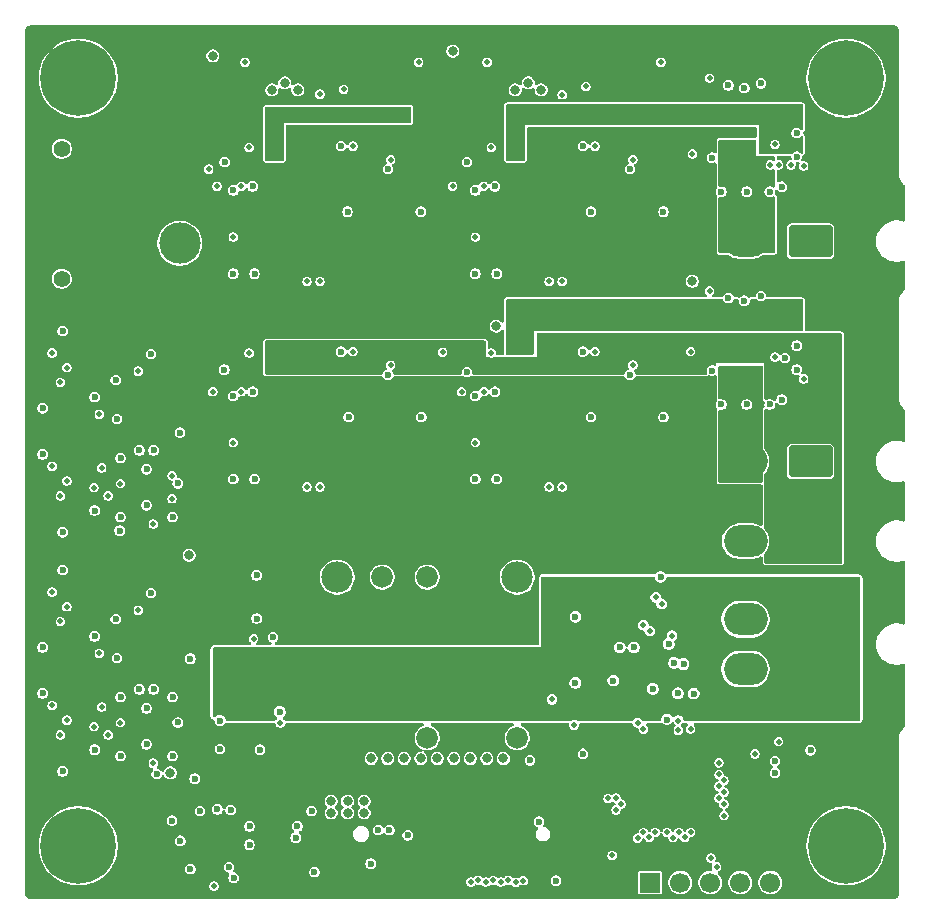
<source format=gbr>
%TF.GenerationSoftware,KiCad,Pcbnew,9.0.6*%
%TF.CreationDate,2026-01-08T13:40:23-08:00*%
%TF.ProjectId,vrb,7672622e-6b69-4636-9164-5f7063625858,rev?*%
%TF.SameCoordinates,Original*%
%TF.FileFunction,Copper,L4,Inr*%
%TF.FilePolarity,Positive*%
%FSLAX46Y46*%
G04 Gerber Fmt 4.6, Leading zero omitted, Abs format (unit mm)*
G04 Created by KiCad (PCBNEW 9.0.6) date 2026-01-08 13:40:23*
%MOMM*%
%LPD*%
G01*
G04 APERTURE LIST*
G04 Aperture macros list*
%AMRoundRect*
0 Rectangle with rounded corners*
0 $1 Rounding radius*
0 $2 $3 $4 $5 $6 $7 $8 $9 X,Y pos of 4 corners*
0 Add a 4 corners polygon primitive as box body*
4,1,4,$2,$3,$4,$5,$6,$7,$8,$9,$2,$3,0*
0 Add four circle primitives for the rounded corners*
1,1,$1+$1,$2,$3*
1,1,$1+$1,$4,$5*
1,1,$1+$1,$6,$7*
1,1,$1+$1,$8,$9*
0 Add four rect primitives between the rounded corners*
20,1,$1+$1,$2,$3,$4,$5,0*
20,1,$1+$1,$4,$5,$6,$7,0*
20,1,$1+$1,$6,$7,$8,$9,0*
20,1,$1+$1,$8,$9,$2,$3,0*%
G04 Aperture macros list end*
%TA.AperFunction,ComponentPad*%
%ADD10C,2.655000*%
%TD*%
%TA.AperFunction,ComponentPad*%
%ADD11C,1.830000*%
%TD*%
%TA.AperFunction,ComponentPad*%
%ADD12R,1.830000X1.830000*%
%TD*%
%TA.AperFunction,ComponentPad*%
%ADD13O,3.700000X2.700000*%
%TD*%
%TA.AperFunction,ComponentPad*%
%ADD14RoundRect,0.250001X-1.599999X1.099999X-1.599999X-1.099999X1.599999X-1.099999X1.599999X1.099999X0*%
%TD*%
%TA.AperFunction,ComponentPad*%
%ADD15C,0.800000*%
%TD*%
%TA.AperFunction,ComponentPad*%
%ADD16C,6.400000*%
%TD*%
%TA.AperFunction,ComponentPad*%
%ADD17R,1.700000X1.700000*%
%TD*%
%TA.AperFunction,ComponentPad*%
%ADD18C,1.700000*%
%TD*%
%TA.AperFunction,ComponentPad*%
%ADD19C,1.400000*%
%TD*%
%TA.AperFunction,ComponentPad*%
%ADD20RoundRect,0.770000X0.980000X-0.980000X0.980000X0.980000X-0.980000X0.980000X-0.980000X-0.980000X0*%
%TD*%
%TA.AperFunction,ComponentPad*%
%ADD21C,3.500000*%
%TD*%
%TA.AperFunction,ViaPad*%
%ADD22C,0.600000*%
%TD*%
%TA.AperFunction,ViaPad*%
%ADD23C,0.500000*%
%TD*%
%TA.AperFunction,ViaPad*%
%ADD24C,0.800000*%
%TD*%
G04 APERTURE END LIST*
D10*
%TO.N,/Compute Module Domain/ISENSE+*%
%TO.C,U12*%
X99931474Y-107250000D03*
D11*
X103741474Y-107250000D03*
%TO.N,Net-(U12-TRIM)*%
X107551474Y-107250000D03*
D10*
%TO.N,Net-(U12-VOUT-)*%
X115171474Y-107250000D03*
D11*
%TO.N,GND*%
X115171474Y-120850000D03*
%TO.N,/CM_EN*%
X107551474Y-120850000D03*
D12*
%TO.N,+BATT*%
X99931474Y-120850000D03*
%TD*%
D13*
%TO.N,/Telemetry Radio/VOUT*%
%TO.C,J3*%
X134500000Y-97450000D03*
D14*
%TO.N,GND*%
X140000000Y-97450000D03*
%TD*%
%TO.N,/RADAR_VOUT*%
%TO.C,J13*%
X140000000Y-104200000D03*
D13*
%TO.N,GND*%
X134500000Y-104200000D03*
%TD*%
D14*
%TO.N,/CM_VOUT*%
%TO.C,J10*%
X140000000Y-110819758D03*
D13*
X140000000Y-115019758D03*
%TO.N,GND*%
X134500000Y-110819758D03*
X134500000Y-115019758D03*
%TD*%
%TO.N,/RC Radio/VOUT*%
%TO.C,J4*%
X134500000Y-78800000D03*
D14*
%TO.N,GND*%
X140000000Y-78800000D03*
%TD*%
D15*
%TO.N,GND*%
%TO.C,H3*%
X140600000Y-130000000D03*
X141302944Y-128302944D03*
X141302944Y-131697056D03*
X143000000Y-127600000D03*
D16*
X143000000Y-130000000D03*
D15*
X143000000Y-132400000D03*
X144697056Y-128302944D03*
X144697056Y-131697056D03*
X145400000Y-130000000D03*
%TD*%
%TO.N,GND*%
%TO.C,H1*%
X75600000Y-65000000D03*
X76302944Y-63302944D03*
X76302944Y-66697056D03*
X78000000Y-62600000D03*
D16*
X78000000Y-65000000D03*
D15*
X78000000Y-67400000D03*
X79697056Y-63302944D03*
X79697056Y-66697056D03*
X80400000Y-65000000D03*
%TD*%
D17*
%TO.N,+3V3*%
%TO.C,J8*%
X126420000Y-133100000D03*
D18*
%TO.N,/USART1_TX_DEBUG*%
X128960000Y-133100000D03*
%TO.N,/SWDIO*%
X131500000Y-133100000D03*
%TO.N,/SWCLK*%
X134040000Y-133100000D03*
%TO.N,GND*%
X136580000Y-133100000D03*
%TD*%
D15*
%TO.N,GND*%
%TO.C,H2*%
X140600000Y-65000000D03*
X141302944Y-63302944D03*
X141302944Y-66697056D03*
X143000000Y-62600000D03*
D16*
X143000000Y-65000000D03*
D15*
X143000000Y-67400000D03*
X144697056Y-63302944D03*
X144697056Y-66697056D03*
X145400000Y-65000000D03*
%TD*%
D19*
%TO.N,*%
%TO.C,J11*%
X76600000Y-81976750D03*
X76600000Y-70976750D03*
D20*
%TO.N,+BATT*%
X86600000Y-73976750D03*
D21*
%TO.N,GND*%
X86600000Y-78976750D03*
%TD*%
D15*
%TO.N,GND*%
%TO.C,H4*%
X75600000Y-130000000D03*
X76302944Y-128302944D03*
X76302944Y-131697056D03*
X78000000Y-127600000D03*
D16*
X78000000Y-130000000D03*
D15*
X78000000Y-132400000D03*
X79697056Y-128302944D03*
X79697056Y-131697056D03*
X80400000Y-130000000D03*
%TD*%
D22*
%TO.N,GND*%
X127301000Y-107200000D03*
X134600000Y-92625000D03*
X134400000Y-83850000D03*
X135800000Y-83450000D03*
X138825000Y-89670000D03*
X132450000Y-92625000D03*
X138825000Y-87645000D03*
X137549277Y-92209964D03*
X136550000Y-92625000D03*
X131650000Y-89750000D03*
%TO.N,+3V3*%
X133050000Y-83620000D03*
D23*
%TO.N,/RADIO_VOUT*%
X137300000Y-86000000D03*
X136600000Y-86000000D03*
X138350000Y-86000000D03*
D22*
X137850000Y-88700000D03*
D23*
%TO.N,/RADAR_VOUT*%
X136600000Y-90350000D03*
X137300000Y-90350000D03*
%TO.N,/Telemetry Radio/VOUT*%
X134400000Y-90400000D03*
X134400000Y-89650000D03*
%TO.N,/TELEM_STATUS*%
X131450000Y-83000000D03*
%TO.N,/Telemetry Radio/OV2*%
X136997118Y-88613234D03*
X139425000Y-90450000D03*
D22*
%TO.N,GND*%
X91125000Y-98950000D03*
X98000000Y-132200000D03*
D23*
X97375000Y-82200000D03*
D24*
X94400000Y-66000000D03*
D22*
X79380000Y-92006000D03*
D23*
X117875000Y-82200000D03*
D22*
X104225000Y-90100000D03*
X76686842Y-123686000D03*
X120755000Y-88150000D03*
D24*
X108400000Y-122600000D03*
X107000000Y-122600000D03*
D22*
X76686842Y-106650000D03*
D23*
X118975000Y-99600000D03*
D24*
X102200000Y-126200000D03*
D22*
X93400000Y-121850000D03*
X93100000Y-110750000D03*
X127850000Y-119300000D03*
X92770000Y-74150000D03*
X91125000Y-81550000D03*
D24*
X102200000Y-127200000D03*
D23*
X79986842Y-118236000D03*
D24*
X102800000Y-122600000D03*
D22*
X79380000Y-121850000D03*
X134400000Y-65837500D03*
D23*
X117875000Y-99600000D03*
D22*
X128450000Y-114500000D03*
X83780000Y-98106000D03*
X81180000Y-90556000D03*
X125050000Y-113200000D03*
X85950000Y-127850000D03*
D24*
X100800000Y-127200000D03*
D23*
X98475000Y-82200000D03*
D24*
X104200000Y-122600000D03*
D22*
X127550000Y-76300000D03*
D23*
X79337176Y-119900000D03*
D22*
X113270000Y-74150000D03*
D24*
X111200000Y-122600000D03*
D22*
X91125000Y-91900000D03*
X74986842Y-92942000D03*
X92770000Y-91550000D03*
X102750000Y-131500000D03*
X113270000Y-91550000D03*
X128777834Y-117075000D03*
X121400000Y-76300000D03*
X103400000Y-128650000D03*
D24*
X116100000Y-65400000D03*
D22*
X111625000Y-74500000D03*
X85980000Y-122400000D03*
X118462500Y-132950000D03*
D24*
X114000000Y-122600000D03*
D22*
X124725000Y-72700000D03*
X81180000Y-110800000D03*
X95076474Y-118650000D03*
D24*
X99400000Y-127200000D03*
D22*
X134600000Y-74612500D03*
X111625000Y-98950000D03*
X129250000Y-114600000D03*
X128000000Y-112900000D03*
D24*
X96600000Y-66000000D03*
D22*
X81280000Y-114100000D03*
X110900000Y-89875000D03*
X85980000Y-102156000D03*
X123300000Y-116000000D03*
X74986842Y-113186000D03*
X92500000Y-129900000D03*
X127550000Y-93700000D03*
X87500000Y-131950000D03*
X100800000Y-76300000D03*
X81280000Y-93856000D03*
X96400000Y-129300000D03*
D24*
X109800000Y-122600000D03*
D22*
X121400000Y-93700000D03*
X104225000Y-72700000D03*
X137549277Y-74197464D03*
D23*
X92125000Y-63650000D03*
X79986842Y-97992000D03*
D22*
X120755000Y-70750000D03*
X90000000Y-121800000D03*
D24*
X89400000Y-63100000D03*
D23*
X97375000Y-99600000D03*
D22*
X91125000Y-74500000D03*
X130100000Y-117100000D03*
X83180000Y-116750000D03*
X135800000Y-65437500D03*
D23*
X118975000Y-82200000D03*
D22*
X107000000Y-76300000D03*
X94500000Y-112350000D03*
D24*
X117200000Y-66000000D03*
D22*
X76686842Y-86406000D03*
X93100000Y-107100000D03*
D23*
X98475000Y-99600000D03*
D22*
X79380000Y-112250000D03*
X111625000Y-91900000D03*
X90400000Y-72100000D03*
X83780000Y-118350000D03*
X120082174Y-116198290D03*
X90775000Y-131800000D03*
X105900000Y-129100000D03*
X124725000Y-90100000D03*
X97750000Y-127050000D03*
D24*
X112600000Y-122600000D03*
D22*
X83780000Y-101156000D03*
D24*
X99400000Y-126200000D03*
D22*
X76686842Y-103442000D03*
X136550000Y-74612500D03*
X84380000Y-116750000D03*
X138825000Y-69632500D03*
D24*
X95500000Y-65400000D03*
D22*
X90377298Y-89677298D03*
X89785000Y-126900000D03*
D24*
X105600000Y-122600000D03*
D23*
X79337176Y-99656000D03*
D22*
X107050000Y-93700000D03*
X74986842Y-96842000D03*
X132450000Y-74612500D03*
D24*
X115000000Y-66000000D03*
X109700000Y-62700000D03*
D22*
X111625000Y-81550000D03*
X74986842Y-117086000D03*
X100255000Y-88150000D03*
X84160000Y-108598254D03*
X100900000Y-93700000D03*
X100255000Y-70750000D03*
X79380000Y-101606000D03*
X131650000Y-71737500D03*
X140000000Y-121900000D03*
X126650000Y-116700000D03*
X110900000Y-72100000D03*
X84160000Y-88354254D03*
D24*
X100800000Y-126200000D03*
D22*
X138825000Y-71657500D03*
X120100000Y-110600000D03*
D23*
X127325000Y-63650000D03*
X106825000Y-63650000D03*
X112625000Y-63650000D03*
D22*
X83180000Y-96506000D03*
X83780000Y-121400000D03*
X84380000Y-96506000D03*
%TO.N,VBUS1*%
X87500000Y-114150000D03*
D24*
X87400000Y-105400000D03*
D22*
X90900000Y-126950000D03*
D24*
X85800000Y-123825000D03*
D22*
X88300000Y-127050000D03*
X91150000Y-132700000D03*
D23*
%TO.N,+3V3*%
X112970000Y-88262500D03*
D22*
X117000000Y-127950000D03*
D23*
X128800000Y-120200000D03*
D22*
X113425000Y-98950000D03*
D23*
X92470000Y-70862500D03*
D24*
X113400000Y-86000000D03*
D22*
X137000000Y-122800000D03*
X92500000Y-128350000D03*
X81580000Y-102156000D03*
X86600000Y-95000000D03*
X133050000Y-65607500D03*
D23*
X128800000Y-119400000D03*
D22*
X113425000Y-81550000D03*
X120750000Y-122200000D03*
X137000000Y-123800000D03*
D24*
X130000000Y-82200000D03*
D22*
X81580000Y-97156000D03*
X116250000Y-122750000D03*
X92925000Y-81550000D03*
D23*
X112970000Y-70862500D03*
D22*
X104350000Y-128650000D03*
X123850000Y-113200000D03*
X92925000Y-98950000D03*
X96550000Y-128350000D03*
D23*
X92470000Y-88262500D03*
D22*
X90000000Y-119400000D03*
X81580000Y-117400000D03*
X81580000Y-122400000D03*
%TO.N,+5V*%
X86430000Y-119550000D03*
X85980000Y-117400000D03*
X81500000Y-103300000D03*
X84650000Y-123900000D03*
X86430000Y-99306000D03*
D23*
%TO.N,+BATT*%
X101600000Y-133200000D03*
X95675000Y-99600000D03*
X94675000Y-82200000D03*
X116175000Y-82200000D03*
X105600000Y-133200000D03*
D24*
X100400000Y-131000000D03*
D23*
X115175000Y-82200000D03*
D24*
X99200000Y-132200000D03*
D23*
X102600000Y-133200000D03*
X116175000Y-99600000D03*
X94675000Y-99600000D03*
X115175000Y-99600000D03*
X95675000Y-82200000D03*
D24*
X101600000Y-132200000D03*
D23*
X99200000Y-133200000D03*
D24*
X101600000Y-131000000D03*
D23*
X103600000Y-133200000D03*
X104600000Y-133200000D03*
D24*
X100400000Y-132200000D03*
D23*
X100400000Y-133200000D03*
D24*
X99200000Y-131000000D03*
D23*
%TO.N,/FMU1_VOUT*%
X94550000Y-70450000D03*
D22*
X105400000Y-68100000D03*
D23*
X94550000Y-71250000D03*
D22*
X103400000Y-68100000D03*
%TO.N,/FMU2_VOUT*%
X123900000Y-68100000D03*
D23*
X136600000Y-67987500D03*
X138350000Y-67987500D03*
D22*
X125900000Y-68100000D03*
D23*
X137300000Y-67987500D03*
X115050000Y-71300000D03*
D22*
X137850000Y-70687500D03*
D23*
X115050000Y-70500000D03*
%TO.N,/RADIO_VOUT*%
X115050000Y-87850000D03*
X115050000Y-86950000D03*
X136600000Y-72337500D03*
X138350000Y-72337500D03*
X137300000Y-72337500D03*
%TO.N,/RADAR_VOUT*%
X94550000Y-88650000D03*
X94550000Y-87900000D03*
%TO.N,/CM_VOUT*%
X90400000Y-115400000D03*
X90400000Y-114700000D03*
X90400000Y-116800000D03*
X91400000Y-116800000D03*
X90400000Y-114000000D03*
X92300000Y-116800000D03*
X90400000Y-116100000D03*
%TO.N,/CAN2_STATUS*%
X79780000Y-113700000D03*
X132250000Y-123950000D03*
%TO.N,/FMU1_STATUS*%
X128850000Y-128850000D03*
X104450000Y-71900000D03*
%TO.N,/FMU2_STATUS*%
X124950000Y-71900000D03*
X129850000Y-128850000D03*
%TO.N,/RADIO_STATUS*%
X129850000Y-120100000D03*
X124950000Y-89300000D03*
%TO.N,/RADAR_STATUS*%
X128282974Y-112205428D03*
X104450000Y-89300000D03*
%TO.N,/CAN1_STATUS*%
X79780000Y-93456000D03*
X125850000Y-128850000D03*
%TO.N,/CM_STATUS*%
X122850000Y-125975000D03*
X118100000Y-117600000D03*
%TO.N,/CANFD 2 (Redundant)/FDCAN_P*%
X77030000Y-109750000D03*
X77030000Y-119350000D03*
%TO.N,/CANFD 2 (Redundant)/FDCAN_N*%
X76480000Y-111000000D03*
X76480000Y-120600000D03*
X80536842Y-120600000D03*
X81572842Y-119562500D03*
D22*
%TO.N,VBUS2*%
X86650000Y-129570000D03*
X87850000Y-124300000D03*
D23*
%TO.N,/CANFD 1 (Primary)/FDCAN_P*%
X77030000Y-99106000D03*
X77030000Y-89506000D03*
%TO.N,/CANFD 1 (Primary)/FDCAN_N*%
X81572842Y-99318500D03*
X80536842Y-100356000D03*
X76480000Y-100356000D03*
X76480000Y-90756000D03*
%TO.N,/CAN2_SILENT*%
X132678030Y-127439176D03*
X84350000Y-122994000D03*
%TO.N,/CAN2_TERM*%
X132250000Y-122950000D03*
X83080000Y-110050000D03*
%TO.N,/FMU1_VSENSE*%
X89050000Y-72700000D03*
X101250000Y-70750000D03*
%TO.N,/FMU1_EN*%
X128350000Y-129300000D03*
X91125000Y-78450000D03*
%TO.N,/FMU2_VSENSE*%
X125850001Y-120134666D03*
X130000000Y-71400000D03*
X121750000Y-70750000D03*
X126400000Y-111800000D03*
%TO.N,/FMU2_EN*%
X111625000Y-78450000D03*
X129350001Y-129265334D03*
%TO.N,/RADIO_VSENSE*%
X125850000Y-111300000D03*
X121750000Y-88150000D03*
X125350000Y-119600000D03*
X129850000Y-88150000D03*
%TO.N,/RADIO_EN*%
X127850000Y-128850000D03*
X111625000Y-95850000D03*
%TO.N,/RADAR_VSENSE*%
X108850000Y-88200000D03*
X101250000Y-88150000D03*
%TO.N,/RADAR_EN*%
X91125000Y-95850000D03*
X126850000Y-128850000D03*
%TO.N,/CAN1_SILENT*%
X84350000Y-102750000D03*
X125350000Y-129350000D03*
%TO.N,/CM_VSENSE*%
X92850000Y-112450000D03*
X123534665Y-126950001D03*
%TO.N,/CAN1_TERM*%
X83080000Y-89806000D03*
X126350001Y-129265335D03*
%TO.N,/CM_EN*%
X119976474Y-119775000D03*
X123534666Y-125949999D03*
%TO.N,/CANFD 2 (Redundant)/VIN*%
X75786842Y-118100000D03*
X75786842Y-108500000D03*
%TO.N,/IESC1*%
X111244405Y-133057649D03*
%TO.N,/FMU1_ISENSE*%
X91820000Y-74150000D03*
X89750000Y-74150000D03*
%TO.N,/FMU2_ISENSE*%
X112320000Y-74150000D03*
X109700000Y-74150000D03*
%TO.N,/RADIO_ISENSE*%
X110450000Y-91550000D03*
X112320000Y-91550000D03*
%TO.N,/RADAR_ISENSE*%
X89400000Y-91550000D03*
X91820000Y-91550000D03*
%TO.N,/FDCAN1_RX*%
X85930000Y-98656000D03*
X127401000Y-109531310D03*
%TO.N,/FDCAN1_TX*%
X85930000Y-100606000D03*
X126900000Y-108950000D03*
%TO.N,/CM_ISENSE*%
X123950000Y-126450000D03*
X95100000Y-119600000D03*
%TO.N,/RC Radio/VOUT*%
X134396250Y-72446250D03*
X134400000Y-71650000D03*
%TO.N,/I2C3_SCL_SMBUS*%
X132250000Y-124950000D03*
X123200000Y-130800000D03*
X120975000Y-65700000D03*
X100475000Y-65950000D03*
%TO.N,/I2C3_SDA_SMBUS*%
X132665335Y-124449999D03*
X131575001Y-131021015D03*
X98450000Y-66350000D03*
X135300000Y-122200000D03*
X118975000Y-66400000D03*
%TO.N,/TELEM_STATUS*%
X132250000Y-125950000D03*
%TO.N,/RC_STATUS*%
X132665334Y-125450001D03*
X131450000Y-64987500D03*
%TO.N,/RC Radio/OV2*%
X136997118Y-70600734D03*
X139425000Y-72437500D03*
%TO.N,/USART1_TX_DEBUG*%
X132050000Y-131775000D03*
X137300000Y-121175000D03*
%TO.N,/CANFD 1 (Primary)/VIN*%
X75786842Y-88256000D03*
X75786842Y-97856000D03*
%TO.N,/RESV0*%
X114414737Y-132909692D03*
%TO.N,/IESC3*%
X112509435Y-133053295D03*
%TO.N,/RESV1*%
X115044730Y-133069728D03*
%TO.N,/IESC4*%
X113145343Y-132918671D03*
%TO.N,/IPAYLOAD*%
X113781031Y-133054330D03*
%TO.N,/RESV2*%
X115683610Y-132950000D03*
%TO.N,/IESC2*%
X111875000Y-132900000D03*
%TO.N,/REG_STATUS*%
X132665335Y-126449999D03*
X89500000Y-133400000D03*
%TD*%
%TA.AperFunction,Conductor*%
%TO.N,/RADAR_VOUT*%
G36*
X142643039Y-86619685D02*
G01*
X142688794Y-86672489D01*
X142700000Y-86724000D01*
X142700000Y-105976000D01*
X142680315Y-106043039D01*
X142627511Y-106088794D01*
X142576000Y-106100000D01*
X136224000Y-106100000D01*
X136156961Y-106080315D01*
X136111206Y-106027511D01*
X136100000Y-105976000D01*
X136100000Y-105273389D01*
X136119685Y-105206350D01*
X136136319Y-105185708D01*
X136144517Y-105177510D01*
X136283343Y-104986433D01*
X136390568Y-104775992D01*
X136463553Y-104551368D01*
X136500500Y-104318097D01*
X136500500Y-104081902D01*
X136463553Y-103848631D01*
X136390566Y-103624003D01*
X136283342Y-103413566D01*
X136144517Y-103222490D01*
X136136319Y-103214292D01*
X136102834Y-103152969D01*
X136100000Y-103126611D01*
X136100000Y-98523389D01*
X136119685Y-98456350D01*
X136136319Y-98435708D01*
X136144517Y-98427510D01*
X136283343Y-98236433D01*
X136390568Y-98025992D01*
X136463553Y-97801368D01*
X136500500Y-97568097D01*
X136500500Y-97331902D01*
X136463553Y-97098631D01*
X136390566Y-96874003D01*
X136283342Y-96663566D01*
X136144517Y-96472490D01*
X136136319Y-96464292D01*
X136121615Y-96437364D01*
X136105023Y-96411546D01*
X136104131Y-96405345D01*
X136102834Y-96402969D01*
X136100000Y-96376611D01*
X136100000Y-96318476D01*
X137999500Y-96318476D01*
X137999500Y-98581523D01*
X138014352Y-98675298D01*
X138014353Y-98675301D01*
X138014354Y-98675303D01*
X138043927Y-98733343D01*
X138071951Y-98788343D01*
X138071954Y-98788347D01*
X138161652Y-98878045D01*
X138161656Y-98878048D01*
X138161658Y-98878050D01*
X138274697Y-98935646D01*
X138274699Y-98935646D01*
X138274701Y-98935647D01*
X138368477Y-98950500D01*
X138368482Y-98950500D01*
X141631523Y-98950500D01*
X141725298Y-98935647D01*
X141725298Y-98935646D01*
X141725303Y-98935646D01*
X141838342Y-98878050D01*
X141928050Y-98788342D01*
X141985646Y-98675303D01*
X141985647Y-98675298D01*
X142000500Y-98581523D01*
X142000500Y-96318476D01*
X141985647Y-96224701D01*
X141985646Y-96224699D01*
X141985646Y-96224697D01*
X141928050Y-96111658D01*
X141928048Y-96111656D01*
X141928045Y-96111652D01*
X141838347Y-96021954D01*
X141838343Y-96021951D01*
X141838342Y-96021950D01*
X141725303Y-95964354D01*
X141725301Y-95964353D01*
X141725298Y-95964352D01*
X141631523Y-95949500D01*
X141631518Y-95949500D01*
X138368482Y-95949500D01*
X138368477Y-95949500D01*
X138274701Y-95964352D01*
X138161656Y-96021951D01*
X138161652Y-96021954D01*
X138071954Y-96111652D01*
X138071951Y-96111656D01*
X138014352Y-96224701D01*
X137999500Y-96318476D01*
X136100000Y-96318476D01*
X136100000Y-93100158D01*
X136119685Y-93033119D01*
X136172489Y-92987364D01*
X136241647Y-92977420D01*
X136285997Y-92992769D01*
X136376114Y-93044799D01*
X136490691Y-93075500D01*
X136490694Y-93075500D01*
X136609306Y-93075500D01*
X136609309Y-93075500D01*
X136723886Y-93044799D01*
X136826613Y-92985489D01*
X136910489Y-92901613D01*
X136969799Y-92798886D01*
X137000500Y-92684309D01*
X137000500Y-92597651D01*
X137020185Y-92530612D01*
X137072989Y-92484857D01*
X137142147Y-92474913D01*
X137205703Y-92503938D01*
X137212181Y-92509970D01*
X137272664Y-92570453D01*
X137375391Y-92629763D01*
X137489968Y-92660464D01*
X137489971Y-92660464D01*
X137608583Y-92660464D01*
X137608586Y-92660464D01*
X137723163Y-92629763D01*
X137825890Y-92570453D01*
X137909766Y-92486577D01*
X137969076Y-92383850D01*
X137999777Y-92269273D01*
X137999777Y-92150655D01*
X137969076Y-92036078D01*
X137909766Y-91933351D01*
X137825890Y-91849475D01*
X137723163Y-91790165D01*
X137608586Y-91759464D01*
X137489968Y-91759464D01*
X137375391Y-91790165D01*
X137375389Y-91790165D01*
X137375389Y-91790166D01*
X137272664Y-91849475D01*
X137272661Y-91849477D01*
X137188790Y-91933348D01*
X137188788Y-91933351D01*
X137167745Y-91969799D01*
X137129478Y-92036078D01*
X137098777Y-92150655D01*
X137098777Y-92150657D01*
X137098777Y-92237313D01*
X137079092Y-92304352D01*
X137026288Y-92350107D01*
X136957130Y-92360051D01*
X136893574Y-92331026D01*
X136887096Y-92324994D01*
X136826615Y-92264513D01*
X136826613Y-92264511D01*
X136723886Y-92205201D01*
X136609309Y-92174500D01*
X136490691Y-92174500D01*
X136385505Y-92202684D01*
X136376110Y-92205202D01*
X136286000Y-92257228D01*
X136218100Y-92273701D01*
X136152073Y-92250849D01*
X136108882Y-92195927D01*
X136100000Y-92149841D01*
X136100000Y-89610691D01*
X138374500Y-89610691D01*
X138374500Y-89729309D01*
X138405201Y-89843886D01*
X138464511Y-89946613D01*
X138548387Y-90030489D01*
X138651114Y-90089799D01*
X138765691Y-90120500D01*
X138765694Y-90120500D01*
X138884307Y-90120500D01*
X138884309Y-90120500D01*
X138912750Y-90112879D01*
X138982599Y-90114540D01*
X139040462Y-90153702D01*
X139067967Y-90217930D01*
X139056381Y-90286832D01*
X139052236Y-90294645D01*
X139051795Y-90295408D01*
X139051793Y-90295413D01*
X139024500Y-90397273D01*
X139024500Y-90502727D01*
X139051793Y-90604587D01*
X139104520Y-90695913D01*
X139179087Y-90770480D01*
X139270413Y-90823207D01*
X139372273Y-90850500D01*
X139372275Y-90850500D01*
X139477725Y-90850500D01*
X139477727Y-90850500D01*
X139579587Y-90823207D01*
X139670913Y-90770480D01*
X139745480Y-90695913D01*
X139798207Y-90604587D01*
X139825500Y-90502727D01*
X139825500Y-90397273D01*
X139798207Y-90295413D01*
X139745480Y-90204087D01*
X139670913Y-90129520D01*
X139585687Y-90080315D01*
X139579589Y-90076794D01*
X139579588Y-90076793D01*
X139579587Y-90076793D01*
X139477727Y-90049500D01*
X139372273Y-90049500D01*
X139372268Y-90049500D01*
X139370189Y-90050058D01*
X139368367Y-90050014D01*
X139364217Y-90050561D01*
X139364131Y-90049913D01*
X139300339Y-90048392D01*
X139242479Y-90009227D01*
X139214977Y-89944998D01*
X139226567Y-89876096D01*
X139230715Y-89868281D01*
X139244796Y-89843891D01*
X139244797Y-89843890D01*
X139244798Y-89843887D01*
X139244799Y-89843886D01*
X139275500Y-89729309D01*
X139275500Y-89610691D01*
X139244799Y-89496114D01*
X139185489Y-89393387D01*
X139101613Y-89309511D01*
X138998886Y-89250201D01*
X138884309Y-89219500D01*
X138765691Y-89219500D01*
X138651114Y-89250201D01*
X138651112Y-89250201D01*
X138651112Y-89250202D01*
X138548387Y-89309511D01*
X138548384Y-89309513D01*
X138464513Y-89393384D01*
X138464511Y-89393387D01*
X138418323Y-89473387D01*
X138405201Y-89496114D01*
X138374500Y-89610691D01*
X136100000Y-89610691D01*
X136100000Y-89100000D01*
X132000000Y-89100000D01*
X132000000Y-89217570D01*
X131980315Y-89284609D01*
X131927511Y-89330364D01*
X131858353Y-89340308D01*
X131828555Y-89332134D01*
X131823894Y-89330203D01*
X131806525Y-89325549D01*
X131709309Y-89299500D01*
X131590691Y-89299500D01*
X131476114Y-89330201D01*
X131476112Y-89330201D01*
X131476112Y-89330202D01*
X131373387Y-89389511D01*
X131373384Y-89389513D01*
X131289513Y-89473384D01*
X131289511Y-89473387D01*
X131230201Y-89576114D01*
X131199500Y-89690691D01*
X131199500Y-89809309D01*
X131215302Y-89868281D01*
X131230203Y-89923894D01*
X131232134Y-89928555D01*
X131239598Y-89998025D01*
X131208319Y-90060502D01*
X131148228Y-90096150D01*
X131117570Y-90100000D01*
X125286540Y-90100000D01*
X125219501Y-90080315D01*
X125173746Y-90027511D01*
X125172808Y-90025407D01*
X125169145Y-90016976D01*
X125144799Y-89926114D01*
X125085489Y-89823387D01*
X125084706Y-89822604D01*
X125080888Y-89813815D01*
X125077399Y-89785875D01*
X125070760Y-89758509D01*
X125073127Y-89751667D01*
X125072231Y-89744484D01*
X125084401Y-89719093D01*
X125093612Y-89692482D01*
X125099896Y-89686769D01*
X125102432Y-89681479D01*
X125112642Y-89675181D01*
X125132616Y-89657024D01*
X125195913Y-89620480D01*
X125270480Y-89545913D01*
X125323207Y-89454587D01*
X125350500Y-89352727D01*
X125350500Y-89247273D01*
X125323207Y-89145413D01*
X125270480Y-89054087D01*
X125195913Y-88979520D01*
X125104587Y-88926793D01*
X125002727Y-88899500D01*
X124897273Y-88899500D01*
X124795413Y-88926793D01*
X124795410Y-88926794D01*
X124704085Y-88979521D01*
X124629521Y-89054085D01*
X124576794Y-89145410D01*
X124576793Y-89145413D01*
X124549500Y-89247273D01*
X124549500Y-89352727D01*
X124576793Y-89454587D01*
X124606259Y-89505624D01*
X124622732Y-89573523D01*
X124599880Y-89639550D01*
X124556821Y-89673831D01*
X124558153Y-89676137D01*
X124448387Y-89739511D01*
X124448384Y-89739513D01*
X124364513Y-89823384D01*
X124364511Y-89823387D01*
X124305201Y-89926114D01*
X124283233Y-90008095D01*
X124246870Y-90067754D01*
X124184023Y-90098283D01*
X124163460Y-90100000D01*
X111467703Y-90100000D01*
X111400664Y-90080315D01*
X111354909Y-90027511D01*
X111344965Y-89958353D01*
X111347928Y-89943908D01*
X111348122Y-89943182D01*
X111350500Y-89934309D01*
X111350500Y-89815691D01*
X111319799Y-89701114D01*
X111260489Y-89598387D01*
X111176613Y-89514511D01*
X111073886Y-89455201D01*
X110959309Y-89424500D01*
X110840691Y-89424500D01*
X110726114Y-89455201D01*
X110726112Y-89455201D01*
X110726112Y-89455202D01*
X110623387Y-89514511D01*
X110623384Y-89514513D01*
X110539513Y-89598384D01*
X110539511Y-89598387D01*
X110486218Y-89690693D01*
X110480201Y-89701114D01*
X110449500Y-89815691D01*
X110449500Y-89815693D01*
X110449500Y-89934310D01*
X110452072Y-89943908D01*
X110450409Y-90013757D01*
X110411246Y-90071620D01*
X110347017Y-90099123D01*
X110332297Y-90100000D01*
X104786540Y-90100000D01*
X104719501Y-90080315D01*
X104673746Y-90027511D01*
X104672808Y-90025407D01*
X104669145Y-90016976D01*
X104644799Y-89926114D01*
X104585489Y-89823387D01*
X104584706Y-89822604D01*
X104580888Y-89813815D01*
X104577399Y-89785875D01*
X104570760Y-89758509D01*
X104573127Y-89751667D01*
X104572231Y-89744484D01*
X104584401Y-89719093D01*
X104593612Y-89692482D01*
X104599896Y-89686769D01*
X104602432Y-89681479D01*
X104612642Y-89675181D01*
X104632616Y-89657024D01*
X104695913Y-89620480D01*
X104770480Y-89545913D01*
X104823207Y-89454587D01*
X104850500Y-89352727D01*
X104850500Y-89247273D01*
X104823207Y-89145413D01*
X104770480Y-89054087D01*
X104695913Y-88979520D01*
X104604587Y-88926793D01*
X104502727Y-88899500D01*
X104397273Y-88899500D01*
X104295413Y-88926793D01*
X104295410Y-88926794D01*
X104204085Y-88979521D01*
X104129521Y-89054085D01*
X104076794Y-89145410D01*
X104076793Y-89145413D01*
X104049500Y-89247273D01*
X104049500Y-89352727D01*
X104076793Y-89454587D01*
X104106259Y-89505624D01*
X104122732Y-89573523D01*
X104099880Y-89639550D01*
X104056821Y-89673831D01*
X104058153Y-89676137D01*
X103948387Y-89739511D01*
X103948384Y-89739513D01*
X103864513Y-89823384D01*
X103864511Y-89823387D01*
X103805201Y-89926114D01*
X103783233Y-90008095D01*
X103746870Y-90067754D01*
X103684023Y-90098283D01*
X103663460Y-90100000D01*
X93924000Y-90100000D01*
X93856961Y-90080315D01*
X93811206Y-90027511D01*
X93800000Y-89976000D01*
X93800000Y-88090691D01*
X99804500Y-88090691D01*
X99804500Y-88209309D01*
X99835201Y-88323886D01*
X99894511Y-88426613D01*
X99978387Y-88510489D01*
X100081114Y-88569799D01*
X100195691Y-88600500D01*
X100195694Y-88600500D01*
X100314306Y-88600500D01*
X100314309Y-88600500D01*
X100428886Y-88569799D01*
X100531613Y-88510489D01*
X100615489Y-88426613D01*
X100673980Y-88325303D01*
X100724547Y-88277088D01*
X100793154Y-88263866D01*
X100858019Y-88289834D01*
X100888752Y-88325300D01*
X100929520Y-88395913D01*
X101004087Y-88470480D01*
X101095413Y-88523207D01*
X101197273Y-88550500D01*
X101197275Y-88550500D01*
X101302725Y-88550500D01*
X101302727Y-88550500D01*
X101404587Y-88523207D01*
X101495913Y-88470480D01*
X101570480Y-88395913D01*
X101623207Y-88304587D01*
X101650500Y-88202727D01*
X101650500Y-88147273D01*
X108449500Y-88147273D01*
X108449500Y-88252727D01*
X108476793Y-88354587D01*
X108529520Y-88445913D01*
X108604087Y-88520480D01*
X108695413Y-88573207D01*
X108797273Y-88600500D01*
X108797275Y-88600500D01*
X108902725Y-88600500D01*
X108902727Y-88600500D01*
X109004587Y-88573207D01*
X109095913Y-88520480D01*
X109170480Y-88445913D01*
X109223207Y-88354587D01*
X109250500Y-88252727D01*
X109250500Y-88147273D01*
X109223207Y-88045413D01*
X109170480Y-87954087D01*
X109095913Y-87879520D01*
X109009312Y-87829521D01*
X109004589Y-87826794D01*
X109004588Y-87826793D01*
X109004587Y-87826793D01*
X108902727Y-87799500D01*
X108797273Y-87799500D01*
X108695413Y-87826793D01*
X108695410Y-87826794D01*
X108604085Y-87879521D01*
X108529521Y-87954085D01*
X108476794Y-88045410D01*
X108476793Y-88045413D01*
X108449500Y-88147273D01*
X101650500Y-88147273D01*
X101650500Y-88097273D01*
X101623207Y-87995413D01*
X101570480Y-87904087D01*
X101495913Y-87829520D01*
X101404587Y-87776793D01*
X101302727Y-87749500D01*
X101197273Y-87749500D01*
X101095413Y-87776793D01*
X101095410Y-87776794D01*
X101004085Y-87829521D01*
X100929522Y-87904084D01*
X100929520Y-87904086D01*
X100929520Y-87904087D01*
X100900654Y-87954085D01*
X100888754Y-87974696D01*
X100838186Y-88022911D01*
X100769579Y-88036133D01*
X100704714Y-88010165D01*
X100673980Y-87974696D01*
X100615489Y-87873387D01*
X100531613Y-87789511D01*
X100428886Y-87730201D01*
X100314309Y-87699500D01*
X100195691Y-87699500D01*
X100081114Y-87730201D01*
X100081112Y-87730201D01*
X100081112Y-87730202D01*
X99978387Y-87789511D01*
X99978384Y-87789513D01*
X99894513Y-87873384D01*
X99894511Y-87873387D01*
X99847920Y-87954085D01*
X99835201Y-87976114D01*
X99804500Y-88090691D01*
X93800000Y-88090691D01*
X93800000Y-87324000D01*
X93819685Y-87256961D01*
X93872489Y-87211206D01*
X93924000Y-87200000D01*
X112376000Y-87200000D01*
X112443039Y-87219685D01*
X112488794Y-87272489D01*
X112500000Y-87324000D01*
X112500000Y-88600000D01*
X112720341Y-88600000D01*
X112782340Y-88616612D01*
X112815413Y-88635707D01*
X112917273Y-88663000D01*
X112917275Y-88663000D01*
X113022725Y-88663000D01*
X113022727Y-88663000D01*
X113124587Y-88635707D01*
X113157659Y-88616612D01*
X113219659Y-88600000D01*
X116800000Y-88600000D01*
X116800000Y-88090691D01*
X120304500Y-88090691D01*
X120304500Y-88209309D01*
X120335201Y-88323886D01*
X120394511Y-88426613D01*
X120478387Y-88510489D01*
X120581114Y-88569799D01*
X120695691Y-88600500D01*
X120695694Y-88600500D01*
X120814306Y-88600500D01*
X120814309Y-88600500D01*
X120928886Y-88569799D01*
X120944980Y-88560507D01*
X136596618Y-88560507D01*
X136596618Y-88665961D01*
X136623911Y-88767821D01*
X136676638Y-88859147D01*
X136751205Y-88933714D01*
X136842531Y-88986441D01*
X136944391Y-89013734D01*
X136944393Y-89013734D01*
X137049843Y-89013734D01*
X137049845Y-89013734D01*
X137151705Y-88986441D01*
X137243031Y-88933714D01*
X137269324Y-88907420D01*
X137330643Y-88873937D01*
X137400335Y-88878921D01*
X137456269Y-88920791D01*
X137464387Y-88933098D01*
X137489511Y-88976613D01*
X137573387Y-89060489D01*
X137676114Y-89119799D01*
X137790691Y-89150500D01*
X137790694Y-89150500D01*
X137909306Y-89150500D01*
X137909309Y-89150500D01*
X138023886Y-89119799D01*
X138126613Y-89060489D01*
X138210489Y-88976613D01*
X138269799Y-88873886D01*
X138300500Y-88759309D01*
X138300500Y-88640691D01*
X138269799Y-88526114D01*
X138210489Y-88423387D01*
X138126613Y-88339511D01*
X138023886Y-88280201D01*
X137909309Y-88249500D01*
X137790691Y-88249500D01*
X137676114Y-88280201D01*
X137676112Y-88280201D01*
X137676112Y-88280202D01*
X137573387Y-88339511D01*
X137515312Y-88397586D01*
X137453988Y-88431070D01*
X137384297Y-88426085D01*
X137328363Y-88384214D01*
X137320246Y-88371908D01*
X137317598Y-88367321D01*
X137243031Y-88292754D01*
X137151705Y-88240027D01*
X137049845Y-88212734D01*
X136944391Y-88212734D01*
X136842531Y-88240027D01*
X136842528Y-88240028D01*
X136751203Y-88292755D01*
X136676639Y-88367319D01*
X136623912Y-88458644D01*
X136623911Y-88458647D01*
X136596618Y-88560507D01*
X120944980Y-88560507D01*
X121031613Y-88510489D01*
X121115489Y-88426613D01*
X121173980Y-88325303D01*
X121224547Y-88277088D01*
X121293154Y-88263866D01*
X121358019Y-88289834D01*
X121388752Y-88325300D01*
X121429520Y-88395913D01*
X121504087Y-88470480D01*
X121595413Y-88523207D01*
X121697273Y-88550500D01*
X121697275Y-88550500D01*
X121802725Y-88550500D01*
X121802727Y-88550500D01*
X121904587Y-88523207D01*
X121995913Y-88470480D01*
X122070480Y-88395913D01*
X122123207Y-88304587D01*
X122150500Y-88202727D01*
X122150500Y-88097273D01*
X129449500Y-88097273D01*
X129449500Y-88202727D01*
X129476793Y-88304587D01*
X129529520Y-88395913D01*
X129604087Y-88470480D01*
X129695413Y-88523207D01*
X129797273Y-88550500D01*
X129797275Y-88550500D01*
X129902725Y-88550500D01*
X129902727Y-88550500D01*
X130004587Y-88523207D01*
X130095913Y-88470480D01*
X130170480Y-88395913D01*
X130223207Y-88304587D01*
X130250500Y-88202727D01*
X130250500Y-88097273D01*
X130223207Y-87995413D01*
X130170480Y-87904087D01*
X130095913Y-87829520D01*
X130004587Y-87776793D01*
X129902727Y-87749500D01*
X129797273Y-87749500D01*
X129695413Y-87776793D01*
X129695410Y-87776794D01*
X129604085Y-87829521D01*
X129529521Y-87904085D01*
X129476794Y-87995410D01*
X129476793Y-87995413D01*
X129449500Y-88097273D01*
X122150500Y-88097273D01*
X122123207Y-87995413D01*
X122070480Y-87904087D01*
X121995913Y-87829520D01*
X121904587Y-87776793D01*
X121802727Y-87749500D01*
X121697273Y-87749500D01*
X121595413Y-87776793D01*
X121595410Y-87776794D01*
X121504085Y-87829521D01*
X121429522Y-87904084D01*
X121429520Y-87904086D01*
X121429520Y-87904087D01*
X121400654Y-87954085D01*
X121388754Y-87974696D01*
X121338186Y-88022911D01*
X121269579Y-88036133D01*
X121204714Y-88010165D01*
X121173980Y-87974696D01*
X121115489Y-87873387D01*
X121031613Y-87789511D01*
X120928886Y-87730201D01*
X120814309Y-87699500D01*
X120695691Y-87699500D01*
X120581114Y-87730201D01*
X120581112Y-87730201D01*
X120581112Y-87730202D01*
X120478387Y-87789511D01*
X120478384Y-87789513D01*
X120394513Y-87873384D01*
X120394511Y-87873387D01*
X120347920Y-87954085D01*
X120335201Y-87976114D01*
X120304500Y-88090691D01*
X116800000Y-88090691D01*
X116800000Y-87585691D01*
X138374500Y-87585691D01*
X138374500Y-87704309D01*
X138405201Y-87818886D01*
X138464511Y-87921613D01*
X138548387Y-88005489D01*
X138651114Y-88064799D01*
X138765691Y-88095500D01*
X138765694Y-88095500D01*
X138884306Y-88095500D01*
X138884309Y-88095500D01*
X138998886Y-88064799D01*
X139101613Y-88005489D01*
X139185489Y-87921613D01*
X139244799Y-87818886D01*
X139275500Y-87704309D01*
X139275500Y-87585691D01*
X139244799Y-87471114D01*
X139185489Y-87368387D01*
X139101613Y-87284511D01*
X138998886Y-87225201D01*
X138884309Y-87194500D01*
X138765691Y-87194500D01*
X138651114Y-87225201D01*
X138651112Y-87225201D01*
X138651112Y-87225202D01*
X138548387Y-87284511D01*
X138548384Y-87284513D01*
X138464513Y-87368384D01*
X138464511Y-87368387D01*
X138405201Y-87471114D01*
X138374500Y-87585691D01*
X116800000Y-87585691D01*
X116800000Y-86724000D01*
X116819685Y-86656961D01*
X116872489Y-86611206D01*
X116924000Y-86600000D01*
X142576000Y-86600000D01*
X142643039Y-86619685D01*
G37*
%TD.AperFunction*%
%TD*%
%TA.AperFunction,Conductor*%
%TO.N,/Telemetry Radio/VOUT*%
G36*
X135887539Y-89358030D02*
G01*
X135933294Y-89410834D01*
X135944500Y-89462345D01*
X135944500Y-89631161D01*
X135944500Y-90417744D01*
X135944500Y-92149841D01*
X135946855Y-92174500D01*
X135947311Y-92179275D01*
X135956191Y-92225351D01*
X135956192Y-92225353D01*
X135986652Y-92292053D01*
X136029842Y-92346973D01*
X136034553Y-92352680D01*
X136064718Y-92373096D01*
X136109203Y-92426974D01*
X136117498Y-92496349D01*
X136114990Y-92507878D01*
X136099500Y-92565689D01*
X136099500Y-92684308D01*
X136114322Y-92739626D01*
X136112659Y-92809476D01*
X136075751Y-92865431D01*
X136017860Y-92915594D01*
X136012376Y-92920580D01*
X135970486Y-92989303D01*
X135970483Y-92989309D01*
X135950799Y-93056345D01*
X135950797Y-93056355D01*
X135944500Y-93100154D01*
X135944500Y-96376614D01*
X135944940Y-96384842D01*
X135944943Y-96384890D01*
X135945391Y-96393234D01*
X135946125Y-96400066D01*
X135946128Y-96400097D01*
X135948225Y-96419592D01*
X135949467Y-96425558D01*
X135949208Y-96425611D01*
X135950504Y-96431329D01*
X135951103Y-96433677D01*
X135955435Y-96445291D01*
X135960622Y-96459196D01*
X135966345Y-96477475D01*
X135967642Y-96479851D01*
X135968211Y-96479540D01*
X135972896Y-96492100D01*
X135974205Y-96495609D01*
X135974207Y-96495613D01*
X135985352Y-96512955D01*
X135989792Y-96520429D01*
X135992187Y-96524802D01*
X135992191Y-96524824D01*
X135992230Y-96524894D01*
X135992261Y-96524936D01*
X135999841Y-96538817D01*
X135999842Y-96538819D01*
X136021585Y-96567864D01*
X136022636Y-96569288D01*
X136144614Y-96737176D01*
X136154776Y-96753759D01*
X136242028Y-96924999D01*
X136249474Y-96942976D01*
X136308866Y-97125766D01*
X136313408Y-97144685D01*
X136343473Y-97334496D01*
X136345000Y-97353895D01*
X136345000Y-97546103D01*
X136343473Y-97565501D01*
X136313409Y-97755312D01*
X136308867Y-97774233D01*
X136249476Y-97957017D01*
X136242030Y-97974992D01*
X136154779Y-98146234D01*
X136144612Y-98162826D01*
X136029483Y-98321285D01*
X136021427Y-98331247D01*
X136015248Y-98338127D01*
X136015244Y-98338132D01*
X136015239Y-98338138D01*
X135998605Y-98358780D01*
X135998604Y-98358782D01*
X135970481Y-98412544D01*
X135950800Y-98479572D01*
X135950797Y-98479586D01*
X135944500Y-98523385D01*
X135944500Y-99114345D01*
X135924815Y-99181384D01*
X135872011Y-99227139D01*
X135820500Y-99238345D01*
X132324000Y-99238345D01*
X132256961Y-99218660D01*
X132211206Y-99165856D01*
X132200000Y-99114345D01*
X132200000Y-93186004D01*
X132219685Y-93118965D01*
X132272489Y-93073210D01*
X132341647Y-93063266D01*
X132356082Y-93066226D01*
X132390691Y-93075500D01*
X132390694Y-93075500D01*
X132509306Y-93075500D01*
X132509309Y-93075500D01*
X132623886Y-93044799D01*
X132726613Y-92985489D01*
X132810489Y-92901613D01*
X132869799Y-92798886D01*
X132900500Y-92684309D01*
X132900500Y-92565691D01*
X134149500Y-92565691D01*
X134149500Y-92684309D01*
X134180201Y-92798886D01*
X134239511Y-92901613D01*
X134323387Y-92985489D01*
X134426114Y-93044799D01*
X134540691Y-93075500D01*
X134540694Y-93075500D01*
X134659306Y-93075500D01*
X134659309Y-93075500D01*
X134773886Y-93044799D01*
X134876613Y-92985489D01*
X134960489Y-92901613D01*
X135019799Y-92798886D01*
X135050500Y-92684309D01*
X135050500Y-92565691D01*
X135019799Y-92451114D01*
X134960489Y-92348387D01*
X134876613Y-92264511D01*
X134773886Y-92205201D01*
X134659309Y-92174500D01*
X134540691Y-92174500D01*
X134426114Y-92205201D01*
X134426112Y-92205201D01*
X134426112Y-92205202D01*
X134323387Y-92264511D01*
X134323384Y-92264513D01*
X134239513Y-92348384D01*
X134239511Y-92348387D01*
X134180201Y-92451114D01*
X134149500Y-92565691D01*
X132900500Y-92565691D01*
X132869799Y-92451114D01*
X132810489Y-92348387D01*
X132726613Y-92264511D01*
X132623886Y-92205201D01*
X132509309Y-92174500D01*
X132390691Y-92174500D01*
X132390686Y-92174500D01*
X132356091Y-92183770D01*
X132286241Y-92182106D01*
X132228380Y-92142943D01*
X132200877Y-92078714D01*
X132200000Y-92063995D01*
X132200000Y-89462345D01*
X132219685Y-89395306D01*
X132272489Y-89349551D01*
X132324000Y-89338345D01*
X135820500Y-89338345D01*
X135887539Y-89358030D01*
G37*
%TD.AperFunction*%
%TD*%
%TA.AperFunction,Conductor*%
%TO.N,/RADIO_VOUT*%
G36*
X132576935Y-83719685D02*
G01*
X132622690Y-83772489D01*
X132629668Y-83791900D01*
X132630025Y-83793232D01*
X132630201Y-83793887D01*
X132647587Y-83824000D01*
X132689511Y-83896613D01*
X132773387Y-83980489D01*
X132876114Y-84039799D01*
X132990691Y-84070500D01*
X132990694Y-84070500D01*
X133109306Y-84070500D01*
X133109309Y-84070500D01*
X133223886Y-84039799D01*
X133326613Y-83980489D01*
X133410489Y-83896613D01*
X133469799Y-83793886D01*
X133470329Y-83791904D01*
X133471234Y-83790421D01*
X133472907Y-83786382D01*
X133473537Y-83786642D01*
X133484822Y-83768129D01*
X133496391Y-83742797D01*
X133502757Y-83738705D01*
X133506695Y-83732246D01*
X133531738Y-83720080D01*
X133555169Y-83705023D01*
X133565917Y-83703477D01*
X133569542Y-83701717D01*
X133590104Y-83700000D01*
X133825500Y-83700000D01*
X133892539Y-83719685D01*
X133938294Y-83772489D01*
X133949500Y-83824000D01*
X133949500Y-83909309D01*
X133980201Y-84023886D01*
X134039511Y-84126613D01*
X134123387Y-84210489D01*
X134226114Y-84269799D01*
X134340691Y-84300500D01*
X134340694Y-84300500D01*
X134459306Y-84300500D01*
X134459309Y-84300500D01*
X134573886Y-84269799D01*
X134676613Y-84210489D01*
X134760489Y-84126613D01*
X134819799Y-84023886D01*
X134850500Y-83909309D01*
X134850500Y-83824000D01*
X134870185Y-83756961D01*
X134922989Y-83711206D01*
X134974500Y-83700000D01*
X135361536Y-83700000D01*
X135428575Y-83719685D01*
X135449217Y-83736319D01*
X135523387Y-83810489D01*
X135600000Y-83854721D01*
X135600000Y-86400000D01*
X116600000Y-86400000D01*
X116600000Y-88276000D01*
X116580315Y-88343039D01*
X116527511Y-88388794D01*
X116476000Y-88400000D01*
X114324000Y-88400000D01*
X114256961Y-88380315D01*
X114211206Y-88327511D01*
X114200000Y-88276000D01*
X114200000Y-83824000D01*
X114219685Y-83756961D01*
X114272489Y-83711206D01*
X114324000Y-83700000D01*
X132509896Y-83700000D01*
X132576935Y-83719685D01*
G37*
%TD.AperFunction*%
%TD*%
%TA.AperFunction,Conductor*%
%TO.N,/FMU2_VOUT*%
G36*
X139343039Y-67219685D02*
G01*
X139388794Y-67272489D01*
X139400000Y-67324000D01*
X139400000Y-69271036D01*
X139380315Y-69338075D01*
X139327511Y-69383830D01*
X139258353Y-69393774D01*
X139194797Y-69364749D01*
X139188319Y-69358717D01*
X139101615Y-69272013D01*
X139101613Y-69272011D01*
X138998886Y-69212701D01*
X138884309Y-69182000D01*
X138765691Y-69182000D01*
X138651114Y-69212701D01*
X138651112Y-69212701D01*
X138651112Y-69212702D01*
X138548387Y-69272011D01*
X138548384Y-69272013D01*
X138464513Y-69355884D01*
X138464511Y-69355887D01*
X138405201Y-69458614D01*
X138374500Y-69573191D01*
X138374500Y-69691809D01*
X138405201Y-69806386D01*
X138464511Y-69909113D01*
X138548387Y-69992989D01*
X138651114Y-70052299D01*
X138765691Y-70083000D01*
X138765694Y-70083000D01*
X138884306Y-70083000D01*
X138884309Y-70083000D01*
X138998886Y-70052299D01*
X139101613Y-69992989D01*
X139185489Y-69909113D01*
X139185489Y-69909112D01*
X139188319Y-69906283D01*
X139249642Y-69872798D01*
X139319334Y-69877782D01*
X139375267Y-69919654D01*
X139399684Y-69985118D01*
X139400000Y-69993964D01*
X139400000Y-71276000D01*
X139397449Y-71284685D01*
X139398738Y-71293647D01*
X139387759Y-71317687D01*
X139380315Y-71343039D01*
X139373474Y-71348966D01*
X139369713Y-71357203D01*
X139347478Y-71371492D01*
X139327511Y-71388794D01*
X139316996Y-71391081D01*
X139310935Y-71394977D01*
X139276000Y-71400000D01*
X139255964Y-71400000D01*
X139188925Y-71380315D01*
X139168283Y-71363681D01*
X139101615Y-71297013D01*
X139101613Y-71297011D01*
X138998886Y-71237701D01*
X138884309Y-71207000D01*
X138765691Y-71207000D01*
X138651114Y-71237701D01*
X138651112Y-71237701D01*
X138651112Y-71237702D01*
X138548387Y-71297011D01*
X138548384Y-71297013D01*
X138481717Y-71363681D01*
X138420394Y-71397166D01*
X138394036Y-71400000D01*
X135724000Y-71400000D01*
X135656961Y-71380315D01*
X135611206Y-71327511D01*
X135600000Y-71276000D01*
X135600000Y-70548007D01*
X136596618Y-70548007D01*
X136596618Y-70653461D01*
X136623911Y-70755321D01*
X136676638Y-70846647D01*
X136751205Y-70921214D01*
X136842531Y-70973941D01*
X136944391Y-71001234D01*
X136944393Y-71001234D01*
X137049843Y-71001234D01*
X137049845Y-71001234D01*
X137151705Y-70973941D01*
X137243031Y-70921214D01*
X137317598Y-70846647D01*
X137370325Y-70755321D01*
X137397618Y-70653461D01*
X137397618Y-70548007D01*
X137370325Y-70446147D01*
X137317598Y-70354821D01*
X137243031Y-70280254D01*
X137151705Y-70227527D01*
X137049845Y-70200234D01*
X136944391Y-70200234D01*
X136842531Y-70227527D01*
X136842528Y-70227528D01*
X136751203Y-70280255D01*
X136676639Y-70354819D01*
X136623912Y-70446144D01*
X136623911Y-70446147D01*
X136596618Y-70548007D01*
X135600000Y-70548007D01*
X135600000Y-69000000D01*
X135600000Y-67200000D01*
X139276000Y-67200000D01*
X139343039Y-67219685D01*
G37*
%TD.AperFunction*%
%TD*%
%TA.AperFunction,Conductor*%
%TO.N,/RADIO_VOUT*%
G36*
X139343039Y-83719685D02*
G01*
X139388794Y-83772489D01*
X139400000Y-83824000D01*
X139400000Y-86276000D01*
X139380315Y-86343039D01*
X139327511Y-86388794D01*
X139276000Y-86400000D01*
X135600000Y-86400000D01*
X135600000Y-83854721D01*
X135626114Y-83869799D01*
X135740691Y-83900500D01*
X135740694Y-83900500D01*
X135859306Y-83900500D01*
X135859309Y-83900500D01*
X135973886Y-83869799D01*
X136076613Y-83810489D01*
X136150783Y-83736319D01*
X136212106Y-83702834D01*
X136238464Y-83700000D01*
X139276000Y-83700000D01*
X139343039Y-83719685D01*
G37*
%TD.AperFunction*%
%TD*%
%TA.AperFunction,Conductor*%
%TO.N,+BATT*%
G36*
X147006922Y-60501280D02*
G01*
X147097266Y-60511459D01*
X147124331Y-60517636D01*
X147203540Y-60545352D01*
X147228553Y-60557398D01*
X147299606Y-60602043D01*
X147321313Y-60619355D01*
X147380644Y-60678686D01*
X147397957Y-60700395D01*
X147442600Y-60771444D01*
X147454648Y-60796462D01*
X147482362Y-60875666D01*
X147488540Y-60902735D01*
X147498720Y-60993076D01*
X147499500Y-61006961D01*
X147499500Y-73107317D01*
X147530044Y-73319764D01*
X147530047Y-73319774D01*
X147590517Y-73525715D01*
X147679672Y-73720938D01*
X147679679Y-73720951D01*
X147716127Y-73777665D01*
X147795719Y-73901513D01*
X147812473Y-73920848D01*
X147933675Y-74060723D01*
X147936276Y-74063724D01*
X147957202Y-74081857D01*
X147994977Y-74140634D01*
X148000000Y-74175570D01*
X148000000Y-77013713D01*
X147980315Y-77080752D01*
X147927511Y-77126507D01*
X147858353Y-77136451D01*
X147843907Y-77133488D01*
X147746270Y-77107327D01*
X147642238Y-77079452D01*
X147604215Y-77074446D01*
X147414741Y-77049500D01*
X147414734Y-77049500D01*
X147185266Y-77049500D01*
X147185258Y-77049500D01*
X146968715Y-77078009D01*
X146957762Y-77079452D01*
X146864076Y-77104554D01*
X146736112Y-77138842D01*
X146524123Y-77226650D01*
X146524109Y-77226657D01*
X146325382Y-77341392D01*
X146143338Y-77481081D01*
X145981081Y-77643338D01*
X145841392Y-77825382D01*
X145726657Y-78024109D01*
X145726650Y-78024123D01*
X145638842Y-78236112D01*
X145579453Y-78457759D01*
X145579451Y-78457770D01*
X145549500Y-78685258D01*
X145549500Y-78914741D01*
X145574063Y-79101308D01*
X145579452Y-79142238D01*
X145634670Y-79348315D01*
X145638842Y-79363887D01*
X145726650Y-79575876D01*
X145726657Y-79575890D01*
X145841392Y-79774617D01*
X145981081Y-79956661D01*
X145981089Y-79956670D01*
X146143330Y-80118911D01*
X146143338Y-80118918D01*
X146143339Y-80118919D01*
X146168653Y-80138343D01*
X146325382Y-80258607D01*
X146325385Y-80258608D01*
X146325388Y-80258611D01*
X146524112Y-80373344D01*
X146524117Y-80373346D01*
X146524123Y-80373349D01*
X146609428Y-80408683D01*
X146736113Y-80461158D01*
X146957762Y-80520548D01*
X147185266Y-80550500D01*
X147185273Y-80550500D01*
X147414727Y-80550500D01*
X147414734Y-80550500D01*
X147642238Y-80520548D01*
X147843908Y-80466511D01*
X147913757Y-80468174D01*
X147971619Y-80507337D01*
X147999123Y-80571565D01*
X148000000Y-80586286D01*
X148000000Y-82824430D01*
X147980315Y-82891469D01*
X147957204Y-82918142D01*
X147936273Y-82936279D01*
X147795720Y-83098485D01*
X147679679Y-83279048D01*
X147679672Y-83279061D01*
X147590517Y-83474284D01*
X147530047Y-83680225D01*
X147530044Y-83680235D01*
X147499500Y-83892682D01*
X147499500Y-92107317D01*
X147530044Y-92319764D01*
X147530047Y-92319774D01*
X147590517Y-92525715D01*
X147679672Y-92720938D01*
X147679679Y-92720951D01*
X147709988Y-92768112D01*
X147795719Y-92901513D01*
X147936276Y-93063724D01*
X147957202Y-93081857D01*
X147994977Y-93140634D01*
X148000000Y-93175570D01*
X148000000Y-95663713D01*
X147980315Y-95730752D01*
X147927511Y-95776507D01*
X147858353Y-95786451D01*
X147843907Y-95783488D01*
X147746270Y-95757327D01*
X147642238Y-95729452D01*
X147604215Y-95724446D01*
X147414741Y-95699500D01*
X147414734Y-95699500D01*
X147185266Y-95699500D01*
X147185258Y-95699500D01*
X146968715Y-95728009D01*
X146957762Y-95729452D01*
X146864076Y-95754554D01*
X146736112Y-95788842D01*
X146524123Y-95876650D01*
X146524109Y-95876657D01*
X146325382Y-95991392D01*
X146143338Y-96131081D01*
X145981081Y-96293338D01*
X145841392Y-96475382D01*
X145726657Y-96674109D01*
X145726650Y-96674123D01*
X145641629Y-96879384D01*
X145638842Y-96886113D01*
X145582419Y-97096691D01*
X145579453Y-97107759D01*
X145579451Y-97107770D01*
X145549500Y-97335258D01*
X145549500Y-97564741D01*
X145565492Y-97686202D01*
X145579452Y-97792238D01*
X145618850Y-97939275D01*
X145638842Y-98013887D01*
X145726650Y-98225876D01*
X145726657Y-98225890D01*
X145841392Y-98424617D01*
X145981081Y-98606661D01*
X145981089Y-98606670D01*
X146143330Y-98768911D01*
X146143338Y-98768918D01*
X146325382Y-98908607D01*
X146325385Y-98908608D01*
X146325388Y-98908611D01*
X146524112Y-99023344D01*
X146524117Y-99023346D01*
X146524123Y-99023349D01*
X146604157Y-99056500D01*
X146736113Y-99111158D01*
X146957762Y-99170548D01*
X147185266Y-99200500D01*
X147185273Y-99200500D01*
X147414727Y-99200500D01*
X147414734Y-99200500D01*
X147642238Y-99170548D01*
X147843908Y-99116511D01*
X147913757Y-99118174D01*
X147971619Y-99157337D01*
X147999123Y-99221565D01*
X148000000Y-99236286D01*
X148000000Y-102413713D01*
X147980315Y-102480752D01*
X147927511Y-102526507D01*
X147858353Y-102536451D01*
X147843907Y-102533488D01*
X147734178Y-102504087D01*
X147642238Y-102479452D01*
X147604215Y-102474446D01*
X147414741Y-102449500D01*
X147414734Y-102449500D01*
X147185266Y-102449500D01*
X147185258Y-102449500D01*
X146968715Y-102478009D01*
X146957762Y-102479452D01*
X146865829Y-102504085D01*
X146736112Y-102538842D01*
X146524123Y-102626650D01*
X146524109Y-102626657D01*
X146325382Y-102741392D01*
X146143338Y-102881081D01*
X145981081Y-103043338D01*
X145841392Y-103225382D01*
X145726657Y-103424109D01*
X145726650Y-103424123D01*
X145638842Y-103636112D01*
X145616737Y-103718612D01*
X145581899Y-103848632D01*
X145579453Y-103857759D01*
X145579451Y-103857770D01*
X145549500Y-104085258D01*
X145549500Y-104314741D01*
X145574446Y-104504215D01*
X145579452Y-104542238D01*
X145638842Y-104763887D01*
X145726650Y-104975876D01*
X145726657Y-104975890D01*
X145841392Y-105174617D01*
X145981081Y-105356661D01*
X145981089Y-105356670D01*
X146143330Y-105518911D01*
X146143338Y-105518918D01*
X146325382Y-105658607D01*
X146325385Y-105658608D01*
X146325388Y-105658611D01*
X146524112Y-105773344D01*
X146524117Y-105773346D01*
X146524123Y-105773349D01*
X146608730Y-105808394D01*
X146736113Y-105861158D01*
X146957762Y-105920548D01*
X147185266Y-105950500D01*
X147185273Y-105950500D01*
X147414727Y-105950500D01*
X147414734Y-105950500D01*
X147642238Y-105920548D01*
X147843908Y-105866511D01*
X147913757Y-105868174D01*
X147971619Y-105907337D01*
X147999123Y-105971565D01*
X148000000Y-105986286D01*
X148000000Y-111133471D01*
X147980315Y-111200510D01*
X147927511Y-111246265D01*
X147858353Y-111256209D01*
X147843907Y-111253246D01*
X147719078Y-111219799D01*
X147642238Y-111199210D01*
X147604215Y-111194204D01*
X147414741Y-111169258D01*
X147414734Y-111169258D01*
X147185266Y-111169258D01*
X147185258Y-111169258D01*
X146968715Y-111197767D01*
X146957762Y-111199210D01*
X146880922Y-111219799D01*
X146736112Y-111258600D01*
X146524123Y-111346408D01*
X146524109Y-111346415D01*
X146325382Y-111461150D01*
X146143338Y-111600839D01*
X145981081Y-111763096D01*
X145841392Y-111945140D01*
X145726657Y-112143867D01*
X145726650Y-112143881D01*
X145638842Y-112355870D01*
X145638842Y-112355871D01*
X145599493Y-112502727D01*
X145579453Y-112577517D01*
X145579451Y-112577528D01*
X145549500Y-112805016D01*
X145549500Y-113034499D01*
X145574446Y-113223973D01*
X145579452Y-113261996D01*
X145630922Y-113454085D01*
X145638842Y-113483645D01*
X145726650Y-113695634D01*
X145726657Y-113695648D01*
X145759610Y-113752725D01*
X145829274Y-113873387D01*
X145841392Y-113894375D01*
X145981081Y-114076419D01*
X145981089Y-114076428D01*
X146143330Y-114238669D01*
X146143338Y-114238676D01*
X146325382Y-114378365D01*
X146325385Y-114378366D01*
X146325388Y-114378369D01*
X146524112Y-114493102D01*
X146524117Y-114493104D01*
X146524123Y-114493107D01*
X146588559Y-114519797D01*
X146736113Y-114580916D01*
X146957762Y-114640306D01*
X147185266Y-114670258D01*
X147185273Y-114670258D01*
X147414727Y-114670258D01*
X147414734Y-114670258D01*
X147642238Y-114640306D01*
X147843908Y-114586269D01*
X147913757Y-114587932D01*
X147971619Y-114627095D01*
X147999123Y-114691323D01*
X148000000Y-114706044D01*
X148000000Y-119824430D01*
X147980315Y-119891469D01*
X147957204Y-119918140D01*
X147943994Y-119929589D01*
X147936273Y-119936279D01*
X147795720Y-120098485D01*
X147679679Y-120279048D01*
X147679672Y-120279061D01*
X147590517Y-120474284D01*
X147530047Y-120680225D01*
X147530044Y-120680235D01*
X147499500Y-120892682D01*
X147499500Y-133993038D01*
X147498720Y-134006922D01*
X147498720Y-134006923D01*
X147488540Y-134097264D01*
X147482362Y-134124333D01*
X147454648Y-134203537D01*
X147442600Y-134228555D01*
X147397957Y-134299604D01*
X147380644Y-134321313D01*
X147321313Y-134380644D01*
X147299604Y-134397957D01*
X147228555Y-134442600D01*
X147203537Y-134454648D01*
X147124333Y-134482362D01*
X147097264Y-134488540D01*
X147017075Y-134497576D01*
X147006921Y-134498720D01*
X146993038Y-134499500D01*
X74006962Y-134499500D01*
X73993078Y-134498720D01*
X73980553Y-134497308D01*
X73902735Y-134488540D01*
X73875666Y-134482362D01*
X73796462Y-134454648D01*
X73771444Y-134442600D01*
X73700395Y-134397957D01*
X73678686Y-134380644D01*
X73619355Y-134321313D01*
X73602042Y-134299604D01*
X73557399Y-134228555D01*
X73545351Y-134203537D01*
X73517637Y-134124333D01*
X73511459Y-134097263D01*
X73507491Y-134062049D01*
X73501280Y-134006922D01*
X73500500Y-133993038D01*
X73500500Y-133964822D01*
X125419499Y-133964822D01*
X125428231Y-134008717D01*
X125428232Y-134008721D01*
X125428233Y-134008722D01*
X125461496Y-134058504D01*
X125511278Y-134091767D01*
X125511281Y-134091767D01*
X125511282Y-134091768D01*
X125555177Y-134100500D01*
X125555180Y-134100500D01*
X127284822Y-134100500D01*
X127328717Y-134091768D01*
X127328717Y-134091767D01*
X127328722Y-134091767D01*
X127378504Y-134058504D01*
X127411767Y-134008722D01*
X127420500Y-133964820D01*
X127420500Y-133198543D01*
X127959499Y-133198543D01*
X127997947Y-133391829D01*
X127997950Y-133391839D01*
X128073364Y-133573907D01*
X128073371Y-133573920D01*
X128182860Y-133737781D01*
X128182863Y-133737785D01*
X128322214Y-133877136D01*
X128322218Y-133877139D01*
X128486079Y-133986628D01*
X128486092Y-133986635D01*
X128668160Y-134062049D01*
X128668165Y-134062051D01*
X128668169Y-134062051D01*
X128668170Y-134062052D01*
X128861456Y-134100500D01*
X128861459Y-134100500D01*
X129058543Y-134100500D01*
X129188582Y-134074632D01*
X129251835Y-134062051D01*
X129401641Y-134000000D01*
X129433907Y-133986635D01*
X129433907Y-133986634D01*
X129433914Y-133986632D01*
X129597782Y-133877139D01*
X129737139Y-133737782D01*
X129846632Y-133573914D01*
X129922051Y-133391835D01*
X129939610Y-133303562D01*
X129960500Y-133198543D01*
X130499499Y-133198543D01*
X130537947Y-133391829D01*
X130537950Y-133391839D01*
X130613364Y-133573907D01*
X130613371Y-133573920D01*
X130722860Y-133737781D01*
X130722863Y-133737785D01*
X130862214Y-133877136D01*
X130862218Y-133877139D01*
X131026079Y-133986628D01*
X131026092Y-133986635D01*
X131208160Y-134062049D01*
X131208165Y-134062051D01*
X131208169Y-134062051D01*
X131208170Y-134062052D01*
X131401456Y-134100500D01*
X131401459Y-134100500D01*
X131598543Y-134100500D01*
X131728582Y-134074632D01*
X131791835Y-134062051D01*
X131941641Y-134000000D01*
X131973907Y-133986635D01*
X131973907Y-133986634D01*
X131973914Y-133986632D01*
X132137782Y-133877139D01*
X132277139Y-133737782D01*
X132386632Y-133573914D01*
X132462051Y-133391835D01*
X132479610Y-133303562D01*
X132500500Y-133198543D01*
X133039499Y-133198543D01*
X133077947Y-133391829D01*
X133077950Y-133391839D01*
X133153364Y-133573907D01*
X133153371Y-133573920D01*
X133262860Y-133737781D01*
X133262863Y-133737785D01*
X133402214Y-133877136D01*
X133402218Y-133877139D01*
X133566079Y-133986628D01*
X133566092Y-133986635D01*
X133748160Y-134062049D01*
X133748165Y-134062051D01*
X133748169Y-134062051D01*
X133748170Y-134062052D01*
X133941456Y-134100500D01*
X133941459Y-134100500D01*
X134138543Y-134100500D01*
X134268582Y-134074632D01*
X134331835Y-134062051D01*
X134481641Y-134000000D01*
X134513907Y-133986635D01*
X134513907Y-133986634D01*
X134513914Y-133986632D01*
X134677782Y-133877139D01*
X134817139Y-133737782D01*
X134926632Y-133573914D01*
X135002051Y-133391835D01*
X135019610Y-133303562D01*
X135040500Y-133198543D01*
X135579499Y-133198543D01*
X135617947Y-133391829D01*
X135617950Y-133391839D01*
X135693364Y-133573907D01*
X135693371Y-133573920D01*
X135802860Y-133737781D01*
X135802863Y-133737785D01*
X135942214Y-133877136D01*
X135942218Y-133877139D01*
X136106079Y-133986628D01*
X136106092Y-133986635D01*
X136288160Y-134062049D01*
X136288165Y-134062051D01*
X136288169Y-134062051D01*
X136288170Y-134062052D01*
X136481456Y-134100500D01*
X136481459Y-134100500D01*
X136678543Y-134100500D01*
X136808582Y-134074632D01*
X136871835Y-134062051D01*
X137021641Y-134000000D01*
X137053907Y-133986635D01*
X137053907Y-133986634D01*
X137053914Y-133986632D01*
X137217782Y-133877139D01*
X137357139Y-133737782D01*
X137466632Y-133573914D01*
X137542051Y-133391835D01*
X137559610Y-133303562D01*
X137580500Y-133198543D01*
X137580500Y-133001456D01*
X137542052Y-132808170D01*
X137542051Y-132808169D01*
X137542051Y-132808165D01*
X137528774Y-132776112D01*
X137466635Y-132626092D01*
X137466628Y-132626079D01*
X137357139Y-132462218D01*
X137357136Y-132462214D01*
X137217785Y-132322863D01*
X137217781Y-132322860D01*
X137053920Y-132213371D01*
X137053907Y-132213364D01*
X136871839Y-132137950D01*
X136871829Y-132137947D01*
X136678543Y-132099500D01*
X136678541Y-132099500D01*
X136481459Y-132099500D01*
X136481457Y-132099500D01*
X136288170Y-132137947D01*
X136288160Y-132137950D01*
X136106092Y-132213364D01*
X136106079Y-132213371D01*
X135942218Y-132322860D01*
X135942214Y-132322863D01*
X135802863Y-132462214D01*
X135802860Y-132462218D01*
X135693371Y-132626079D01*
X135693364Y-132626092D01*
X135617950Y-132808160D01*
X135617947Y-132808170D01*
X135579500Y-133001456D01*
X135579500Y-133001459D01*
X135579500Y-133198541D01*
X135579500Y-133198543D01*
X135579499Y-133198543D01*
X135040500Y-133198543D01*
X135040500Y-133001456D01*
X135002052Y-132808170D01*
X135002051Y-132808169D01*
X135002051Y-132808165D01*
X134988774Y-132776112D01*
X134926635Y-132626092D01*
X134926628Y-132626079D01*
X134817139Y-132462218D01*
X134817136Y-132462214D01*
X134677785Y-132322863D01*
X134677781Y-132322860D01*
X134513920Y-132213371D01*
X134513907Y-132213364D01*
X134331839Y-132137950D01*
X134331829Y-132137947D01*
X134138543Y-132099500D01*
X134138541Y-132099500D01*
X133941459Y-132099500D01*
X133941457Y-132099500D01*
X133748170Y-132137947D01*
X133748160Y-132137950D01*
X133566092Y-132213364D01*
X133566079Y-132213371D01*
X133402218Y-132322860D01*
X133402214Y-132322863D01*
X133262863Y-132462214D01*
X133262860Y-132462218D01*
X133153371Y-132626079D01*
X133153364Y-132626092D01*
X133077950Y-132808160D01*
X133077947Y-132808170D01*
X133039500Y-133001456D01*
X133039500Y-133001459D01*
X133039500Y-133198541D01*
X133039500Y-133198543D01*
X133039499Y-133198543D01*
X132500500Y-133198543D01*
X132500500Y-133001456D01*
X132462052Y-132808170D01*
X132462051Y-132808169D01*
X132462051Y-132808165D01*
X132448774Y-132776112D01*
X132386635Y-132626092D01*
X132386628Y-132626079D01*
X132277139Y-132462218D01*
X132277136Y-132462214D01*
X132165074Y-132350152D01*
X132131589Y-132288829D01*
X132136573Y-132219137D01*
X132178445Y-132163204D01*
X132197572Y-132152312D01*
X132197548Y-132152271D01*
X132204587Y-132148207D01*
X132295913Y-132095480D01*
X132370480Y-132020913D01*
X132423207Y-131929587D01*
X132450500Y-131827727D01*
X132450500Y-131722273D01*
X132423207Y-131620413D01*
X132370480Y-131529087D01*
X132295913Y-131454520D01*
X132204587Y-131401793D01*
X132102727Y-131374500D01*
X132048148Y-131374500D01*
X131981109Y-131354815D01*
X131935354Y-131302011D01*
X131925410Y-131232853D01*
X131940762Y-131188499D01*
X131941478Y-131187257D01*
X131948208Y-131175602D01*
X131975501Y-131073742D01*
X131975501Y-130968288D01*
X131948208Y-130866428D01*
X131895481Y-130775102D01*
X131820914Y-130700535D01*
X131729588Y-130647808D01*
X131627728Y-130620515D01*
X131522274Y-130620515D01*
X131420414Y-130647808D01*
X131420411Y-130647809D01*
X131329086Y-130700536D01*
X131254522Y-130775100D01*
X131201795Y-130866425D01*
X131201794Y-130866428D01*
X131174501Y-130968288D01*
X131174501Y-131073742D01*
X131201794Y-131175602D01*
X131254521Y-131266928D01*
X131329088Y-131341495D01*
X131420414Y-131394222D01*
X131522274Y-131421515D01*
X131522276Y-131421515D01*
X131576853Y-131421515D01*
X131643892Y-131441200D01*
X131689647Y-131494004D01*
X131699591Y-131563162D01*
X131684239Y-131607516D01*
X131676795Y-131620408D01*
X131676793Y-131620413D01*
X131649500Y-131722273D01*
X131649500Y-131827727D01*
X131674170Y-131919799D01*
X131678897Y-131937438D01*
X131677214Y-131937888D01*
X131683622Y-131997524D01*
X131652344Y-132060002D01*
X131592252Y-132095650D01*
X131561594Y-132099500D01*
X131401457Y-132099500D01*
X131208170Y-132137947D01*
X131208160Y-132137950D01*
X131026092Y-132213364D01*
X131026079Y-132213371D01*
X130862218Y-132322860D01*
X130862214Y-132322863D01*
X130722863Y-132462214D01*
X130722860Y-132462218D01*
X130613371Y-132626079D01*
X130613364Y-132626092D01*
X130537950Y-132808160D01*
X130537947Y-132808170D01*
X130499500Y-133001456D01*
X130499500Y-133001459D01*
X130499500Y-133198541D01*
X130499500Y-133198543D01*
X130499499Y-133198543D01*
X129960500Y-133198543D01*
X129960500Y-133001456D01*
X129922052Y-132808170D01*
X129922051Y-132808169D01*
X129922051Y-132808165D01*
X129908774Y-132776112D01*
X129846635Y-132626092D01*
X129846628Y-132626079D01*
X129737139Y-132462218D01*
X129737136Y-132462214D01*
X129597785Y-132322863D01*
X129597781Y-132322860D01*
X129433920Y-132213371D01*
X129433907Y-132213364D01*
X129251839Y-132137950D01*
X129251829Y-132137947D01*
X129058543Y-132099500D01*
X129058541Y-132099500D01*
X128861459Y-132099500D01*
X128861457Y-132099500D01*
X128668170Y-132137947D01*
X128668160Y-132137950D01*
X128486092Y-132213364D01*
X128486079Y-132213371D01*
X128322218Y-132322860D01*
X128322214Y-132322863D01*
X128182863Y-132462214D01*
X128182860Y-132462218D01*
X128073371Y-132626079D01*
X128073364Y-132626092D01*
X127997950Y-132808160D01*
X127997947Y-132808170D01*
X127959500Y-133001456D01*
X127959500Y-133001459D01*
X127959500Y-133198541D01*
X127959500Y-133198543D01*
X127959499Y-133198543D01*
X127420500Y-133198543D01*
X127420500Y-132235180D01*
X127420500Y-132235177D01*
X127411768Y-132191282D01*
X127411767Y-132191281D01*
X127411767Y-132191278D01*
X127378504Y-132141496D01*
X127378503Y-132141495D01*
X127328724Y-132108234D01*
X127328717Y-132108231D01*
X127284822Y-132099500D01*
X127284820Y-132099500D01*
X125555180Y-132099500D01*
X125555178Y-132099500D01*
X125511282Y-132108231D01*
X125511275Y-132108234D01*
X125461496Y-132141495D01*
X125461495Y-132141496D01*
X125428234Y-132191275D01*
X125428231Y-132191282D01*
X125419500Y-132235177D01*
X125419500Y-132235180D01*
X125419500Y-133964820D01*
X125419500Y-133964822D01*
X125419499Y-133964822D01*
X73500500Y-133964822D01*
X73500500Y-129835400D01*
X74649500Y-129835400D01*
X74649500Y-130164600D01*
X74658944Y-130260486D01*
X74681765Y-130492201D01*
X74681768Y-130492218D01*
X74745984Y-130815066D01*
X74745987Y-130815077D01*
X74841552Y-131130112D01*
X74967528Y-131434244D01*
X74967531Y-131434251D01*
X74978365Y-131454520D01*
X75122707Y-131724567D01*
X75122718Y-131724585D01*
X75305601Y-131998289D01*
X75305611Y-131998303D01*
X75514453Y-132252777D01*
X75747222Y-132485546D01*
X75747227Y-132485550D01*
X75747228Y-132485551D01*
X76001702Y-132694393D01*
X76275421Y-132877286D01*
X76565749Y-133032469D01*
X76869889Y-133158448D01*
X77184913Y-133254010D01*
X77184919Y-133254011D01*
X77184922Y-133254012D01*
X77184933Y-133254015D01*
X77365361Y-133289903D01*
X77507787Y-133318233D01*
X77835400Y-133350500D01*
X77835403Y-133350500D01*
X78164597Y-133350500D01*
X78164600Y-133350500D01*
X78197364Y-133347273D01*
X89099500Y-133347273D01*
X89099500Y-133452727D01*
X89126793Y-133554587D01*
X89179520Y-133645913D01*
X89254087Y-133720480D01*
X89345413Y-133773207D01*
X89447273Y-133800500D01*
X89447275Y-133800500D01*
X89552725Y-133800500D01*
X89552727Y-133800500D01*
X89654587Y-133773207D01*
X89745913Y-133720480D01*
X89820480Y-133645913D01*
X89873207Y-133554587D01*
X89900500Y-133452727D01*
X89900500Y-133347273D01*
X89873207Y-133245413D01*
X89820480Y-133154087D01*
X89745913Y-133079520D01*
X89664418Y-133032469D01*
X89654589Y-133026794D01*
X89654588Y-133026793D01*
X89654587Y-133026793D01*
X89552727Y-132999500D01*
X89447273Y-132999500D01*
X89345413Y-133026793D01*
X89345410Y-133026794D01*
X89254085Y-133079521D01*
X89179521Y-133154085D01*
X89126794Y-133245410D01*
X89126793Y-133245413D01*
X89099500Y-133347273D01*
X78197364Y-133347273D01*
X78492213Y-133318233D01*
X78685491Y-133279788D01*
X78815066Y-133254015D01*
X78815077Y-133254012D01*
X78815077Y-133254011D01*
X78815087Y-133254010D01*
X79130111Y-133158448D01*
X79434251Y-133032469D01*
X79724579Y-132877286D01*
X79998298Y-132694393D01*
X80252772Y-132485551D01*
X80485551Y-132252772D01*
X80694393Y-131998298D01*
X80766294Y-131890691D01*
X87049500Y-131890691D01*
X87049500Y-132009309D01*
X87080201Y-132123886D01*
X87139511Y-132226613D01*
X87223387Y-132310489D01*
X87326114Y-132369799D01*
X87440691Y-132400500D01*
X87440694Y-132400500D01*
X87559306Y-132400500D01*
X87559309Y-132400500D01*
X87673886Y-132369799D01*
X87776613Y-132310489D01*
X87860489Y-132226613D01*
X87919799Y-132123886D01*
X87950500Y-132009309D01*
X87950500Y-131890691D01*
X87919799Y-131776114D01*
X87899347Y-131740691D01*
X90324500Y-131740691D01*
X90324500Y-131859309D01*
X90355201Y-131973886D01*
X90414511Y-132076613D01*
X90498387Y-132160489D01*
X90601114Y-132219799D01*
X90709973Y-132248967D01*
X90769631Y-132285331D01*
X90800160Y-132348178D01*
X90791865Y-132417553D01*
X90785264Y-132430741D01*
X90730202Y-132526110D01*
X90730201Y-132526114D01*
X90699500Y-132640691D01*
X90699500Y-132759309D01*
X90730201Y-132873886D01*
X90789511Y-132976613D01*
X90873387Y-133060489D01*
X90976114Y-133119799D01*
X91090691Y-133150500D01*
X91090694Y-133150500D01*
X91209306Y-133150500D01*
X91209309Y-133150500D01*
X91323886Y-133119799D01*
X91426613Y-133060489D01*
X91482180Y-133004922D01*
X110843905Y-133004922D01*
X110843905Y-133110376D01*
X110870032Y-133207882D01*
X110871198Y-133212235D01*
X110871199Y-133212238D01*
X110879500Y-133226615D01*
X110923925Y-133303562D01*
X110998492Y-133378129D01*
X111089818Y-133430856D01*
X111191678Y-133458149D01*
X111191680Y-133458149D01*
X111297130Y-133458149D01*
X111297132Y-133458149D01*
X111398992Y-133430856D01*
X111490318Y-133378129D01*
X111564885Y-133303562D01*
X111564885Y-133303561D01*
X111570632Y-133297815D01*
X111572295Y-133299478D01*
X111618979Y-133265377D01*
X111688724Y-133261209D01*
X111712680Y-133270633D01*
X111712903Y-133270096D01*
X111720406Y-133273203D01*
X111720413Y-133273207D01*
X111822273Y-133300500D01*
X111822275Y-133300500D01*
X111927725Y-133300500D01*
X111927727Y-133300500D01*
X112029587Y-133273207D01*
X112032021Y-133271801D01*
X112034335Y-133271239D01*
X112037097Y-133270096D01*
X112037275Y-133270526D01*
X112099918Y-133255325D01*
X112165946Y-133278173D01*
X112182510Y-133294158D01*
X112183208Y-133293461D01*
X112188955Y-133299208D01*
X112263522Y-133373775D01*
X112354848Y-133426502D01*
X112456708Y-133453795D01*
X112456710Y-133453795D01*
X112562160Y-133453795D01*
X112562162Y-133453795D01*
X112664022Y-133426502D01*
X112755348Y-133373775D01*
X112826156Y-133302966D01*
X112887475Y-133269484D01*
X112957167Y-133274468D01*
X112975830Y-133283261D01*
X112990756Y-133291878D01*
X113092616Y-133319171D01*
X113092618Y-133319171D01*
X113198068Y-133319171D01*
X113198070Y-133319171D01*
X113299930Y-133291878D01*
X113314054Y-133283723D01*
X113381951Y-133267249D01*
X113447979Y-133290099D01*
X113463736Y-133303428D01*
X113535118Y-133374810D01*
X113626444Y-133427537D01*
X113728304Y-133454830D01*
X113728306Y-133454830D01*
X113833756Y-133454830D01*
X113833758Y-133454830D01*
X113935618Y-133427537D01*
X114026944Y-133374810D01*
X114101511Y-133300243D01*
X114101513Y-133300238D01*
X114103291Y-133298461D01*
X114164614Y-133264976D01*
X114234306Y-133269960D01*
X114252970Y-133278753D01*
X114260150Y-133282899D01*
X114362010Y-133310192D01*
X114362012Y-133310192D01*
X114467462Y-133310192D01*
X114467464Y-133310192D01*
X114569324Y-133282899D01*
X114569332Y-133282894D01*
X114576834Y-133279788D01*
X114577852Y-133282247D01*
X114632975Y-133268863D01*
X114699007Y-133291702D01*
X114718189Y-133310207D01*
X114718503Y-133309894D01*
X114724250Y-133315641D01*
X114798817Y-133390208D01*
X114890143Y-133442935D01*
X114992003Y-133470228D01*
X114992005Y-133470228D01*
X115097455Y-133470228D01*
X115097457Y-133470228D01*
X115199317Y-133442935D01*
X115290643Y-133390208D01*
X115353096Y-133327754D01*
X115414415Y-133294272D01*
X115484107Y-133299256D01*
X115502759Y-133308043D01*
X115529023Y-133323207D01*
X115630883Y-133350500D01*
X115630885Y-133350500D01*
X115736335Y-133350500D01*
X115736337Y-133350500D01*
X115838197Y-133323207D01*
X115929523Y-133270480D01*
X116004090Y-133195913D01*
X116056817Y-133104587D01*
X116084110Y-133002727D01*
X116084110Y-132897273D01*
X116082346Y-132890691D01*
X118012000Y-132890691D01*
X118012000Y-133009309D01*
X118042701Y-133123886D01*
X118102011Y-133226613D01*
X118185887Y-133310489D01*
X118288614Y-133369799D01*
X118403191Y-133400500D01*
X118403194Y-133400500D01*
X118521806Y-133400500D01*
X118521809Y-133400500D01*
X118636386Y-133369799D01*
X118739113Y-133310489D01*
X118822989Y-133226613D01*
X118882299Y-133123886D01*
X118913000Y-133009309D01*
X118913000Y-132890691D01*
X118882299Y-132776114D01*
X118822989Y-132673387D01*
X118739113Y-132589511D01*
X118636386Y-132530201D01*
X118521809Y-132499500D01*
X118403191Y-132499500D01*
X118288614Y-132530201D01*
X118288612Y-132530201D01*
X118288612Y-132530202D01*
X118185887Y-132589511D01*
X118185884Y-132589513D01*
X118102013Y-132673384D01*
X118102011Y-132673387D01*
X118065186Y-132737170D01*
X118042701Y-132776114D01*
X118012000Y-132890691D01*
X116082346Y-132890691D01*
X116056817Y-132795413D01*
X116004090Y-132704087D01*
X115929523Y-132629520D01*
X115842922Y-132579521D01*
X115838199Y-132576794D01*
X115838198Y-132576793D01*
X115838197Y-132576793D01*
X115736337Y-132549500D01*
X115630883Y-132549500D01*
X115529023Y-132576793D01*
X115529020Y-132576794D01*
X115437697Y-132629520D01*
X115375245Y-132691971D01*
X115313921Y-132725455D01*
X115244230Y-132720469D01*
X115225566Y-132711676D01*
X115199317Y-132696521D01*
X115172293Y-132689280D01*
X115097457Y-132669228D01*
X114992003Y-132669228D01*
X114890143Y-132696521D01*
X114882633Y-132699632D01*
X114881617Y-132697180D01*
X114826439Y-132710553D01*
X114760417Y-132687687D01*
X114741276Y-132669213D01*
X114740964Y-132669526D01*
X114660651Y-132589213D01*
X114660650Y-132589212D01*
X114569324Y-132536485D01*
X114467464Y-132509192D01*
X114362010Y-132509192D01*
X114260150Y-132536485D01*
X114260147Y-132536486D01*
X114168824Y-132589212D01*
X114092475Y-132665561D01*
X114031151Y-132699045D01*
X113961460Y-132694061D01*
X113942794Y-132685266D01*
X113935620Y-132681124D01*
X113935619Y-132681123D01*
X113935618Y-132681123D01*
X113833758Y-132653830D01*
X113728304Y-132653830D01*
X113626444Y-132681123D01*
X113616236Y-132687017D01*
X113612316Y-132689280D01*
X113544415Y-132705750D01*
X113478389Y-132682897D01*
X113462637Y-132669572D01*
X113391257Y-132598192D01*
X113391256Y-132598191D01*
X113299930Y-132545464D01*
X113198070Y-132518171D01*
X113092616Y-132518171D01*
X112990756Y-132545464D01*
X112990753Y-132545465D01*
X112899430Y-132598191D01*
X112828624Y-132668997D01*
X112767300Y-132702481D01*
X112697609Y-132697496D01*
X112678945Y-132688703D01*
X112664026Y-132680090D01*
X112664024Y-132680089D01*
X112664022Y-132680088D01*
X112562162Y-132652795D01*
X112456708Y-132652795D01*
X112354848Y-132680088D01*
X112354845Y-132680089D01*
X112352402Y-132681500D01*
X112350080Y-132682062D01*
X112347338Y-132683199D01*
X112347160Y-132682771D01*
X112284501Y-132697968D01*
X112218475Y-132675112D01*
X112201924Y-132659136D01*
X112201227Y-132659834D01*
X112120914Y-132579521D01*
X112120913Y-132579520D01*
X112029587Y-132526793D01*
X111927727Y-132499500D01*
X111822273Y-132499500D01*
X111720413Y-132526793D01*
X111720410Y-132526794D01*
X111629085Y-132579521D01*
X111548773Y-132659834D01*
X111547113Y-132658174D01*
X111500387Y-132692285D01*
X111430641Y-132696430D01*
X111406723Y-132687017D01*
X111406502Y-132687553D01*
X111398994Y-132684443D01*
X111398992Y-132684442D01*
X111297132Y-132657149D01*
X111191678Y-132657149D01*
X111089818Y-132684442D01*
X111089815Y-132684443D01*
X110998490Y-132737170D01*
X110923926Y-132811734D01*
X110871199Y-132903059D01*
X110871198Y-132903062D01*
X110843905Y-133004922D01*
X91482180Y-133004922D01*
X91510489Y-132976613D01*
X91569799Y-132873886D01*
X91600500Y-132759309D01*
X91600500Y-132640691D01*
X91569799Y-132526114D01*
X91510489Y-132423387D01*
X91426613Y-132339511D01*
X91323886Y-132280201D01*
X91215026Y-132251031D01*
X91155368Y-132214668D01*
X91124839Y-132151821D01*
X91126170Y-132140691D01*
X97549500Y-132140691D01*
X97549500Y-132259309D01*
X97580201Y-132373886D01*
X97639511Y-132476613D01*
X97723387Y-132560489D01*
X97826114Y-132619799D01*
X97940691Y-132650500D01*
X97940694Y-132650500D01*
X98059306Y-132650500D01*
X98059309Y-132650500D01*
X98173886Y-132619799D01*
X98276613Y-132560489D01*
X98360489Y-132476613D01*
X98419799Y-132373886D01*
X98450500Y-132259309D01*
X98450500Y-132140691D01*
X98419799Y-132026114D01*
X98360489Y-131923387D01*
X98276613Y-131839511D01*
X98173886Y-131780201D01*
X98059309Y-131749500D01*
X97940691Y-131749500D01*
X97826114Y-131780201D01*
X97826112Y-131780201D01*
X97826112Y-131780202D01*
X97723387Y-131839511D01*
X97723384Y-131839513D01*
X97639513Y-131923384D01*
X97639511Y-131923387D01*
X97596708Y-131997524D01*
X97580201Y-132026114D01*
X97549500Y-132140691D01*
X91126170Y-132140691D01*
X91133134Y-132082445D01*
X91139736Y-132069257D01*
X91194796Y-131973891D01*
X91194797Y-131973890D01*
X91194798Y-131973887D01*
X91194799Y-131973886D01*
X91225500Y-131859309D01*
X91225500Y-131740691D01*
X91194799Y-131626114D01*
X91135489Y-131523387D01*
X91052793Y-131440691D01*
X102299500Y-131440691D01*
X102299500Y-131559309D01*
X102330201Y-131673886D01*
X102389511Y-131776613D01*
X102473387Y-131860489D01*
X102576114Y-131919799D01*
X102690691Y-131950500D01*
X102690694Y-131950500D01*
X102809306Y-131950500D01*
X102809309Y-131950500D01*
X102923886Y-131919799D01*
X103026613Y-131860489D01*
X103110489Y-131776613D01*
X103169799Y-131673886D01*
X103200500Y-131559309D01*
X103200500Y-131440691D01*
X103169799Y-131326114D01*
X103110489Y-131223387D01*
X103026613Y-131139511D01*
X102923886Y-131080201D01*
X102809309Y-131049500D01*
X102690691Y-131049500D01*
X102576114Y-131080201D01*
X102576112Y-131080201D01*
X102576112Y-131080202D01*
X102473387Y-131139511D01*
X102473384Y-131139513D01*
X102389513Y-131223384D01*
X102389511Y-131223387D01*
X102330201Y-131326114D01*
X102299500Y-131440691D01*
X91052793Y-131440691D01*
X91051613Y-131439511D01*
X90948886Y-131380201D01*
X90834309Y-131349500D01*
X90715691Y-131349500D01*
X90601114Y-131380201D01*
X90601112Y-131380201D01*
X90601112Y-131380202D01*
X90498387Y-131439511D01*
X90498384Y-131439513D01*
X90414513Y-131523384D01*
X90414511Y-131523387D01*
X90358493Y-131620413D01*
X90355201Y-131626114D01*
X90324500Y-131740691D01*
X87899347Y-131740691D01*
X87860489Y-131673387D01*
X87776613Y-131589511D01*
X87673886Y-131530201D01*
X87559309Y-131499500D01*
X87440691Y-131499500D01*
X87326114Y-131530201D01*
X87326112Y-131530201D01*
X87326112Y-131530202D01*
X87223387Y-131589511D01*
X87223384Y-131589513D01*
X87139513Y-131673384D01*
X87139511Y-131673387D01*
X87100652Y-131740693D01*
X87080201Y-131776114D01*
X87049500Y-131890691D01*
X80766294Y-131890691D01*
X80786476Y-131860486D01*
X80817755Y-131813674D01*
X80817755Y-131813673D01*
X80877286Y-131724579D01*
X81032469Y-131434251D01*
X81158448Y-131130111D01*
X81254010Y-130815087D01*
X81254012Y-130815077D01*
X81254015Y-130815066D01*
X81267500Y-130747273D01*
X122799500Y-130747273D01*
X122799500Y-130852727D01*
X122826793Y-130954587D01*
X122879520Y-131045913D01*
X122954087Y-131120480D01*
X123045413Y-131173207D01*
X123147273Y-131200500D01*
X123147275Y-131200500D01*
X123252725Y-131200500D01*
X123252727Y-131200500D01*
X123354587Y-131173207D01*
X123445913Y-131120480D01*
X123520480Y-131045913D01*
X123573207Y-130954587D01*
X123600500Y-130852727D01*
X123600500Y-130747273D01*
X123573207Y-130645413D01*
X123520480Y-130554087D01*
X123445913Y-130479520D01*
X123354587Y-130426793D01*
X123252727Y-130399500D01*
X123147273Y-130399500D01*
X123045413Y-130426793D01*
X123045410Y-130426794D01*
X122954085Y-130479521D01*
X122879521Y-130554085D01*
X122826794Y-130645410D01*
X122826793Y-130645413D01*
X122799500Y-130747273D01*
X81267500Y-130747273D01*
X81273928Y-130714955D01*
X81292712Y-130620515D01*
X81318233Y-130492213D01*
X81350500Y-130164600D01*
X81350500Y-129835400D01*
X81318519Y-129510691D01*
X86199500Y-129510691D01*
X86199500Y-129629309D01*
X86230201Y-129743886D01*
X86289511Y-129846613D01*
X86373387Y-129930489D01*
X86476114Y-129989799D01*
X86590691Y-130020500D01*
X86590694Y-130020500D01*
X86709306Y-130020500D01*
X86709309Y-130020500D01*
X86823886Y-129989799D01*
X86926613Y-129930489D01*
X87010489Y-129846613D01*
X87013908Y-129840691D01*
X92049500Y-129840691D01*
X92049500Y-129959309D01*
X92080201Y-130073886D01*
X92139511Y-130176613D01*
X92223387Y-130260489D01*
X92326114Y-130319799D01*
X92440691Y-130350500D01*
X92440694Y-130350500D01*
X92559306Y-130350500D01*
X92559309Y-130350500D01*
X92673886Y-130319799D01*
X92776613Y-130260489D01*
X92860489Y-130176613D01*
X92919799Y-130073886D01*
X92950500Y-129959309D01*
X92950500Y-129840691D01*
X92949082Y-129835400D01*
X139649500Y-129835400D01*
X139649500Y-130164600D01*
X139658944Y-130260486D01*
X139681765Y-130492201D01*
X139681768Y-130492218D01*
X139745984Y-130815066D01*
X139745987Y-130815077D01*
X139841552Y-131130112D01*
X139967528Y-131434244D01*
X139967531Y-131434251D01*
X139978365Y-131454520D01*
X140122707Y-131724567D01*
X140122718Y-131724585D01*
X140305601Y-131998289D01*
X140305611Y-131998303D01*
X140514453Y-132252777D01*
X140747222Y-132485546D01*
X140747227Y-132485550D01*
X140747228Y-132485551D01*
X141001702Y-132694393D01*
X141275421Y-132877286D01*
X141565749Y-133032469D01*
X141869889Y-133158448D01*
X142184913Y-133254010D01*
X142184919Y-133254011D01*
X142184922Y-133254012D01*
X142184933Y-133254015D01*
X142365361Y-133289903D01*
X142507787Y-133318233D01*
X142835400Y-133350500D01*
X142835403Y-133350500D01*
X143164597Y-133350500D01*
X143164600Y-133350500D01*
X143492213Y-133318233D01*
X143685491Y-133279788D01*
X143815066Y-133254015D01*
X143815077Y-133254012D01*
X143815077Y-133254011D01*
X143815087Y-133254010D01*
X144130111Y-133158448D01*
X144434251Y-133032469D01*
X144724579Y-132877286D01*
X144998298Y-132694393D01*
X145252772Y-132485551D01*
X145485551Y-132252772D01*
X145694393Y-131998298D01*
X145877286Y-131724579D01*
X146032469Y-131434251D01*
X146158448Y-131130111D01*
X146254010Y-130815087D01*
X146254012Y-130815077D01*
X146254015Y-130815066D01*
X146287283Y-130647809D01*
X146318233Y-130492213D01*
X146350500Y-130164600D01*
X146350500Y-129835400D01*
X146318233Y-129507787D01*
X146285337Y-129342407D01*
X146254015Y-129184933D01*
X146254012Y-129184922D01*
X146254011Y-129184919D01*
X146254010Y-129184913D01*
X146158448Y-128869889D01*
X146032469Y-128565749D01*
X145877286Y-128275421D01*
X145694393Y-128001702D01*
X145485551Y-127747228D01*
X145485550Y-127747227D01*
X145485546Y-127747222D01*
X145252777Y-127514453D01*
X144998303Y-127305611D01*
X144998302Y-127305610D01*
X144998298Y-127305607D01*
X144724579Y-127122714D01*
X144724574Y-127122711D01*
X144724567Y-127122707D01*
X144477580Y-126990691D01*
X144434251Y-126967531D01*
X144434244Y-126967528D01*
X144130112Y-126841552D01*
X143815077Y-126745987D01*
X143815066Y-126745984D01*
X143492218Y-126681768D01*
X143492213Y-126681767D01*
X143492211Y-126681766D01*
X143492201Y-126681765D01*
X143251522Y-126658061D01*
X143164600Y-126649500D01*
X142835400Y-126649500D01*
X142755540Y-126657365D01*
X142507798Y-126681765D01*
X142507781Y-126681768D01*
X142184933Y-126745984D01*
X142184922Y-126745987D01*
X141869887Y-126841552D01*
X141565755Y-126967528D01*
X141565741Y-126967535D01*
X141275432Y-127122707D01*
X141275414Y-127122718D01*
X141001710Y-127305601D01*
X141001696Y-127305611D01*
X140747222Y-127514453D01*
X140514453Y-127747222D01*
X140305611Y-128001696D01*
X140305601Y-128001710D01*
X140122718Y-128275414D01*
X140122707Y-128275432D01*
X139967535Y-128565741D01*
X139967528Y-128565755D01*
X139841552Y-128869887D01*
X139745987Y-129184922D01*
X139745984Y-129184933D01*
X139681768Y-129507781D01*
X139681765Y-129507798D01*
X139662786Y-129700500D01*
X139649500Y-129835400D01*
X92949082Y-129835400D01*
X92919799Y-129726114D01*
X92860489Y-129623387D01*
X92776613Y-129539511D01*
X92673886Y-129480201D01*
X92559309Y-129449500D01*
X92440691Y-129449500D01*
X92326114Y-129480201D01*
X92326112Y-129480201D01*
X92326112Y-129480202D01*
X92223387Y-129539511D01*
X92223384Y-129539513D01*
X92139513Y-129623384D01*
X92139511Y-129623387D01*
X92081881Y-129723205D01*
X92080201Y-129726114D01*
X92049500Y-129840691D01*
X87013908Y-129840691D01*
X87069799Y-129743886D01*
X87100500Y-129629309D01*
X87100500Y-129510691D01*
X87069799Y-129396114D01*
X87011168Y-129294564D01*
X87011168Y-129294562D01*
X87010493Y-129293393D01*
X87010490Y-129293390D01*
X87010489Y-129293387D01*
X86957793Y-129240691D01*
X95949500Y-129240691D01*
X95949500Y-129359309D01*
X95980201Y-129473886D01*
X96039511Y-129576613D01*
X96123387Y-129660489D01*
X96226114Y-129719799D01*
X96340691Y-129750500D01*
X96340694Y-129750500D01*
X96459306Y-129750500D01*
X96459309Y-129750500D01*
X96573886Y-129719799D01*
X96676613Y-129660489D01*
X96760489Y-129576613D01*
X96819799Y-129473886D01*
X96850500Y-129359309D01*
X96850500Y-129240691D01*
X96819799Y-129126114D01*
X96760489Y-129023387D01*
X96700591Y-128963489D01*
X96683147Y-128931543D01*
X101259910Y-128931543D01*
X101259910Y-129068456D01*
X101286616Y-129202716D01*
X101286618Y-129202724D01*
X101334392Y-129318061D01*
X101339009Y-129329206D01*
X101377038Y-129386121D01*
X101415069Y-129443039D01*
X101511870Y-129539840D01*
X101511873Y-129539842D01*
X101625704Y-129615901D01*
X101752186Y-129668292D01*
X101886453Y-129694999D01*
X101886457Y-129695000D01*
X101886458Y-129695000D01*
X102023363Y-129695000D01*
X102023364Y-129694999D01*
X102157634Y-129668292D01*
X102284116Y-129615901D01*
X102397947Y-129539842D01*
X102494752Y-129443037D01*
X102570811Y-129329206D01*
X102623202Y-129202724D01*
X102649910Y-129068452D01*
X102649910Y-128931548D01*
X102623202Y-128797276D01*
X102570811Y-128670794D01*
X102517288Y-128590691D01*
X102949500Y-128590691D01*
X102949500Y-128709309D01*
X102980201Y-128823886D01*
X103039511Y-128926613D01*
X103123387Y-129010489D01*
X103226114Y-129069799D01*
X103340691Y-129100500D01*
X103340694Y-129100500D01*
X103459306Y-129100500D01*
X103459309Y-129100500D01*
X103573886Y-129069799D01*
X103676613Y-129010489D01*
X103760489Y-128926613D01*
X103767613Y-128914274D01*
X103818180Y-128866058D01*
X103886787Y-128852836D01*
X103951652Y-128878804D01*
X103982387Y-128914274D01*
X103989508Y-128926609D01*
X103989510Y-128926611D01*
X103989511Y-128926613D01*
X104073387Y-129010489D01*
X104176114Y-129069799D01*
X104290691Y-129100500D01*
X104290694Y-129100500D01*
X104409306Y-129100500D01*
X104409309Y-129100500D01*
X104523886Y-129069799D01*
X104574302Y-129040691D01*
X105449500Y-129040691D01*
X105449500Y-129159309D01*
X105480201Y-129273886D01*
X105539511Y-129376613D01*
X105623387Y-129460489D01*
X105726114Y-129519799D01*
X105840691Y-129550500D01*
X105840694Y-129550500D01*
X105959306Y-129550500D01*
X105959309Y-129550500D01*
X106073886Y-129519799D01*
X106176613Y-129460489D01*
X106260489Y-129376613D01*
X106319799Y-129273886D01*
X106350500Y-129159309D01*
X106350500Y-129040691D01*
X106319799Y-128926114D01*
X106260489Y-128823387D01*
X106176613Y-128739511D01*
X106073886Y-128680201D01*
X105959309Y-128649500D01*
X105840691Y-128649500D01*
X105726114Y-128680201D01*
X105726112Y-128680201D01*
X105726112Y-128680202D01*
X105623387Y-128739511D01*
X105623384Y-128739513D01*
X105539513Y-128823384D01*
X105539511Y-128823387D01*
X105483613Y-128920205D01*
X105480201Y-128926114D01*
X105449500Y-129040691D01*
X104574302Y-129040691D01*
X104626613Y-129010489D01*
X104710489Y-128926613D01*
X104769799Y-128823886D01*
X104800500Y-128709309D01*
X104800500Y-128590691D01*
X104769799Y-128476114D01*
X104710489Y-128373387D01*
X104626613Y-128289511D01*
X104523886Y-128230201D01*
X104409309Y-128199500D01*
X104290691Y-128199500D01*
X104176114Y-128230201D01*
X104176112Y-128230201D01*
X104176112Y-128230202D01*
X104073387Y-128289511D01*
X104073384Y-128289513D01*
X103989513Y-128373384D01*
X103989511Y-128373387D01*
X103982386Y-128385728D01*
X103931817Y-128433942D01*
X103863210Y-128447163D01*
X103798346Y-128421194D01*
X103767614Y-128385728D01*
X103760489Y-128373387D01*
X103676613Y-128289511D01*
X103573886Y-128230201D01*
X103459309Y-128199500D01*
X103340691Y-128199500D01*
X103226114Y-128230201D01*
X103226112Y-128230201D01*
X103226112Y-128230202D01*
X103123387Y-128289511D01*
X103123384Y-128289513D01*
X103039513Y-128373384D01*
X103039511Y-128373387D01*
X102980201Y-128476114D01*
X102949500Y-128590691D01*
X102517288Y-128590691D01*
X102494752Y-128556963D01*
X102494750Y-128556960D01*
X102397949Y-128460159D01*
X102327003Y-128412755D01*
X102284116Y-128384099D01*
X102265507Y-128376391D01*
X102157634Y-128331708D01*
X102157626Y-128331706D01*
X102023366Y-128305000D01*
X102023362Y-128305000D01*
X101886458Y-128305000D01*
X101886453Y-128305000D01*
X101752193Y-128331706D01*
X101752185Y-128331708D01*
X101625705Y-128384098D01*
X101511870Y-128460159D01*
X101415069Y-128556960D01*
X101339008Y-128670795D01*
X101286618Y-128797275D01*
X101286616Y-128797283D01*
X101259910Y-128931543D01*
X96683147Y-128931543D01*
X96667106Y-128902166D01*
X96672090Y-128832474D01*
X96713962Y-128776541D01*
X96726266Y-128768424D01*
X96826613Y-128710489D01*
X96910489Y-128626613D01*
X96969799Y-128523886D01*
X97000500Y-128409309D01*
X97000500Y-128290691D01*
X96969799Y-128176114D01*
X96910489Y-128073387D01*
X96826613Y-127989511D01*
X96723886Y-127930201D01*
X96609309Y-127899500D01*
X96490691Y-127899500D01*
X96376114Y-127930201D01*
X96376112Y-127930201D01*
X96376112Y-127930202D01*
X96273387Y-127989511D01*
X96273384Y-127989513D01*
X96189513Y-128073384D01*
X96189511Y-128073387D01*
X96158780Y-128126615D01*
X96130201Y-128176114D01*
X96099500Y-128290691D01*
X96099500Y-128409309D01*
X96130201Y-128523886D01*
X96189511Y-128626613D01*
X96189513Y-128626615D01*
X96249408Y-128686510D01*
X96282893Y-128747833D01*
X96277909Y-128817525D01*
X96236037Y-128873458D01*
X96223728Y-128881577D01*
X96123393Y-128939506D01*
X96123384Y-128939513D01*
X96039513Y-129023384D01*
X96039511Y-129023387D01*
X95984020Y-129119500D01*
X95980201Y-129126114D01*
X95949500Y-129240691D01*
X86957793Y-129240691D01*
X86926613Y-129209511D01*
X86823886Y-129150201D01*
X86709309Y-129119500D01*
X86590691Y-129119500D01*
X86476114Y-129150201D01*
X86476112Y-129150201D01*
X86476112Y-129150202D01*
X86373387Y-129209511D01*
X86373384Y-129209513D01*
X86289513Y-129293384D01*
X86289511Y-129293387D01*
X86241461Y-129376612D01*
X86230201Y-129396114D01*
X86199500Y-129510691D01*
X81318519Y-129510691D01*
X81318233Y-129507787D01*
X81285337Y-129342407D01*
X81254015Y-129184933D01*
X81254012Y-129184922D01*
X81254011Y-129184919D01*
X81254010Y-129184913D01*
X81158448Y-128869889D01*
X81032469Y-128565749D01*
X80877286Y-128275421D01*
X80694393Y-128001702D01*
X80521220Y-127790691D01*
X85499500Y-127790691D01*
X85499500Y-127909309D01*
X85530201Y-128023886D01*
X85589511Y-128126613D01*
X85673387Y-128210489D01*
X85776114Y-128269799D01*
X85890691Y-128300500D01*
X85890694Y-128300500D01*
X86009306Y-128300500D01*
X86009309Y-128300500D01*
X86045916Y-128290691D01*
X92049500Y-128290691D01*
X92049500Y-128409309D01*
X92080201Y-128523886D01*
X92139511Y-128626613D01*
X92223387Y-128710489D01*
X92326114Y-128769799D01*
X92440691Y-128800500D01*
X92440694Y-128800500D01*
X92559306Y-128800500D01*
X92559309Y-128800500D01*
X92673886Y-128769799D01*
X92776613Y-128710489D01*
X92860489Y-128626613D01*
X92919799Y-128523886D01*
X92950500Y-128409309D01*
X92950500Y-128290691D01*
X92919799Y-128176114D01*
X92860489Y-128073387D01*
X92776613Y-127989511D01*
X92673886Y-127930201D01*
X92559309Y-127899500D01*
X92440691Y-127899500D01*
X92326114Y-127930201D01*
X92326112Y-127930201D01*
X92326112Y-127930202D01*
X92223387Y-127989511D01*
X92223384Y-127989513D01*
X92139513Y-128073384D01*
X92139511Y-128073387D01*
X92108780Y-128126615D01*
X92080201Y-128176114D01*
X92049500Y-128290691D01*
X86045916Y-128290691D01*
X86123886Y-128269799D01*
X86226613Y-128210489D01*
X86310489Y-128126613D01*
X86369799Y-128023886D01*
X86400500Y-127909309D01*
X86400500Y-127890691D01*
X116549500Y-127890691D01*
X116549500Y-128009309D01*
X116580201Y-128123886D01*
X116639511Y-128226613D01*
X116723387Y-128310489D01*
X116826114Y-128369799D01*
X116850719Y-128376392D01*
X116910379Y-128412755D01*
X116940909Y-128475601D01*
X116932615Y-128544977D01*
X116906308Y-128583846D01*
X116862310Y-128627844D01*
X116862306Y-128627849D01*
X116782516Y-128766051D01*
X116782515Y-128766052D01*
X116766586Y-128825500D01*
X116741210Y-128920205D01*
X116741210Y-129079795D01*
X116760076Y-129150202D01*
X116782515Y-129233947D01*
X116782516Y-129233948D01*
X116862306Y-129372150D01*
X116862308Y-129372153D01*
X116862309Y-129372154D01*
X116975156Y-129485001D01*
X116975157Y-129485002D01*
X116975159Y-129485003D01*
X117020617Y-129511248D01*
X117113364Y-129564795D01*
X117267515Y-129606100D01*
X117267518Y-129606100D01*
X117427102Y-129606100D01*
X117427105Y-129606100D01*
X117581256Y-129564795D01*
X117719464Y-129485001D01*
X117832311Y-129372154D01*
X117875543Y-129297273D01*
X124949500Y-129297273D01*
X124949500Y-129402727D01*
X124976793Y-129504585D01*
X124976793Y-129504586D01*
X124976794Y-129504589D01*
X124978647Y-129507798D01*
X125029520Y-129595913D01*
X125104087Y-129670480D01*
X125195413Y-129723207D01*
X125297273Y-129750500D01*
X125297275Y-129750500D01*
X125402725Y-129750500D01*
X125402727Y-129750500D01*
X125504587Y-129723207D01*
X125595913Y-129670480D01*
X125670480Y-129595913D01*
X125723207Y-129504587D01*
X125742045Y-129434280D01*
X125778408Y-129374622D01*
X125841255Y-129344092D01*
X125910630Y-129352386D01*
X125964509Y-129396871D01*
X125976381Y-129418924D01*
X125976793Y-129419919D01*
X125976794Y-129419922D01*
X126029521Y-129511248D01*
X126104088Y-129585815D01*
X126195414Y-129638542D01*
X126297274Y-129665835D01*
X126297276Y-129665835D01*
X126402726Y-129665835D01*
X126402728Y-129665835D01*
X126504588Y-129638542D01*
X126595914Y-129585815D01*
X126670481Y-129511248D01*
X126723208Y-129419922D01*
X126743978Y-129342404D01*
X126780341Y-129282747D01*
X126843188Y-129252217D01*
X126863752Y-129250500D01*
X126902725Y-129250500D01*
X126902727Y-129250500D01*
X127004587Y-129223207D01*
X127095913Y-129170480D01*
X127170480Y-129095913D01*
X127223207Y-129004587D01*
X127230225Y-128978393D01*
X127266589Y-128918733D01*
X127329436Y-128888203D01*
X127398812Y-128896497D01*
X127452690Y-128940982D01*
X127469775Y-128978394D01*
X127476792Y-129004585D01*
X127476794Y-129004589D01*
X127487645Y-129023384D01*
X127529520Y-129095913D01*
X127604087Y-129170480D01*
X127695413Y-129223207D01*
X127797273Y-129250500D01*
X127797275Y-129250500D01*
X127827297Y-129250500D01*
X127894336Y-129270185D01*
X127940091Y-129322989D01*
X127946448Y-129345131D01*
X127947397Y-129344877D01*
X127949500Y-129352725D01*
X127949500Y-129352727D01*
X127973699Y-129443039D01*
X127976793Y-129454586D01*
X127976794Y-129454589D01*
X127987935Y-129473886D01*
X128029520Y-129545913D01*
X128104087Y-129620480D01*
X128195413Y-129673207D01*
X128297273Y-129700500D01*
X128297275Y-129700500D01*
X128402725Y-129700500D01*
X128402727Y-129700500D01*
X128504587Y-129673207D01*
X128595913Y-129620480D01*
X128670480Y-129545913D01*
X128723207Y-129454587D01*
X128734871Y-129411054D01*
X128771232Y-129351399D01*
X128834078Y-129320868D01*
X128903454Y-129329162D01*
X128957333Y-129373646D01*
X128974418Y-129411054D01*
X128976793Y-129419919D01*
X128976794Y-129419921D01*
X129029521Y-129511247D01*
X129104088Y-129585814D01*
X129195414Y-129638541D01*
X129297274Y-129665834D01*
X129297276Y-129665834D01*
X129402726Y-129665834D01*
X129402728Y-129665834D01*
X129504588Y-129638541D01*
X129595914Y-129585814D01*
X129670481Y-129511247D01*
X129723208Y-129419921D01*
X129743978Y-129342405D01*
X129780342Y-129282746D01*
X129843188Y-129252217D01*
X129863752Y-129250500D01*
X129902725Y-129250500D01*
X129902727Y-129250500D01*
X130004587Y-129223207D01*
X130095913Y-129170480D01*
X130170480Y-129095913D01*
X130223207Y-129004587D01*
X130250500Y-128902727D01*
X130250500Y-128797273D01*
X130223207Y-128695413D01*
X130170480Y-128604087D01*
X130095913Y-128529520D01*
X130004587Y-128476793D01*
X129902727Y-128449500D01*
X129797273Y-128449500D01*
X129695413Y-128476793D01*
X129695410Y-128476794D01*
X129604085Y-128529521D01*
X129529521Y-128604085D01*
X129476794Y-128695410D01*
X129476793Y-128695413D01*
X129472754Y-128710489D01*
X129469775Y-128721606D01*
X129433410Y-128781267D01*
X129370563Y-128811796D01*
X129301188Y-128803501D01*
X129247310Y-128759016D01*
X129230225Y-128721606D01*
X129223207Y-128695413D01*
X129170480Y-128604087D01*
X129095913Y-128529520D01*
X129004587Y-128476793D01*
X128902727Y-128449500D01*
X128797273Y-128449500D01*
X128695413Y-128476793D01*
X128695410Y-128476794D01*
X128604085Y-128529521D01*
X128529521Y-128604085D01*
X128476794Y-128695410D01*
X128476793Y-128695413D01*
X128472754Y-128710489D01*
X128469775Y-128721606D01*
X128433410Y-128781267D01*
X128370563Y-128811796D01*
X128301188Y-128803501D01*
X128247310Y-128759016D01*
X128230225Y-128721606D01*
X128223207Y-128695413D01*
X128170480Y-128604087D01*
X128095913Y-128529520D01*
X128004587Y-128476793D01*
X127902727Y-128449500D01*
X127797273Y-128449500D01*
X127695413Y-128476793D01*
X127695410Y-128476794D01*
X127604085Y-128529521D01*
X127529521Y-128604085D01*
X127476794Y-128695410D01*
X127476793Y-128695413D01*
X127472754Y-128710489D01*
X127469775Y-128721606D01*
X127433410Y-128781267D01*
X127370563Y-128811796D01*
X127301188Y-128803501D01*
X127247310Y-128759016D01*
X127230225Y-128721606D01*
X127223207Y-128695413D01*
X127170480Y-128604087D01*
X127095913Y-128529520D01*
X127004587Y-128476793D01*
X126902727Y-128449500D01*
X126797273Y-128449500D01*
X126695413Y-128476793D01*
X126695410Y-128476794D01*
X126604085Y-128529521D01*
X126529521Y-128604085D01*
X126476794Y-128695410D01*
X126476793Y-128695413D01*
X126472754Y-128710489D01*
X126469775Y-128721606D01*
X126433410Y-128781267D01*
X126370563Y-128811796D01*
X126301188Y-128803501D01*
X126247310Y-128759016D01*
X126230225Y-128721606D01*
X126223207Y-128695413D01*
X126170480Y-128604087D01*
X126095913Y-128529520D01*
X126004587Y-128476793D01*
X125902727Y-128449500D01*
X125797273Y-128449500D01*
X125695413Y-128476793D01*
X125695410Y-128476794D01*
X125604085Y-128529521D01*
X125529521Y-128604085D01*
X125476794Y-128695410D01*
X125476793Y-128695413D01*
X125449500Y-128797273D01*
X125449500Y-128825500D01*
X125429815Y-128892539D01*
X125377011Y-128938294D01*
X125325500Y-128949500D01*
X125297273Y-128949500D01*
X125195413Y-128976793D01*
X125195410Y-128976794D01*
X125104085Y-129029521D01*
X125029521Y-129104085D01*
X124976794Y-129195410D01*
X124976793Y-129195413D01*
X124949500Y-129297273D01*
X117875543Y-129297273D01*
X117912105Y-129233946D01*
X117953410Y-129079795D01*
X117953410Y-128920205D01*
X117912105Y-128766054D01*
X117871319Y-128695410D01*
X117832313Y-128627849D01*
X117832309Y-128627844D01*
X117719465Y-128515000D01*
X117719460Y-128514996D01*
X117581258Y-128435206D01*
X117581257Y-128435205D01*
X117528967Y-128421194D01*
X117441861Y-128397853D01*
X117382203Y-128361490D01*
X117351674Y-128298643D01*
X117359969Y-128229267D01*
X117366564Y-128216090D01*
X117419799Y-128123886D01*
X117450500Y-128009309D01*
X117450500Y-127890691D01*
X117419799Y-127776114D01*
X117360489Y-127673387D01*
X117276613Y-127589511D01*
X117173886Y-127530201D01*
X117059309Y-127499500D01*
X116940691Y-127499500D01*
X116826114Y-127530201D01*
X116826112Y-127530201D01*
X116826112Y-127530202D01*
X116723387Y-127589511D01*
X116723384Y-127589513D01*
X116639513Y-127673384D01*
X116639511Y-127673387D01*
X116580201Y-127776114D01*
X116549500Y-127890691D01*
X86400500Y-127890691D01*
X86400500Y-127790691D01*
X86369799Y-127676114D01*
X86310489Y-127573387D01*
X86226613Y-127489511D01*
X86123886Y-127430201D01*
X86009309Y-127399500D01*
X85890691Y-127399500D01*
X85776114Y-127430201D01*
X85776112Y-127430201D01*
X85776112Y-127430202D01*
X85673387Y-127489511D01*
X85673384Y-127489513D01*
X85589513Y-127573384D01*
X85589511Y-127573387D01*
X85550757Y-127640511D01*
X85530201Y-127676114D01*
X85499500Y-127790691D01*
X80521220Y-127790691D01*
X80485551Y-127747228D01*
X80485550Y-127747227D01*
X80485546Y-127747222D01*
X80252777Y-127514453D01*
X79998303Y-127305611D01*
X79998302Y-127305610D01*
X79998298Y-127305607D01*
X79724579Y-127122714D01*
X79724574Y-127122711D01*
X79724567Y-127122707D01*
X79666971Y-127091922D01*
X79567354Y-127038676D01*
X79477580Y-126990691D01*
X87849500Y-126990691D01*
X87849500Y-127109309D01*
X87880201Y-127223886D01*
X87939511Y-127326613D01*
X88023387Y-127410489D01*
X88126114Y-127469799D01*
X88240691Y-127500500D01*
X88240694Y-127500500D01*
X88359306Y-127500500D01*
X88359309Y-127500500D01*
X88473886Y-127469799D01*
X88576613Y-127410489D01*
X88660489Y-127326613D01*
X88719799Y-127223886D01*
X88750500Y-127109309D01*
X88750500Y-126990691D01*
X88719799Y-126876114D01*
X88699347Y-126840691D01*
X89334500Y-126840691D01*
X89334500Y-126959309D01*
X89365201Y-127073886D01*
X89424511Y-127176613D01*
X89508387Y-127260489D01*
X89611114Y-127319799D01*
X89725691Y-127350500D01*
X89725694Y-127350500D01*
X89844306Y-127350500D01*
X89844309Y-127350500D01*
X89958886Y-127319799D01*
X90061613Y-127260489D01*
X90145489Y-127176613D01*
X90204799Y-127073886D01*
X90216027Y-127031982D01*
X90252391Y-126972323D01*
X90315237Y-126941794D01*
X90384613Y-126950088D01*
X90438491Y-126994574D01*
X90455574Y-127031980D01*
X90480201Y-127123886D01*
X90539511Y-127226613D01*
X90623387Y-127310489D01*
X90726114Y-127369799D01*
X90840691Y-127400500D01*
X90840694Y-127400500D01*
X90959306Y-127400500D01*
X90959309Y-127400500D01*
X91073886Y-127369799D01*
X91176613Y-127310489D01*
X91260489Y-127226613D01*
X91319799Y-127123886D01*
X91350500Y-127009309D01*
X91350500Y-126990691D01*
X97299500Y-126990691D01*
X97299500Y-127109309D01*
X97330201Y-127223886D01*
X97389511Y-127326613D01*
X97473387Y-127410489D01*
X97576114Y-127469799D01*
X97690691Y-127500500D01*
X97690694Y-127500500D01*
X97809306Y-127500500D01*
X97809309Y-127500500D01*
X97923886Y-127469799D01*
X98026613Y-127410489D01*
X98110489Y-127326613D01*
X98169799Y-127223886D01*
X98200500Y-127109309D01*
X98200500Y-126990691D01*
X98169799Y-126876114D01*
X98110489Y-126773387D01*
X98026613Y-126689511D01*
X97923886Y-126630201D01*
X97809309Y-126599500D01*
X97690691Y-126599500D01*
X97576114Y-126630201D01*
X97576112Y-126630201D01*
X97576112Y-126630202D01*
X97473387Y-126689511D01*
X97473384Y-126689513D01*
X97389513Y-126773384D01*
X97389511Y-126773387D01*
X97344726Y-126850957D01*
X97330201Y-126876114D01*
X97299500Y-126990691D01*
X91350500Y-126990691D01*
X91350500Y-126890691D01*
X91319799Y-126776114D01*
X91260489Y-126673387D01*
X91176613Y-126589511D01*
X91073886Y-126530201D01*
X90959309Y-126499500D01*
X90840691Y-126499500D01*
X90726114Y-126530201D01*
X90726112Y-126530201D01*
X90726112Y-126530202D01*
X90623387Y-126589511D01*
X90623384Y-126589513D01*
X90539513Y-126673384D01*
X90539511Y-126673387D01*
X90480200Y-126776114D01*
X90468972Y-126818018D01*
X90432606Y-126877678D01*
X90369759Y-126908206D01*
X90300383Y-126899909D01*
X90246506Y-126855423D01*
X90229425Y-126818020D01*
X90204799Y-126726114D01*
X90145489Y-126623387D01*
X90061613Y-126539511D01*
X89958886Y-126480201D01*
X89844309Y-126449500D01*
X89725691Y-126449500D01*
X89611114Y-126480201D01*
X89611112Y-126480201D01*
X89611112Y-126480202D01*
X89508387Y-126539511D01*
X89508384Y-126539513D01*
X89424513Y-126623384D01*
X89424511Y-126623387D01*
X89409435Y-126649500D01*
X89365201Y-126726114D01*
X89334500Y-126840691D01*
X88699347Y-126840691D01*
X88660489Y-126773387D01*
X88576613Y-126689511D01*
X88473886Y-126630201D01*
X88359309Y-126599500D01*
X88240691Y-126599500D01*
X88126114Y-126630201D01*
X88126112Y-126630201D01*
X88126112Y-126630202D01*
X88023387Y-126689511D01*
X88023384Y-126689513D01*
X87939513Y-126773384D01*
X87939511Y-126773387D01*
X87894726Y-126850957D01*
X87880201Y-126876114D01*
X87849500Y-126990691D01*
X79477580Y-126990691D01*
X79434251Y-126967531D01*
X79434244Y-126967528D01*
X79130112Y-126841552D01*
X78815077Y-126745987D01*
X78815066Y-126745984D01*
X78492218Y-126681768D01*
X78492213Y-126681767D01*
X78492211Y-126681766D01*
X78492201Y-126681765D01*
X78251522Y-126658061D01*
X78164600Y-126649500D01*
X77835400Y-126649500D01*
X77755540Y-126657365D01*
X77507798Y-126681765D01*
X77507781Y-126681768D01*
X77184933Y-126745984D01*
X77184922Y-126745987D01*
X76869887Y-126841552D01*
X76565755Y-126967528D01*
X76565741Y-126967535D01*
X76275432Y-127122707D01*
X76275414Y-127122718D01*
X76001710Y-127305601D01*
X76001696Y-127305611D01*
X75747222Y-127514453D01*
X75514453Y-127747222D01*
X75305611Y-128001696D01*
X75305601Y-128001710D01*
X75122718Y-128275414D01*
X75122707Y-128275432D01*
X74967535Y-128565741D01*
X74967528Y-128565755D01*
X74841552Y-128869887D01*
X74745987Y-129184922D01*
X74745984Y-129184933D01*
X74681768Y-129507781D01*
X74681765Y-129507798D01*
X74662786Y-129700500D01*
X74649500Y-129835400D01*
X73500500Y-129835400D01*
X73500500Y-126127525D01*
X98849500Y-126127525D01*
X98849500Y-126272475D01*
X98886272Y-126409709D01*
X98887017Y-126412488D01*
X98959488Y-126538011D01*
X98959493Y-126538017D01*
X99033795Y-126612319D01*
X99067280Y-126673642D01*
X99062296Y-126743334D01*
X99033795Y-126787681D01*
X98959493Y-126861982D01*
X98959488Y-126861988D01*
X98887017Y-126987511D01*
X98884984Y-126995099D01*
X98849500Y-127127525D01*
X98849500Y-127272475D01*
X98886481Y-127410488D01*
X98887017Y-127412488D01*
X98959488Y-127538011D01*
X98959490Y-127538013D01*
X98959491Y-127538015D01*
X99061985Y-127640509D01*
X99061986Y-127640510D01*
X99061988Y-127640511D01*
X99187511Y-127712982D01*
X99187512Y-127712982D01*
X99187515Y-127712984D01*
X99327525Y-127750500D01*
X99327528Y-127750500D01*
X99472472Y-127750500D01*
X99472475Y-127750500D01*
X99612485Y-127712984D01*
X99738015Y-127640509D01*
X99840509Y-127538015D01*
X99912984Y-127412485D01*
X99950500Y-127272475D01*
X99950500Y-127127525D01*
X99912984Y-126987515D01*
X99901444Y-126967528D01*
X99840511Y-126861988D01*
X99840506Y-126861982D01*
X99766205Y-126787681D01*
X99732720Y-126726358D01*
X99737704Y-126656666D01*
X99766205Y-126612319D01*
X99801731Y-126576793D01*
X99840509Y-126538015D01*
X99912984Y-126412485D01*
X99950500Y-126272475D01*
X99950500Y-126127525D01*
X100249500Y-126127525D01*
X100249500Y-126272475D01*
X100286272Y-126409709D01*
X100287017Y-126412488D01*
X100359488Y-126538011D01*
X100359493Y-126538017D01*
X100433795Y-126612319D01*
X100467280Y-126673642D01*
X100462296Y-126743334D01*
X100433795Y-126787681D01*
X100359493Y-126861982D01*
X100359488Y-126861988D01*
X100287017Y-126987511D01*
X100284984Y-126995099D01*
X100249500Y-127127525D01*
X100249500Y-127272475D01*
X100286481Y-127410488D01*
X100287017Y-127412488D01*
X100359488Y-127538011D01*
X100359490Y-127538013D01*
X100359491Y-127538015D01*
X100461985Y-127640509D01*
X100461986Y-127640510D01*
X100461988Y-127640511D01*
X100587511Y-127712982D01*
X100587512Y-127712982D01*
X100587515Y-127712984D01*
X100727525Y-127750500D01*
X100727528Y-127750500D01*
X100872472Y-127750500D01*
X100872475Y-127750500D01*
X101012485Y-127712984D01*
X101138015Y-127640509D01*
X101240509Y-127538015D01*
X101312984Y-127412485D01*
X101350500Y-127272475D01*
X101350500Y-127127525D01*
X101312984Y-126987515D01*
X101301444Y-126967528D01*
X101240511Y-126861988D01*
X101240506Y-126861982D01*
X101166205Y-126787681D01*
X101132720Y-126726358D01*
X101137704Y-126656666D01*
X101166205Y-126612319D01*
X101201731Y-126576793D01*
X101240509Y-126538015D01*
X101312984Y-126412485D01*
X101350500Y-126272475D01*
X101350500Y-126127525D01*
X101649500Y-126127525D01*
X101649500Y-126272475D01*
X101686272Y-126409709D01*
X101687017Y-126412488D01*
X101759488Y-126538011D01*
X101759493Y-126538017D01*
X101833795Y-126612319D01*
X101867280Y-126673642D01*
X101862296Y-126743334D01*
X101833795Y-126787681D01*
X101759493Y-126861982D01*
X101759488Y-126861988D01*
X101687017Y-126987511D01*
X101684984Y-126995099D01*
X101649500Y-127127525D01*
X101649500Y-127272475D01*
X101686481Y-127410488D01*
X101687017Y-127412488D01*
X101759488Y-127538011D01*
X101759490Y-127538013D01*
X101759491Y-127538015D01*
X101861985Y-127640509D01*
X101861986Y-127640510D01*
X101861988Y-127640511D01*
X101987511Y-127712982D01*
X101987512Y-127712982D01*
X101987515Y-127712984D01*
X102127525Y-127750500D01*
X102127528Y-127750500D01*
X102272472Y-127750500D01*
X102272475Y-127750500D01*
X102412485Y-127712984D01*
X102538015Y-127640509D01*
X102640509Y-127538015D01*
X102712984Y-127412485D01*
X102750500Y-127272475D01*
X102750500Y-127127525D01*
X102712984Y-126987515D01*
X102701444Y-126967528D01*
X102640511Y-126861988D01*
X102640506Y-126861982D01*
X102566205Y-126787681D01*
X102532720Y-126726358D01*
X102537704Y-126656666D01*
X102566205Y-126612319D01*
X102601731Y-126576793D01*
X102640509Y-126538015D01*
X102712984Y-126412485D01*
X102750500Y-126272475D01*
X102750500Y-126127525D01*
X102712984Y-125987515D01*
X102703194Y-125970559D01*
X102675316Y-125922273D01*
X122449500Y-125922273D01*
X122449500Y-126027727D01*
X122476793Y-126129587D01*
X122529520Y-126220913D01*
X122604087Y-126295480D01*
X122695413Y-126348207D01*
X122797273Y-126375500D01*
X122797275Y-126375500D01*
X122902725Y-126375500D01*
X122902727Y-126375500D01*
X123004587Y-126348207D01*
X123095913Y-126295480D01*
X123117154Y-126274238D01*
X123178473Y-126240755D01*
X123248164Y-126245738D01*
X123262049Y-126251911D01*
X123279002Y-126260728D01*
X123288753Y-126270479D01*
X123380079Y-126323206D01*
X123419372Y-126333734D01*
X123431398Y-126339989D01*
X123447209Y-126355174D01*
X123465934Y-126366587D01*
X123471917Y-126378903D01*
X123481791Y-126388386D01*
X123486883Y-126409709D01*
X123496465Y-126429433D01*
X123494839Y-126443027D01*
X123498020Y-126456345D01*
X123490773Y-126477040D01*
X123488171Y-126498809D01*
X123479454Y-126509365D01*
X123474930Y-126522289D01*
X123457645Y-126535781D01*
X123443687Y-126552688D01*
X123425131Y-126561162D01*
X123419854Y-126565282D01*
X123415169Y-126565712D01*
X123406278Y-126569773D01*
X123380081Y-126576793D01*
X123380075Y-126576795D01*
X123288750Y-126629522D01*
X123214186Y-126704086D01*
X123161459Y-126795411D01*
X123161458Y-126795414D01*
X123134165Y-126897274D01*
X123134165Y-127002728D01*
X123161458Y-127104588D01*
X123214185Y-127195914D01*
X123288752Y-127270481D01*
X123380078Y-127323208D01*
X123481938Y-127350501D01*
X123481940Y-127350501D01*
X123587390Y-127350501D01*
X123587392Y-127350501D01*
X123689252Y-127323208D01*
X123780578Y-127270481D01*
X123855145Y-127195914D01*
X123907872Y-127104588D01*
X123935165Y-127002728D01*
X123935165Y-126963751D01*
X123954850Y-126896712D01*
X124007654Y-126850957D01*
X124027062Y-126843979D01*
X124104587Y-126823207D01*
X124195913Y-126770480D01*
X124270480Y-126695913D01*
X124323207Y-126604587D01*
X124350500Y-126502727D01*
X124350500Y-126397273D01*
X124323207Y-126295413D01*
X124270480Y-126204087D01*
X124195913Y-126129520D01*
X124104589Y-126076794D01*
X124104588Y-126076793D01*
X124027072Y-126056023D01*
X123967412Y-126019657D01*
X123936883Y-125956810D01*
X123935166Y-125936248D01*
X123935166Y-125897274D01*
X123935166Y-125897273D01*
X123935166Y-125897272D01*
X123907873Y-125795412D01*
X123855146Y-125704086D01*
X123780579Y-125629519D01*
X123713725Y-125590921D01*
X123689255Y-125576793D01*
X123689254Y-125576792D01*
X123689253Y-125576792D01*
X123587393Y-125549499D01*
X123481939Y-125549499D01*
X123380079Y-125576792D01*
X123380076Y-125576793D01*
X123288753Y-125629519D01*
X123267512Y-125650760D01*
X123206188Y-125684244D01*
X123136496Y-125679258D01*
X123103466Y-125658030D01*
X123102363Y-125659469D01*
X123095916Y-125654522D01*
X123004589Y-125601794D01*
X123004588Y-125601793D01*
X123004587Y-125601793D01*
X122902727Y-125574500D01*
X122797273Y-125574500D01*
X122695413Y-125601793D01*
X122695410Y-125601794D01*
X122604085Y-125654521D01*
X122529521Y-125729085D01*
X122476794Y-125820410D01*
X122476793Y-125820413D01*
X122449500Y-125922273D01*
X102675316Y-125922273D01*
X102640509Y-125861985D01*
X102538015Y-125759491D01*
X102538013Y-125759490D01*
X102538011Y-125759488D01*
X102412488Y-125687017D01*
X102412489Y-125687017D01*
X102383532Y-125679258D01*
X102272475Y-125649500D01*
X102127525Y-125649500D01*
X102016468Y-125679258D01*
X101987511Y-125687017D01*
X101861988Y-125759488D01*
X101861982Y-125759493D01*
X101759493Y-125861982D01*
X101759488Y-125861988D01*
X101687017Y-125987511D01*
X101687016Y-125987515D01*
X101649500Y-126127525D01*
X101350500Y-126127525D01*
X101312984Y-125987515D01*
X101303194Y-125970559D01*
X101240511Y-125861988D01*
X101240506Y-125861982D01*
X101138017Y-125759493D01*
X101138011Y-125759488D01*
X101012488Y-125687017D01*
X101012489Y-125687017D01*
X100983532Y-125679258D01*
X100872475Y-125649500D01*
X100727525Y-125649500D01*
X100616468Y-125679258D01*
X100587511Y-125687017D01*
X100461988Y-125759488D01*
X100461982Y-125759493D01*
X100359493Y-125861982D01*
X100359488Y-125861988D01*
X100287017Y-125987511D01*
X100287016Y-125987515D01*
X100249500Y-126127525D01*
X99950500Y-126127525D01*
X99912984Y-125987515D01*
X99903194Y-125970559D01*
X99840511Y-125861988D01*
X99840506Y-125861982D01*
X99738017Y-125759493D01*
X99738011Y-125759488D01*
X99612488Y-125687017D01*
X99612489Y-125687017D01*
X99583532Y-125679258D01*
X99472475Y-125649500D01*
X99327525Y-125649500D01*
X99216468Y-125679258D01*
X99187511Y-125687017D01*
X99061988Y-125759488D01*
X99061982Y-125759493D01*
X98959493Y-125861982D01*
X98959488Y-125861988D01*
X98887017Y-125987511D01*
X98887016Y-125987515D01*
X98849500Y-126127525D01*
X73500500Y-126127525D01*
X73500500Y-123626691D01*
X76236342Y-123626691D01*
X76236342Y-123745309D01*
X76267043Y-123859886D01*
X76326353Y-123962613D01*
X76410229Y-124046489D01*
X76512956Y-124105799D01*
X76627533Y-124136500D01*
X76627536Y-124136500D01*
X76746148Y-124136500D01*
X76746151Y-124136500D01*
X76860728Y-124105799D01*
X76963455Y-124046489D01*
X77047331Y-123962613D01*
X77106641Y-123859886D01*
X77137342Y-123745309D01*
X77137342Y-123626691D01*
X77106641Y-123512114D01*
X77047331Y-123409387D01*
X76963455Y-123325511D01*
X76860728Y-123266201D01*
X76746151Y-123235500D01*
X76627533Y-123235500D01*
X76512956Y-123266201D01*
X76512954Y-123266201D01*
X76512954Y-123266202D01*
X76410229Y-123325511D01*
X76410226Y-123325513D01*
X76326355Y-123409384D01*
X76326353Y-123409387D01*
X76285468Y-123480202D01*
X76267043Y-123512114D01*
X76236342Y-123626691D01*
X73500500Y-123626691D01*
X73500500Y-122941273D01*
X83949500Y-122941273D01*
X83949500Y-123046727D01*
X83976793Y-123148587D01*
X84029520Y-123239913D01*
X84104087Y-123314480D01*
X84195413Y-123367207D01*
X84264213Y-123385641D01*
X84323873Y-123422006D01*
X84354402Y-123484853D01*
X84346107Y-123554228D01*
X84319801Y-123593096D01*
X84289514Y-123623383D01*
X84289511Y-123623387D01*
X84242920Y-123704085D01*
X84230201Y-123726114D01*
X84199500Y-123840691D01*
X84199500Y-123959309D01*
X84230201Y-124073886D01*
X84289511Y-124176613D01*
X84373387Y-124260489D01*
X84476114Y-124319799D01*
X84590691Y-124350500D01*
X84590694Y-124350500D01*
X84709306Y-124350500D01*
X84709309Y-124350500D01*
X84823886Y-124319799D01*
X84926613Y-124260489D01*
X85010489Y-124176613D01*
X85069799Y-124073886D01*
X85069799Y-124073883D01*
X85072907Y-124066382D01*
X85076102Y-124067705D01*
X85104057Y-124021684D01*
X85166856Y-123991057D01*
X85236244Y-123999244D01*
X85290191Y-124043645D01*
X85294996Y-124051307D01*
X85359491Y-124163015D01*
X85461985Y-124265509D01*
X85461986Y-124265510D01*
X85461988Y-124265511D01*
X85587511Y-124337982D01*
X85587512Y-124337982D01*
X85587515Y-124337984D01*
X85727525Y-124375500D01*
X85727528Y-124375500D01*
X85872472Y-124375500D01*
X85872475Y-124375500D01*
X86012485Y-124337984D01*
X86138015Y-124265509D01*
X86162833Y-124240691D01*
X87399500Y-124240691D01*
X87399500Y-124359309D01*
X87430201Y-124473886D01*
X87489511Y-124576613D01*
X87573387Y-124660489D01*
X87676114Y-124719799D01*
X87790691Y-124750500D01*
X87790694Y-124750500D01*
X87909306Y-124750500D01*
X87909309Y-124750500D01*
X88023886Y-124719799D01*
X88126613Y-124660489D01*
X88210489Y-124576613D01*
X88269799Y-124473886D01*
X88300500Y-124359309D01*
X88300500Y-124240691D01*
X88269799Y-124126114D01*
X88210489Y-124023387D01*
X88126613Y-123939511D01*
X88023886Y-123880201D01*
X87909309Y-123849500D01*
X87790691Y-123849500D01*
X87676114Y-123880201D01*
X87676112Y-123880201D01*
X87676112Y-123880202D01*
X87573387Y-123939511D01*
X87573384Y-123939513D01*
X87489513Y-124023384D01*
X87489511Y-124023387D01*
X87442629Y-124104589D01*
X87430201Y-124126114D01*
X87399500Y-124240691D01*
X86162833Y-124240691D01*
X86240509Y-124163015D01*
X86312984Y-124037485D01*
X86350500Y-123897475D01*
X86350500Y-123752525D01*
X86312984Y-123612515D01*
X86301772Y-123593096D01*
X86240511Y-123486988D01*
X86240506Y-123486982D01*
X86138017Y-123384493D01*
X86138011Y-123384488D01*
X86012488Y-123312017D01*
X86012489Y-123312017D01*
X86001006Y-123308940D01*
X85872475Y-123274500D01*
X85727525Y-123274500D01*
X85598993Y-123308940D01*
X85587511Y-123312017D01*
X85461988Y-123384488D01*
X85461982Y-123384493D01*
X85359493Y-123486982D01*
X85359488Y-123486988D01*
X85287017Y-123612511D01*
X85287015Y-123612514D01*
X85274850Y-123657915D01*
X85238484Y-123717575D01*
X85175636Y-123748103D01*
X85106261Y-123739806D01*
X85052384Y-123695320D01*
X85047689Y-123687819D01*
X85014030Y-123629521D01*
X85010489Y-123623387D01*
X84926613Y-123539511D01*
X84823886Y-123480201D01*
X84720843Y-123452590D01*
X84661184Y-123416225D01*
X84630655Y-123353378D01*
X84638950Y-123284003D01*
X84665258Y-123245134D01*
X84670480Y-123239913D01*
X84723207Y-123148587D01*
X84750500Y-123046727D01*
X84750500Y-122941273D01*
X84723207Y-122839413D01*
X84670480Y-122748087D01*
X84595913Y-122673520D01*
X84504587Y-122620793D01*
X84402727Y-122593500D01*
X84297273Y-122593500D01*
X84195413Y-122620793D01*
X84195410Y-122620794D01*
X84104085Y-122673521D01*
X84029521Y-122748085D01*
X83976794Y-122839410D01*
X83976793Y-122839413D01*
X83949500Y-122941273D01*
X73500500Y-122941273D01*
X73500500Y-122340691D01*
X81129500Y-122340691D01*
X81129500Y-122459309D01*
X81160201Y-122573886D01*
X81219511Y-122676613D01*
X81303387Y-122760489D01*
X81406114Y-122819799D01*
X81520691Y-122850500D01*
X81520694Y-122850500D01*
X81639306Y-122850500D01*
X81639309Y-122850500D01*
X81753886Y-122819799D01*
X81856613Y-122760489D01*
X81940489Y-122676613D01*
X81999799Y-122573886D01*
X82030500Y-122459309D01*
X82030500Y-122340691D01*
X85529500Y-122340691D01*
X85529500Y-122459309D01*
X85560201Y-122573886D01*
X85619511Y-122676613D01*
X85703387Y-122760489D01*
X85806114Y-122819799D01*
X85920691Y-122850500D01*
X85920694Y-122850500D01*
X86039306Y-122850500D01*
X86039309Y-122850500D01*
X86153886Y-122819799D01*
X86256613Y-122760489D01*
X86340489Y-122676613D01*
X86399799Y-122573886D01*
X86412221Y-122527525D01*
X102249500Y-122527525D01*
X102249500Y-122672475D01*
X102286165Y-122809308D01*
X102287017Y-122812488D01*
X102359488Y-122938011D01*
X102359490Y-122938013D01*
X102359491Y-122938015D01*
X102461985Y-123040509D01*
X102461986Y-123040510D01*
X102461988Y-123040511D01*
X102587511Y-123112982D01*
X102587512Y-123112982D01*
X102587515Y-123112984D01*
X102727525Y-123150500D01*
X102727528Y-123150500D01*
X102872472Y-123150500D01*
X102872475Y-123150500D01*
X103012485Y-123112984D01*
X103138015Y-123040509D01*
X103240509Y-122938015D01*
X103312984Y-122812485D01*
X103350500Y-122672475D01*
X103350500Y-122527525D01*
X103649500Y-122527525D01*
X103649500Y-122672475D01*
X103686165Y-122809308D01*
X103687017Y-122812488D01*
X103759488Y-122938011D01*
X103759490Y-122938013D01*
X103759491Y-122938015D01*
X103861985Y-123040509D01*
X103861986Y-123040510D01*
X103861988Y-123040511D01*
X103987511Y-123112982D01*
X103987512Y-123112982D01*
X103987515Y-123112984D01*
X104127525Y-123150500D01*
X104127528Y-123150500D01*
X104272472Y-123150500D01*
X104272475Y-123150500D01*
X104412485Y-123112984D01*
X104538015Y-123040509D01*
X104640509Y-122938015D01*
X104712984Y-122812485D01*
X104750500Y-122672475D01*
X104750500Y-122527525D01*
X105049500Y-122527525D01*
X105049500Y-122672475D01*
X105086165Y-122809308D01*
X105087017Y-122812488D01*
X105159488Y-122938011D01*
X105159490Y-122938013D01*
X105159491Y-122938015D01*
X105261985Y-123040509D01*
X105261986Y-123040510D01*
X105261988Y-123040511D01*
X105387511Y-123112982D01*
X105387512Y-123112982D01*
X105387515Y-123112984D01*
X105527525Y-123150500D01*
X105527528Y-123150500D01*
X105672472Y-123150500D01*
X105672475Y-123150500D01*
X105812485Y-123112984D01*
X105938015Y-123040509D01*
X106040509Y-122938015D01*
X106112984Y-122812485D01*
X106150500Y-122672475D01*
X106150500Y-122527525D01*
X106112984Y-122387515D01*
X106108761Y-122380201D01*
X106040511Y-122261988D01*
X106040506Y-122261982D01*
X105938017Y-122159493D01*
X105938011Y-122159488D01*
X105812488Y-122087017D01*
X105812489Y-122087017D01*
X105773668Y-122076615D01*
X105672475Y-122049500D01*
X105527525Y-122049500D01*
X105426332Y-122076615D01*
X105387511Y-122087017D01*
X105261988Y-122159488D01*
X105261982Y-122159493D01*
X105159493Y-122261982D01*
X105159488Y-122261988D01*
X105087017Y-122387511D01*
X105087016Y-122387515D01*
X105049500Y-122527525D01*
X104750500Y-122527525D01*
X104712984Y-122387515D01*
X104708761Y-122380201D01*
X104640511Y-122261988D01*
X104640506Y-122261982D01*
X104538017Y-122159493D01*
X104538011Y-122159488D01*
X104412488Y-122087017D01*
X104412489Y-122087017D01*
X104373668Y-122076615D01*
X104272475Y-122049500D01*
X104127525Y-122049500D01*
X104026332Y-122076615D01*
X103987511Y-122087017D01*
X103861988Y-122159488D01*
X103861982Y-122159493D01*
X103759493Y-122261982D01*
X103759488Y-122261988D01*
X103687017Y-122387511D01*
X103687016Y-122387515D01*
X103649500Y-122527525D01*
X103350500Y-122527525D01*
X103312984Y-122387515D01*
X103308761Y-122380201D01*
X103240511Y-122261988D01*
X103240506Y-122261982D01*
X103138017Y-122159493D01*
X103138011Y-122159488D01*
X103012488Y-122087017D01*
X103012489Y-122087017D01*
X102973668Y-122076615D01*
X102872475Y-122049500D01*
X102727525Y-122049500D01*
X102626332Y-122076615D01*
X102587511Y-122087017D01*
X102461988Y-122159488D01*
X102461982Y-122159493D01*
X102359493Y-122261982D01*
X102359488Y-122261988D01*
X102287017Y-122387511D01*
X102287016Y-122387515D01*
X102249500Y-122527525D01*
X86412221Y-122527525D01*
X86430500Y-122459309D01*
X86430500Y-122340691D01*
X86399799Y-122226114D01*
X86340489Y-122123387D01*
X86256613Y-122039511D01*
X86153886Y-121980201D01*
X86039309Y-121949500D01*
X85920691Y-121949500D01*
X85806114Y-121980201D01*
X85806112Y-121980201D01*
X85806112Y-121980202D01*
X85703387Y-122039511D01*
X85703384Y-122039513D01*
X85619513Y-122123384D01*
X85619511Y-122123387D01*
X85588780Y-122176615D01*
X85560201Y-122226114D01*
X85529500Y-122340691D01*
X82030500Y-122340691D01*
X81999799Y-122226114D01*
X81940489Y-122123387D01*
X81856613Y-122039511D01*
X81753886Y-121980201D01*
X81639309Y-121949500D01*
X81520691Y-121949500D01*
X81406114Y-121980201D01*
X81406112Y-121980201D01*
X81406112Y-121980202D01*
X81303387Y-122039511D01*
X81303384Y-122039513D01*
X81219513Y-122123384D01*
X81219511Y-122123387D01*
X81188780Y-122176615D01*
X81160201Y-122226114D01*
X81129500Y-122340691D01*
X73500500Y-122340691D01*
X73500500Y-121790691D01*
X78929500Y-121790691D01*
X78929500Y-121909309D01*
X78960201Y-122023886D01*
X79019511Y-122126613D01*
X79103387Y-122210489D01*
X79206114Y-122269799D01*
X79320691Y-122300500D01*
X79320694Y-122300500D01*
X79439306Y-122300500D01*
X79439309Y-122300500D01*
X79553886Y-122269799D01*
X79656613Y-122210489D01*
X79740489Y-122126613D01*
X79799799Y-122023886D01*
X79830500Y-121909309D01*
X79830500Y-121790691D01*
X79799799Y-121676114D01*
X79740489Y-121573387D01*
X79656613Y-121489511D01*
X79553886Y-121430201D01*
X79439309Y-121399500D01*
X79320691Y-121399500D01*
X79206114Y-121430201D01*
X79206112Y-121430201D01*
X79206112Y-121430202D01*
X79103387Y-121489511D01*
X79103384Y-121489513D01*
X79019513Y-121573384D01*
X79019511Y-121573387D01*
X78960201Y-121676114D01*
X78929500Y-121790691D01*
X73500500Y-121790691D01*
X73500500Y-121340691D01*
X83329500Y-121340691D01*
X83329500Y-121459309D01*
X83360201Y-121573886D01*
X83419511Y-121676613D01*
X83503387Y-121760489D01*
X83606114Y-121819799D01*
X83720691Y-121850500D01*
X83720694Y-121850500D01*
X83839306Y-121850500D01*
X83839309Y-121850500D01*
X83953886Y-121819799D01*
X84056613Y-121760489D01*
X84076411Y-121740691D01*
X89549500Y-121740691D01*
X89549500Y-121859309D01*
X89580201Y-121973886D01*
X89639511Y-122076613D01*
X89723387Y-122160489D01*
X89826114Y-122219799D01*
X89940691Y-122250500D01*
X89940694Y-122250500D01*
X90059306Y-122250500D01*
X90059309Y-122250500D01*
X90173886Y-122219799D01*
X90276613Y-122160489D01*
X90360489Y-122076613D01*
X90419799Y-121973886D01*
X90450500Y-121859309D01*
X90450500Y-121790691D01*
X92949500Y-121790691D01*
X92949500Y-121909309D01*
X92980201Y-122023886D01*
X93039511Y-122126613D01*
X93123387Y-122210489D01*
X93226114Y-122269799D01*
X93340691Y-122300500D01*
X93340694Y-122300500D01*
X93459306Y-122300500D01*
X93459309Y-122300500D01*
X93573886Y-122269799D01*
X93676613Y-122210489D01*
X93760489Y-122126613D01*
X93819799Y-122023886D01*
X93850500Y-121909309D01*
X93850500Y-121790691D01*
X93819799Y-121676114D01*
X93760489Y-121573387D01*
X93676613Y-121489511D01*
X93573886Y-121430201D01*
X93459309Y-121399500D01*
X93340691Y-121399500D01*
X93226114Y-121430201D01*
X93226112Y-121430201D01*
X93226112Y-121430202D01*
X93123387Y-121489511D01*
X93123384Y-121489513D01*
X93039513Y-121573384D01*
X93039511Y-121573387D01*
X92980201Y-121676114D01*
X92949500Y-121790691D01*
X90450500Y-121790691D01*
X90450500Y-121740691D01*
X90419799Y-121626114D01*
X90360489Y-121523387D01*
X90276613Y-121439511D01*
X90173886Y-121380201D01*
X90059309Y-121349500D01*
X89940691Y-121349500D01*
X89826114Y-121380201D01*
X89826112Y-121380201D01*
X89826112Y-121380202D01*
X89723387Y-121439511D01*
X89723384Y-121439513D01*
X89639513Y-121523384D01*
X89639511Y-121523387D01*
X89610355Y-121573887D01*
X89580201Y-121626114D01*
X89549500Y-121740691D01*
X84076411Y-121740691D01*
X84140489Y-121676613D01*
X84199799Y-121573886D01*
X84230500Y-121459309D01*
X84230500Y-121340691D01*
X84199799Y-121226114D01*
X84140489Y-121123387D01*
X84056613Y-121039511D01*
X83953886Y-120980201D01*
X83839309Y-120949500D01*
X83720691Y-120949500D01*
X83606114Y-120980201D01*
X83606112Y-120980201D01*
X83606112Y-120980202D01*
X83503387Y-121039511D01*
X83503384Y-121039513D01*
X83419513Y-121123384D01*
X83419511Y-121123387D01*
X83360201Y-121226114D01*
X83329500Y-121340691D01*
X73500500Y-121340691D01*
X73500500Y-120547273D01*
X76079500Y-120547273D01*
X76079500Y-120652727D01*
X76106793Y-120754587D01*
X76159520Y-120845913D01*
X76234087Y-120920480D01*
X76325413Y-120973207D01*
X76427273Y-121000500D01*
X76427275Y-121000500D01*
X76532725Y-121000500D01*
X76532727Y-121000500D01*
X76634587Y-120973207D01*
X76725913Y-120920480D01*
X76800480Y-120845913D01*
X76853207Y-120754587D01*
X76880500Y-120652727D01*
X76880500Y-120547273D01*
X80136342Y-120547273D01*
X80136342Y-120652727D01*
X80163635Y-120754587D01*
X80216362Y-120845913D01*
X80290929Y-120920480D01*
X80382255Y-120973207D01*
X80484115Y-121000500D01*
X80484117Y-121000500D01*
X80589567Y-121000500D01*
X80589569Y-121000500D01*
X80691429Y-120973207D01*
X80782755Y-120920480D01*
X80857322Y-120845913D01*
X80910049Y-120754587D01*
X80937342Y-120652727D01*
X80937342Y-120547273D01*
X80910049Y-120445413D01*
X80857322Y-120354087D01*
X80782755Y-120279520D01*
X80691429Y-120226793D01*
X80589569Y-120199500D01*
X80484115Y-120199500D01*
X80382255Y-120226793D01*
X80382252Y-120226794D01*
X80290927Y-120279521D01*
X80216363Y-120354085D01*
X80163636Y-120445410D01*
X80163635Y-120445413D01*
X80136342Y-120547273D01*
X76880500Y-120547273D01*
X76853207Y-120445413D01*
X76800480Y-120354087D01*
X76725913Y-120279520D01*
X76634587Y-120226793D01*
X76532727Y-120199500D01*
X76427273Y-120199500D01*
X76325413Y-120226793D01*
X76325410Y-120226794D01*
X76234085Y-120279521D01*
X76159521Y-120354085D01*
X76106794Y-120445410D01*
X76106793Y-120445413D01*
X76079500Y-120547273D01*
X73500500Y-120547273D01*
X73500500Y-119847273D01*
X78936676Y-119847273D01*
X78936676Y-119952727D01*
X78963969Y-120054587D01*
X79016696Y-120145913D01*
X79091263Y-120220480D01*
X79182589Y-120273207D01*
X79284449Y-120300500D01*
X79284451Y-120300500D01*
X79389901Y-120300500D01*
X79389903Y-120300500D01*
X79491763Y-120273207D01*
X79583089Y-120220480D01*
X79657656Y-120145913D01*
X79710383Y-120054587D01*
X79737676Y-119952727D01*
X79737676Y-119847273D01*
X79710383Y-119745413D01*
X79657656Y-119654087D01*
X79583089Y-119579520D01*
X79503567Y-119533608D01*
X79491765Y-119526794D01*
X79491764Y-119526793D01*
X79491763Y-119526793D01*
X79428243Y-119509773D01*
X81172342Y-119509773D01*
X81172342Y-119615227D01*
X81199316Y-119715894D01*
X81199635Y-119717086D01*
X81199636Y-119717089D01*
X81205239Y-119726793D01*
X81252362Y-119808413D01*
X81326929Y-119882980D01*
X81418255Y-119935707D01*
X81520115Y-119963000D01*
X81520117Y-119963000D01*
X81625567Y-119963000D01*
X81625569Y-119963000D01*
X81727429Y-119935707D01*
X81818755Y-119882980D01*
X81893322Y-119808413D01*
X81946049Y-119717087D01*
X81973342Y-119615227D01*
X81973342Y-119509773D01*
X81968229Y-119490691D01*
X85979500Y-119490691D01*
X85979500Y-119609309D01*
X86010201Y-119723886D01*
X86069511Y-119826613D01*
X86153387Y-119910489D01*
X86256114Y-119969799D01*
X86370691Y-120000500D01*
X86370694Y-120000500D01*
X86489306Y-120000500D01*
X86489309Y-120000500D01*
X86603886Y-119969799D01*
X86706613Y-119910489D01*
X86790489Y-119826613D01*
X86849799Y-119723886D01*
X86880500Y-119609309D01*
X86880500Y-119490691D01*
X86849799Y-119376114D01*
X86790489Y-119273387D01*
X86706613Y-119189511D01*
X86603886Y-119130201D01*
X86489309Y-119099500D01*
X86370691Y-119099500D01*
X86256114Y-119130201D01*
X86256112Y-119130201D01*
X86256112Y-119130202D01*
X86153387Y-119189511D01*
X86153384Y-119189513D01*
X86069513Y-119273384D01*
X86069511Y-119273387D01*
X86026853Y-119347273D01*
X86010201Y-119376114D01*
X85979500Y-119490691D01*
X81968229Y-119490691D01*
X81946049Y-119407913D01*
X81893322Y-119316587D01*
X81818755Y-119242020D01*
X81727429Y-119189293D01*
X81625569Y-119162000D01*
X81520115Y-119162000D01*
X81418255Y-119189293D01*
X81418252Y-119189294D01*
X81326927Y-119242021D01*
X81252363Y-119316585D01*
X81199636Y-119407910D01*
X81199635Y-119407913D01*
X81172342Y-119509773D01*
X79428243Y-119509773D01*
X79389903Y-119499500D01*
X79284449Y-119499500D01*
X79182589Y-119526793D01*
X79182586Y-119526794D01*
X79091261Y-119579521D01*
X79016697Y-119654085D01*
X78963970Y-119745410D01*
X78963969Y-119745413D01*
X78936676Y-119847273D01*
X73500500Y-119847273D01*
X73500500Y-119297273D01*
X76629500Y-119297273D01*
X76629500Y-119402727D01*
X76656793Y-119504587D01*
X76709520Y-119595913D01*
X76784087Y-119670480D01*
X76875413Y-119723207D01*
X76977273Y-119750500D01*
X76977275Y-119750500D01*
X77082725Y-119750500D01*
X77082727Y-119750500D01*
X77184587Y-119723207D01*
X77275913Y-119670480D01*
X77350480Y-119595913D01*
X77403207Y-119504587D01*
X77430500Y-119402727D01*
X77430500Y-119297273D01*
X77403207Y-119195413D01*
X77350480Y-119104087D01*
X77275913Y-119029520D01*
X77184587Y-118976793D01*
X77082727Y-118949500D01*
X76977273Y-118949500D01*
X76875413Y-118976793D01*
X76875410Y-118976794D01*
X76784085Y-119029521D01*
X76709521Y-119104085D01*
X76656794Y-119195410D01*
X76656793Y-119195413D01*
X76629500Y-119297273D01*
X73500500Y-119297273D01*
X73500500Y-118047273D01*
X75386342Y-118047273D01*
X75386342Y-118152727D01*
X75413635Y-118254587D01*
X75466362Y-118345913D01*
X75540929Y-118420480D01*
X75632255Y-118473207D01*
X75734115Y-118500500D01*
X75734117Y-118500500D01*
X75839567Y-118500500D01*
X75839569Y-118500500D01*
X75941429Y-118473207D01*
X76032755Y-118420480D01*
X76107322Y-118345913D01*
X76160049Y-118254587D01*
X76179157Y-118183273D01*
X79586342Y-118183273D01*
X79586342Y-118288727D01*
X79613635Y-118390587D01*
X79666362Y-118481913D01*
X79740929Y-118556480D01*
X79832255Y-118609207D01*
X79934115Y-118636500D01*
X79934117Y-118636500D01*
X80039567Y-118636500D01*
X80039569Y-118636500D01*
X80141429Y-118609207D01*
X80232755Y-118556480D01*
X80307322Y-118481913D01*
X80360049Y-118390587D01*
X80386816Y-118290691D01*
X83329500Y-118290691D01*
X83329500Y-118409309D01*
X83360201Y-118523886D01*
X83419511Y-118626613D01*
X83503387Y-118710489D01*
X83606114Y-118769799D01*
X83720691Y-118800500D01*
X83720694Y-118800500D01*
X83839306Y-118800500D01*
X83839309Y-118800500D01*
X83953886Y-118769799D01*
X84056613Y-118710489D01*
X84140489Y-118626613D01*
X84199799Y-118523886D01*
X84230500Y-118409309D01*
X84230500Y-118290691D01*
X84199799Y-118176114D01*
X84140489Y-118073387D01*
X84056613Y-117989511D01*
X83953886Y-117930201D01*
X83839309Y-117899500D01*
X83720691Y-117899500D01*
X83606114Y-117930201D01*
X83606112Y-117930201D01*
X83606112Y-117930202D01*
X83503387Y-117989511D01*
X83503384Y-117989513D01*
X83419513Y-118073384D01*
X83419511Y-118073387D01*
X83373704Y-118152727D01*
X83360201Y-118176114D01*
X83329500Y-118290691D01*
X80386816Y-118290691D01*
X80387342Y-118288727D01*
X80387342Y-118183273D01*
X80360049Y-118081413D01*
X80307322Y-117990087D01*
X80232755Y-117915520D01*
X80141429Y-117862793D01*
X80039569Y-117835500D01*
X79934115Y-117835500D01*
X79832255Y-117862793D01*
X79832252Y-117862794D01*
X79740927Y-117915521D01*
X79666363Y-117990085D01*
X79613636Y-118081410D01*
X79613635Y-118081413D01*
X79586342Y-118183273D01*
X76179157Y-118183273D01*
X76187342Y-118152727D01*
X76187342Y-118047273D01*
X76160049Y-117945413D01*
X76107322Y-117854087D01*
X76032755Y-117779520D01*
X75941429Y-117726793D01*
X75839569Y-117699500D01*
X75734115Y-117699500D01*
X75632255Y-117726793D01*
X75632252Y-117726794D01*
X75540927Y-117779521D01*
X75466363Y-117854085D01*
X75413636Y-117945410D01*
X75413635Y-117945413D01*
X75386342Y-118047273D01*
X73500500Y-118047273D01*
X73500500Y-117026691D01*
X74536342Y-117026691D01*
X74536342Y-117145309D01*
X74567043Y-117259886D01*
X74626353Y-117362613D01*
X74710229Y-117446489D01*
X74812956Y-117505799D01*
X74927533Y-117536500D01*
X74927536Y-117536500D01*
X75046148Y-117536500D01*
X75046151Y-117536500D01*
X75160728Y-117505799D01*
X75263455Y-117446489D01*
X75347331Y-117362613D01*
X75359988Y-117340691D01*
X81129500Y-117340691D01*
X81129500Y-117459309D01*
X81160201Y-117573886D01*
X81219511Y-117676613D01*
X81303387Y-117760489D01*
X81406114Y-117819799D01*
X81520691Y-117850500D01*
X81520694Y-117850500D01*
X81639306Y-117850500D01*
X81639309Y-117850500D01*
X81753886Y-117819799D01*
X81856613Y-117760489D01*
X81940489Y-117676613D01*
X81999799Y-117573886D01*
X82030500Y-117459309D01*
X82030500Y-117340691D01*
X85529500Y-117340691D01*
X85529500Y-117459309D01*
X85560201Y-117573886D01*
X85619511Y-117676613D01*
X85703387Y-117760489D01*
X85806114Y-117819799D01*
X85920691Y-117850500D01*
X85920694Y-117850500D01*
X86039306Y-117850500D01*
X86039309Y-117850500D01*
X86153886Y-117819799D01*
X86256613Y-117760489D01*
X86340489Y-117676613D01*
X86399799Y-117573886D01*
X86430500Y-117459309D01*
X86430500Y-117340691D01*
X86399799Y-117226114D01*
X86340489Y-117123387D01*
X86256613Y-117039511D01*
X86153886Y-116980201D01*
X86039309Y-116949500D01*
X85920691Y-116949500D01*
X85806114Y-116980201D01*
X85806112Y-116980201D01*
X85806112Y-116980202D01*
X85703387Y-117039511D01*
X85703384Y-117039513D01*
X85619513Y-117123384D01*
X85619511Y-117123387D01*
X85560201Y-117226114D01*
X85529500Y-117340691D01*
X82030500Y-117340691D01*
X81999799Y-117226114D01*
X81940489Y-117123387D01*
X81856613Y-117039511D01*
X81753886Y-116980201D01*
X81639309Y-116949500D01*
X81520691Y-116949500D01*
X81406114Y-116980201D01*
X81406112Y-116980201D01*
X81406112Y-116980202D01*
X81303387Y-117039511D01*
X81303384Y-117039513D01*
X81219513Y-117123384D01*
X81219511Y-117123387D01*
X81160201Y-117226114D01*
X81129500Y-117340691D01*
X75359988Y-117340691D01*
X75406641Y-117259886D01*
X75437342Y-117145309D01*
X75437342Y-117026691D01*
X75406641Y-116912114D01*
X75347331Y-116809387D01*
X75263455Y-116725511D01*
X75203146Y-116690691D01*
X82729500Y-116690691D01*
X82729500Y-116809309D01*
X82760201Y-116923886D01*
X82819511Y-117026613D01*
X82903387Y-117110489D01*
X83006114Y-117169799D01*
X83120691Y-117200500D01*
X83120694Y-117200500D01*
X83239306Y-117200500D01*
X83239309Y-117200500D01*
X83353886Y-117169799D01*
X83456613Y-117110489D01*
X83540489Y-117026613D01*
X83599799Y-116923886D01*
X83630500Y-116809309D01*
X83630500Y-116690691D01*
X83929500Y-116690691D01*
X83929500Y-116809309D01*
X83960201Y-116923886D01*
X84019511Y-117026613D01*
X84103387Y-117110489D01*
X84206114Y-117169799D01*
X84320691Y-117200500D01*
X84320694Y-117200500D01*
X84439306Y-117200500D01*
X84439309Y-117200500D01*
X84553886Y-117169799D01*
X84656613Y-117110489D01*
X84740489Y-117026613D01*
X84799799Y-116923886D01*
X84830500Y-116809309D01*
X84830500Y-116690691D01*
X84799799Y-116576114D01*
X84740489Y-116473387D01*
X84656613Y-116389511D01*
X84553886Y-116330201D01*
X84439309Y-116299500D01*
X84320691Y-116299500D01*
X84206114Y-116330201D01*
X84206112Y-116330201D01*
X84206112Y-116330202D01*
X84103387Y-116389511D01*
X84103384Y-116389513D01*
X84019513Y-116473384D01*
X84019511Y-116473387D01*
X83960201Y-116576114D01*
X83929500Y-116690691D01*
X83630500Y-116690691D01*
X83599799Y-116576114D01*
X83540489Y-116473387D01*
X83456613Y-116389511D01*
X83353886Y-116330201D01*
X83239309Y-116299500D01*
X83120691Y-116299500D01*
X83006114Y-116330201D01*
X83006112Y-116330201D01*
X83006112Y-116330202D01*
X82903387Y-116389511D01*
X82903384Y-116389513D01*
X82819513Y-116473384D01*
X82819511Y-116473387D01*
X82760201Y-116576114D01*
X82729500Y-116690691D01*
X75203146Y-116690691D01*
X75160728Y-116666201D01*
X75046151Y-116635500D01*
X74927533Y-116635500D01*
X74812956Y-116666201D01*
X74812954Y-116666201D01*
X74812954Y-116666202D01*
X74710229Y-116725511D01*
X74710226Y-116725513D01*
X74626355Y-116809384D01*
X74626353Y-116809387D01*
X74567043Y-116912114D01*
X74536342Y-117026691D01*
X73500500Y-117026691D01*
X73500500Y-113647273D01*
X79379500Y-113647273D01*
X79379500Y-113752727D01*
X79406793Y-113854587D01*
X79459520Y-113945913D01*
X79534087Y-114020480D01*
X79625413Y-114073207D01*
X79727273Y-114100500D01*
X79727275Y-114100500D01*
X79832725Y-114100500D01*
X79832727Y-114100500D01*
X79934587Y-114073207D01*
X79990906Y-114040691D01*
X80829500Y-114040691D01*
X80829500Y-114159309D01*
X80860201Y-114273886D01*
X80919511Y-114376613D01*
X81003387Y-114460489D01*
X81106114Y-114519799D01*
X81220691Y-114550500D01*
X81220694Y-114550500D01*
X81339306Y-114550500D01*
X81339309Y-114550500D01*
X81453886Y-114519799D01*
X81556613Y-114460489D01*
X81640489Y-114376613D01*
X81699799Y-114273886D01*
X81730500Y-114159309D01*
X81730500Y-114090691D01*
X87049500Y-114090691D01*
X87049500Y-114209309D01*
X87080201Y-114323886D01*
X87139511Y-114426613D01*
X87223387Y-114510489D01*
X87326114Y-114569799D01*
X87440691Y-114600500D01*
X87440694Y-114600500D01*
X87559306Y-114600500D01*
X87559309Y-114600500D01*
X87673886Y-114569799D01*
X87776613Y-114510489D01*
X87860489Y-114426613D01*
X87919799Y-114323886D01*
X87950500Y-114209309D01*
X87950500Y-114090691D01*
X87919799Y-113976114D01*
X87860489Y-113873387D01*
X87776613Y-113789511D01*
X87673886Y-113730201D01*
X87559309Y-113699500D01*
X87440691Y-113699500D01*
X87326114Y-113730201D01*
X87326112Y-113730201D01*
X87326112Y-113730202D01*
X87223387Y-113789511D01*
X87223384Y-113789513D01*
X87139513Y-113873384D01*
X87139511Y-113873387D01*
X87080201Y-113976114D01*
X87049500Y-114090691D01*
X81730500Y-114090691D01*
X81730500Y-114040691D01*
X81699799Y-113926114D01*
X81640489Y-113823387D01*
X81556613Y-113739511D01*
X81453886Y-113680201D01*
X81339309Y-113649500D01*
X81220691Y-113649500D01*
X81106114Y-113680201D01*
X81106112Y-113680201D01*
X81106112Y-113680202D01*
X81003387Y-113739511D01*
X81003384Y-113739513D01*
X80919513Y-113823384D01*
X80919511Y-113823387D01*
X80878529Y-113894370D01*
X80860201Y-113926114D01*
X80829500Y-114040691D01*
X79990906Y-114040691D01*
X80025913Y-114020480D01*
X80100480Y-113945913D01*
X80153207Y-113854587D01*
X80180500Y-113752727D01*
X80180500Y-113647273D01*
X80153207Y-113545413D01*
X80100480Y-113454087D01*
X80025913Y-113379520D01*
X79934587Y-113326793D01*
X79924174Y-113324003D01*
X89194500Y-113324003D01*
X89194500Y-118992827D01*
X89194631Y-119000155D01*
X89194947Y-119009004D01*
X89194947Y-119009010D01*
X89207772Y-119073482D01*
X89228927Y-119130202D01*
X89232190Y-119138949D01*
X89232889Y-119140521D01*
X89242395Y-119161916D01*
X89242397Y-119161919D01*
X89271247Y-119195908D01*
X89301579Y-119231644D01*
X89357512Y-119273516D01*
X89378523Y-119287323D01*
X89461647Y-119312654D01*
X89520036Y-119351026D01*
X89548411Y-119414875D01*
X89549500Y-119431269D01*
X89549500Y-119459309D01*
X89580201Y-119573886D01*
X89639511Y-119676613D01*
X89723387Y-119760489D01*
X89826114Y-119819799D01*
X89940691Y-119850500D01*
X89940694Y-119850500D01*
X90059306Y-119850500D01*
X90059309Y-119850500D01*
X90173886Y-119819799D01*
X90276613Y-119760489D01*
X90360489Y-119676613D01*
X90379201Y-119644203D01*
X90429765Y-119595988D01*
X90498372Y-119582764D01*
X90521523Y-119587226D01*
X90555398Y-119597173D01*
X90555400Y-119597173D01*
X90555406Y-119597175D01*
X90613304Y-119605500D01*
X90613308Y-119605500D01*
X94591697Y-119605500D01*
X94658736Y-119625185D01*
X94704491Y-119677989D01*
X94711470Y-119697401D01*
X94726793Y-119754587D01*
X94726794Y-119754588D01*
X94726794Y-119754589D01*
X94737543Y-119773207D01*
X94779520Y-119845913D01*
X94854087Y-119920480D01*
X94945413Y-119973207D01*
X95047273Y-120000500D01*
X95047275Y-120000500D01*
X95152725Y-120000500D01*
X95152727Y-120000500D01*
X95254587Y-119973207D01*
X95345913Y-119920480D01*
X95420480Y-119845913D01*
X95473207Y-119754587D01*
X95488528Y-119697404D01*
X95524893Y-119637746D01*
X95587740Y-119607217D01*
X95608303Y-119605500D01*
X107148288Y-119605500D01*
X107215327Y-119625185D01*
X107261082Y-119677989D01*
X107271026Y-119747147D01*
X107242001Y-119810703D01*
X107195741Y-119844061D01*
X107046772Y-119905765D01*
X106872255Y-120022373D01*
X106723847Y-120170781D01*
X106607239Y-120345298D01*
X106526921Y-120539204D01*
X106526919Y-120539210D01*
X106485974Y-120745054D01*
X106485974Y-120745057D01*
X106485974Y-120954943D01*
X106485974Y-120954945D01*
X106485973Y-120954945D01*
X106526919Y-121160789D01*
X106526921Y-121160795D01*
X106607239Y-121354701D01*
X106723847Y-121529218D01*
X106872255Y-121677626D01*
X107046772Y-121794234D01*
X107087102Y-121810939D01*
X107141505Y-121854780D01*
X107163570Y-121921075D01*
X107146291Y-121988774D01*
X107095153Y-122036384D01*
X107039649Y-122049500D01*
X106927525Y-122049500D01*
X106826332Y-122076615D01*
X106787511Y-122087017D01*
X106661988Y-122159488D01*
X106661982Y-122159493D01*
X106559493Y-122261982D01*
X106559488Y-122261988D01*
X106487017Y-122387511D01*
X106487016Y-122387515D01*
X106449500Y-122527525D01*
X106449500Y-122672475D01*
X106486165Y-122809308D01*
X106487017Y-122812488D01*
X106559488Y-122938011D01*
X106559490Y-122938013D01*
X106559491Y-122938015D01*
X106661985Y-123040509D01*
X106661986Y-123040510D01*
X106661988Y-123040511D01*
X106787511Y-123112982D01*
X106787512Y-123112982D01*
X106787515Y-123112984D01*
X106927525Y-123150500D01*
X106927528Y-123150500D01*
X107072472Y-123150500D01*
X107072475Y-123150500D01*
X107212485Y-123112984D01*
X107338015Y-123040509D01*
X107440509Y-122938015D01*
X107512984Y-122812485D01*
X107550500Y-122672475D01*
X107550500Y-122527525D01*
X107849500Y-122527525D01*
X107849500Y-122672475D01*
X107886165Y-122809308D01*
X107887017Y-122812488D01*
X107959488Y-122938011D01*
X107959490Y-122938013D01*
X107959491Y-122938015D01*
X108061985Y-123040509D01*
X108061986Y-123040510D01*
X108061988Y-123040511D01*
X108187511Y-123112982D01*
X108187512Y-123112982D01*
X108187515Y-123112984D01*
X108327525Y-123150500D01*
X108327528Y-123150500D01*
X108472472Y-123150500D01*
X108472475Y-123150500D01*
X108612485Y-123112984D01*
X108738015Y-123040509D01*
X108840509Y-122938015D01*
X108912984Y-122812485D01*
X108950500Y-122672475D01*
X108950500Y-122527525D01*
X109249500Y-122527525D01*
X109249500Y-122672475D01*
X109286165Y-122809308D01*
X109287017Y-122812488D01*
X109359488Y-122938011D01*
X109359490Y-122938013D01*
X109359491Y-122938015D01*
X109461985Y-123040509D01*
X109461986Y-123040510D01*
X109461988Y-123040511D01*
X109587511Y-123112982D01*
X109587512Y-123112982D01*
X109587515Y-123112984D01*
X109727525Y-123150500D01*
X109727528Y-123150500D01*
X109872472Y-123150500D01*
X109872475Y-123150500D01*
X110012485Y-123112984D01*
X110138015Y-123040509D01*
X110240509Y-122938015D01*
X110312984Y-122812485D01*
X110350500Y-122672475D01*
X110350500Y-122527525D01*
X110649500Y-122527525D01*
X110649500Y-122672475D01*
X110686165Y-122809308D01*
X110687017Y-122812488D01*
X110759488Y-122938011D01*
X110759490Y-122938013D01*
X110759491Y-122938015D01*
X110861985Y-123040509D01*
X110861986Y-123040510D01*
X110861988Y-123040511D01*
X110987511Y-123112982D01*
X110987512Y-123112982D01*
X110987515Y-123112984D01*
X111127525Y-123150500D01*
X111127528Y-123150500D01*
X111272472Y-123150500D01*
X111272475Y-123150500D01*
X111412485Y-123112984D01*
X111538015Y-123040509D01*
X111640509Y-122938015D01*
X111712984Y-122812485D01*
X111750500Y-122672475D01*
X111750500Y-122527525D01*
X112049500Y-122527525D01*
X112049500Y-122672475D01*
X112086165Y-122809308D01*
X112087017Y-122812488D01*
X112159488Y-122938011D01*
X112159490Y-122938013D01*
X112159491Y-122938015D01*
X112261985Y-123040509D01*
X112261986Y-123040510D01*
X112261988Y-123040511D01*
X112387511Y-123112982D01*
X112387512Y-123112982D01*
X112387515Y-123112984D01*
X112527525Y-123150500D01*
X112527528Y-123150500D01*
X112672472Y-123150500D01*
X112672475Y-123150500D01*
X112812485Y-123112984D01*
X112938015Y-123040509D01*
X113040509Y-122938015D01*
X113112984Y-122812485D01*
X113150500Y-122672475D01*
X113150500Y-122527525D01*
X113449500Y-122527525D01*
X113449500Y-122672475D01*
X113486165Y-122809308D01*
X113487017Y-122812488D01*
X113559488Y-122938011D01*
X113559490Y-122938013D01*
X113559491Y-122938015D01*
X113661985Y-123040509D01*
X113661986Y-123040510D01*
X113661988Y-123040511D01*
X113787511Y-123112982D01*
X113787512Y-123112982D01*
X113787515Y-123112984D01*
X113927525Y-123150500D01*
X113927528Y-123150500D01*
X114072472Y-123150500D01*
X114072475Y-123150500D01*
X114212485Y-123112984D01*
X114338015Y-123040509D01*
X114440509Y-122938015D01*
X114512984Y-122812485D01*
X114545619Y-122690691D01*
X115799500Y-122690691D01*
X115799500Y-122809309D01*
X115830201Y-122923886D01*
X115889511Y-123026613D01*
X115973387Y-123110489D01*
X116076114Y-123169799D01*
X116190691Y-123200500D01*
X116190694Y-123200500D01*
X116309306Y-123200500D01*
X116309309Y-123200500D01*
X116423886Y-123169799D01*
X116526613Y-123110489D01*
X116610489Y-123026613D01*
X116669799Y-122923886D01*
X116676930Y-122897273D01*
X131849500Y-122897273D01*
X131849500Y-123002727D01*
X131869298Y-123076613D01*
X131876793Y-123104586D01*
X131876794Y-123104589D01*
X131881640Y-123112982D01*
X131929520Y-123195913D01*
X132004087Y-123270480D01*
X132095413Y-123323207D01*
X132121606Y-123330225D01*
X132181267Y-123366590D01*
X132211796Y-123429437D01*
X132203501Y-123498812D01*
X132159016Y-123552690D01*
X132121607Y-123569774D01*
X132095417Y-123576792D01*
X132095413Y-123576793D01*
X132095410Y-123576794D01*
X132004085Y-123629521D01*
X131929521Y-123704085D01*
X131876794Y-123795410D01*
X131876793Y-123795413D01*
X131849500Y-123897273D01*
X131849500Y-124002727D01*
X131869346Y-124076792D01*
X131876793Y-124104586D01*
X131876794Y-124104589D01*
X131877493Y-124105799D01*
X131929520Y-124195913D01*
X132004087Y-124270480D01*
X132095413Y-124323207D01*
X132121606Y-124330225D01*
X132181267Y-124366590D01*
X132211796Y-124429437D01*
X132203501Y-124498812D01*
X132159016Y-124552690D01*
X132121607Y-124569774D01*
X132096089Y-124576612D01*
X132095413Y-124576793D01*
X132095410Y-124576794D01*
X132004085Y-124629521D01*
X131929521Y-124704085D01*
X131876794Y-124795410D01*
X131876793Y-124795413D01*
X131849500Y-124897273D01*
X131849500Y-125002727D01*
X131876793Y-125104587D01*
X131929520Y-125195913D01*
X132004087Y-125270480D01*
X132095413Y-125323207D01*
X132121606Y-125330225D01*
X132181267Y-125366590D01*
X132211796Y-125429437D01*
X132203501Y-125498812D01*
X132159016Y-125552690D01*
X132121607Y-125569774D01*
X132103971Y-125574500D01*
X132095413Y-125576793D01*
X132095410Y-125576794D01*
X132004085Y-125629521D01*
X131929521Y-125704085D01*
X131876794Y-125795410D01*
X131876793Y-125795413D01*
X131849500Y-125897273D01*
X131849500Y-126002727D01*
X131876793Y-126104587D01*
X131929520Y-126195913D01*
X132004087Y-126270480D01*
X132095413Y-126323207D01*
X132172930Y-126343977D01*
X132232588Y-126380340D01*
X132263118Y-126443187D01*
X132264835Y-126463751D01*
X132264835Y-126502726D01*
X132292128Y-126604586D01*
X132344855Y-126695912D01*
X132419422Y-126770479D01*
X132510748Y-126823206D01*
X132523091Y-126826513D01*
X132582752Y-126862877D01*
X132613282Y-126925724D01*
X132604988Y-126995099D01*
X132560503Y-127048978D01*
X132530815Y-127062536D01*
X132530950Y-127062860D01*
X132523440Y-127065970D01*
X132432115Y-127118697D01*
X132357551Y-127193261D01*
X132304824Y-127284586D01*
X132304823Y-127284589D01*
X132277530Y-127386449D01*
X132277530Y-127491903D01*
X132304823Y-127593763D01*
X132357550Y-127685089D01*
X132432117Y-127759656D01*
X132523443Y-127812383D01*
X132625303Y-127839676D01*
X132625305Y-127839676D01*
X132730755Y-127839676D01*
X132730757Y-127839676D01*
X132832617Y-127812383D01*
X132923943Y-127759656D01*
X132998510Y-127685089D01*
X133051237Y-127593763D01*
X133078530Y-127491903D01*
X133078530Y-127386449D01*
X133051237Y-127284589D01*
X132998510Y-127193263D01*
X132923943Y-127118696D01*
X132857089Y-127080098D01*
X132832619Y-127065970D01*
X132832614Y-127065968D01*
X132820269Y-127062660D01*
X132760609Y-127026294D01*
X132730081Y-126963446D01*
X132738378Y-126894071D01*
X132782864Y-126840194D01*
X132812549Y-126826639D01*
X132812415Y-126826315D01*
X132819913Y-126823208D01*
X132819922Y-126823206D01*
X132911248Y-126770479D01*
X132985815Y-126695912D01*
X133038542Y-126604586D01*
X133065835Y-126502726D01*
X133065835Y-126397272D01*
X133038542Y-126295412D01*
X132985815Y-126204086D01*
X132911248Y-126129519D01*
X132844394Y-126090921D01*
X132819924Y-126076793D01*
X132819919Y-126076791D01*
X132793729Y-126069773D01*
X132734069Y-126033407D01*
X132703541Y-125970559D01*
X132711838Y-125901184D01*
X132756324Y-125847307D01*
X132793727Y-125830226D01*
X132819921Y-125823208D01*
X132911247Y-125770481D01*
X132985814Y-125695914D01*
X133038541Y-125604588D01*
X133065834Y-125502728D01*
X133065834Y-125397274D01*
X133038541Y-125295414D01*
X132985814Y-125204088D01*
X132911247Y-125129521D01*
X132819921Y-125076794D01*
X132793722Y-125069774D01*
X132734063Y-125033410D01*
X132703534Y-124970563D01*
X132711829Y-124901188D01*
X132756314Y-124847310D01*
X132793722Y-124830225D01*
X132819922Y-124823206D01*
X132911248Y-124770479D01*
X132985815Y-124695912D01*
X133038542Y-124604586D01*
X133065835Y-124502726D01*
X133065835Y-124397272D01*
X133038542Y-124295412D01*
X132985815Y-124204086D01*
X132911248Y-124129519D01*
X132819924Y-124076793D01*
X132819923Y-124076792D01*
X132742406Y-124056022D01*
X132682746Y-124019657D01*
X132652217Y-123956810D01*
X132650500Y-123936247D01*
X132650500Y-123897275D01*
X132650500Y-123897273D01*
X132623207Y-123795413D01*
X132570480Y-123704087D01*
X132495913Y-123629520D01*
X132404587Y-123576793D01*
X132404585Y-123576792D01*
X132388979Y-123572611D01*
X132378393Y-123569774D01*
X132318733Y-123533411D01*
X132288203Y-123470564D01*
X132296497Y-123401188D01*
X132340982Y-123347310D01*
X132378392Y-123330225D01*
X132404587Y-123323207D01*
X132495913Y-123270480D01*
X132570480Y-123195913D01*
X132623207Y-123104587D01*
X132650500Y-123002727D01*
X132650500Y-122897273D01*
X132623207Y-122795413D01*
X132591613Y-122740691D01*
X136549500Y-122740691D01*
X136549500Y-122859309D01*
X136580201Y-122973886D01*
X136639511Y-123076613D01*
X136723387Y-123160489D01*
X136779027Y-123192613D01*
X136827242Y-123243181D01*
X136840464Y-123311788D01*
X136814496Y-123376653D01*
X136779027Y-123407387D01*
X136723387Y-123439511D01*
X136723384Y-123439513D01*
X136639513Y-123523384D01*
X136639511Y-123523387D01*
X136624435Y-123549500D01*
X136580201Y-123626114D01*
X136549500Y-123740691D01*
X136549500Y-123859309D01*
X136580201Y-123973886D01*
X136639511Y-124076613D01*
X136723387Y-124160489D01*
X136826114Y-124219799D01*
X136940691Y-124250500D01*
X136940694Y-124250500D01*
X137059306Y-124250500D01*
X137059309Y-124250500D01*
X137173886Y-124219799D01*
X137276613Y-124160489D01*
X137360489Y-124076613D01*
X137419799Y-123973886D01*
X137450500Y-123859309D01*
X137450500Y-123740691D01*
X137419799Y-123626114D01*
X137360489Y-123523387D01*
X137276613Y-123439511D01*
X137220972Y-123407386D01*
X137172757Y-123356820D01*
X137159535Y-123288213D01*
X137185503Y-123223348D01*
X137220973Y-123192613D01*
X137276613Y-123160489D01*
X137360489Y-123076613D01*
X137419799Y-122973886D01*
X137450500Y-122859309D01*
X137450500Y-122740691D01*
X137419799Y-122626114D01*
X137360489Y-122523387D01*
X137276613Y-122439511D01*
X137173886Y-122380201D01*
X137059309Y-122349500D01*
X136940691Y-122349500D01*
X136826114Y-122380201D01*
X136826112Y-122380201D01*
X136826112Y-122380202D01*
X136723387Y-122439511D01*
X136723384Y-122439513D01*
X136639513Y-122523384D01*
X136639511Y-122523387D01*
X136583273Y-122620794D01*
X136580201Y-122626114D01*
X136549500Y-122740691D01*
X132591613Y-122740691D01*
X132570480Y-122704087D01*
X132495913Y-122629520D01*
X132404587Y-122576793D01*
X132302727Y-122549500D01*
X132197273Y-122549500D01*
X132095413Y-122576793D01*
X132095410Y-122576794D01*
X132004085Y-122629521D01*
X131929521Y-122704085D01*
X131876794Y-122795410D01*
X131876793Y-122795413D01*
X131849500Y-122897273D01*
X116676930Y-122897273D01*
X116700500Y-122809309D01*
X116700500Y-122690691D01*
X116669799Y-122576114D01*
X116610489Y-122473387D01*
X116526613Y-122389511D01*
X116423886Y-122330201D01*
X116309309Y-122299500D01*
X116190691Y-122299500D01*
X116076114Y-122330201D01*
X116076112Y-122330201D01*
X116076112Y-122330202D01*
X115973387Y-122389511D01*
X115973384Y-122389513D01*
X115889513Y-122473384D01*
X115889511Y-122473387D01*
X115831881Y-122573205D01*
X115830201Y-122576114D01*
X115799500Y-122690691D01*
X114545619Y-122690691D01*
X114550500Y-122672475D01*
X114550500Y-122527525D01*
X114512984Y-122387515D01*
X114508761Y-122380201D01*
X114440511Y-122261988D01*
X114440506Y-122261982D01*
X114338017Y-122159493D01*
X114338011Y-122159488D01*
X114305454Y-122140691D01*
X120299500Y-122140691D01*
X120299500Y-122259309D01*
X120330201Y-122373886D01*
X120389511Y-122476613D01*
X120473387Y-122560489D01*
X120576114Y-122619799D01*
X120690691Y-122650500D01*
X120690694Y-122650500D01*
X120809306Y-122650500D01*
X120809309Y-122650500D01*
X120923886Y-122619799D01*
X121026613Y-122560489D01*
X121110489Y-122476613D01*
X121169799Y-122373886D01*
X121200500Y-122259309D01*
X121200500Y-122147273D01*
X134899500Y-122147273D01*
X134899500Y-122252727D01*
X134926793Y-122354587D01*
X134979520Y-122445913D01*
X135054087Y-122520480D01*
X135145413Y-122573207D01*
X135247273Y-122600500D01*
X135247275Y-122600500D01*
X135352725Y-122600500D01*
X135352727Y-122600500D01*
X135454587Y-122573207D01*
X135545913Y-122520480D01*
X135620480Y-122445913D01*
X135673207Y-122354587D01*
X135700500Y-122252727D01*
X135700500Y-122147273D01*
X135673207Y-122045413D01*
X135620480Y-121954087D01*
X135545913Y-121879520D01*
X135478659Y-121840691D01*
X139549500Y-121840691D01*
X139549500Y-121959309D01*
X139580201Y-122073886D01*
X139639511Y-122176613D01*
X139723387Y-122260489D01*
X139826114Y-122319799D01*
X139940691Y-122350500D01*
X139940694Y-122350500D01*
X140059306Y-122350500D01*
X140059309Y-122350500D01*
X140173886Y-122319799D01*
X140276613Y-122260489D01*
X140360489Y-122176613D01*
X140419799Y-122073886D01*
X140450500Y-121959309D01*
X140450500Y-121840691D01*
X140419799Y-121726114D01*
X140360489Y-121623387D01*
X140276613Y-121539511D01*
X140173886Y-121480201D01*
X140059309Y-121449500D01*
X139940691Y-121449500D01*
X139826114Y-121480201D01*
X139826112Y-121480201D01*
X139826112Y-121480202D01*
X139723387Y-121539511D01*
X139723384Y-121539513D01*
X139639513Y-121623384D01*
X139639511Y-121623387D01*
X139608780Y-121676615D01*
X139580201Y-121726114D01*
X139549500Y-121840691D01*
X135478659Y-121840691D01*
X135454587Y-121826793D01*
X135352727Y-121799500D01*
X135247273Y-121799500D01*
X135145413Y-121826793D01*
X135145410Y-121826794D01*
X135054085Y-121879521D01*
X134979521Y-121954085D01*
X134926794Y-122045410D01*
X134926793Y-122045413D01*
X134899500Y-122147273D01*
X121200500Y-122147273D01*
X121200500Y-122140691D01*
X121169799Y-122026114D01*
X121110489Y-121923387D01*
X121026613Y-121839511D01*
X120923886Y-121780201D01*
X120809309Y-121749500D01*
X120690691Y-121749500D01*
X120576114Y-121780201D01*
X120576112Y-121780201D01*
X120576112Y-121780202D01*
X120473387Y-121839511D01*
X120473384Y-121839513D01*
X120389513Y-121923384D01*
X120389511Y-121923387D01*
X120356709Y-121980202D01*
X120330201Y-122026114D01*
X120299500Y-122140691D01*
X114305454Y-122140691D01*
X114212488Y-122087017D01*
X114212489Y-122087017D01*
X114173668Y-122076615D01*
X114072475Y-122049500D01*
X113927525Y-122049500D01*
X113826332Y-122076615D01*
X113787511Y-122087017D01*
X113661988Y-122159488D01*
X113661982Y-122159493D01*
X113559493Y-122261982D01*
X113559488Y-122261988D01*
X113487017Y-122387511D01*
X113487016Y-122387515D01*
X113449500Y-122527525D01*
X113150500Y-122527525D01*
X113112984Y-122387515D01*
X113108761Y-122380201D01*
X113040511Y-122261988D01*
X113040506Y-122261982D01*
X112938017Y-122159493D01*
X112938011Y-122159488D01*
X112812488Y-122087017D01*
X112812489Y-122087017D01*
X112773668Y-122076615D01*
X112672475Y-122049500D01*
X112527525Y-122049500D01*
X112426332Y-122076615D01*
X112387511Y-122087017D01*
X112261988Y-122159488D01*
X112261982Y-122159493D01*
X112159493Y-122261982D01*
X112159488Y-122261988D01*
X112087017Y-122387511D01*
X112087016Y-122387515D01*
X112049500Y-122527525D01*
X111750500Y-122527525D01*
X111712984Y-122387515D01*
X111708761Y-122380201D01*
X111640511Y-122261988D01*
X111640506Y-122261982D01*
X111538017Y-122159493D01*
X111538011Y-122159488D01*
X111412488Y-122087017D01*
X111412489Y-122087017D01*
X111373668Y-122076615D01*
X111272475Y-122049500D01*
X111127525Y-122049500D01*
X111026332Y-122076615D01*
X110987511Y-122087017D01*
X110861988Y-122159488D01*
X110861982Y-122159493D01*
X110759493Y-122261982D01*
X110759488Y-122261988D01*
X110687017Y-122387511D01*
X110687016Y-122387515D01*
X110649500Y-122527525D01*
X110350500Y-122527525D01*
X110312984Y-122387515D01*
X110308761Y-122380201D01*
X110240511Y-122261988D01*
X110240506Y-122261982D01*
X110138017Y-122159493D01*
X110138011Y-122159488D01*
X110012488Y-122087017D01*
X110012489Y-122087017D01*
X109973668Y-122076615D01*
X109872475Y-122049500D01*
X109727525Y-122049500D01*
X109626332Y-122076615D01*
X109587511Y-122087017D01*
X109461988Y-122159488D01*
X109461982Y-122159493D01*
X109359493Y-122261982D01*
X109359488Y-122261988D01*
X109287017Y-122387511D01*
X109287016Y-122387515D01*
X109249500Y-122527525D01*
X108950500Y-122527525D01*
X108912984Y-122387515D01*
X108908761Y-122380201D01*
X108840511Y-122261988D01*
X108840506Y-122261982D01*
X108738017Y-122159493D01*
X108738011Y-122159488D01*
X108612488Y-122087017D01*
X108612489Y-122087017D01*
X108573668Y-122076615D01*
X108472475Y-122049500D01*
X108327525Y-122049500D01*
X108226332Y-122076615D01*
X108187511Y-122087017D01*
X108061988Y-122159488D01*
X108061982Y-122159493D01*
X107959493Y-122261982D01*
X107959488Y-122261988D01*
X107887017Y-122387511D01*
X107887016Y-122387515D01*
X107849500Y-122527525D01*
X107550500Y-122527525D01*
X107512984Y-122387515D01*
X107508761Y-122380201D01*
X107440511Y-122261988D01*
X107440506Y-122261982D01*
X107338017Y-122159493D01*
X107338015Y-122159491D01*
X107286679Y-122129852D01*
X107238464Y-122079284D01*
X107225242Y-122010677D01*
X107251210Y-121945812D01*
X107308125Y-121905285D01*
X107372871Y-121900848D01*
X107391853Y-121904623D01*
X107446529Y-121915500D01*
X107446531Y-121915500D01*
X107656419Y-121915500D01*
X107837293Y-121879521D01*
X107862269Y-121874553D01*
X108027779Y-121805995D01*
X108056175Y-121794234D01*
X108056175Y-121794233D01*
X108056177Y-121794233D01*
X108230690Y-121677628D01*
X108379102Y-121529216D01*
X108495707Y-121354703D01*
X108576027Y-121160795D01*
X108607912Y-121000500D01*
X108616974Y-120954945D01*
X108616974Y-120745054D01*
X108576028Y-120539210D01*
X108576027Y-120539209D01*
X108576027Y-120539205D01*
X108510322Y-120380580D01*
X108495708Y-120345298D01*
X108379100Y-120170781D01*
X108230692Y-120022373D01*
X108056175Y-119905765D01*
X107907207Y-119844061D01*
X107852804Y-119800220D01*
X107830739Y-119733926D01*
X107848018Y-119666226D01*
X107899156Y-119618616D01*
X107954660Y-119605500D01*
X114768288Y-119605500D01*
X114835327Y-119625185D01*
X114881082Y-119677989D01*
X114891026Y-119747147D01*
X114862001Y-119810703D01*
X114815741Y-119844061D01*
X114666772Y-119905765D01*
X114492255Y-120022373D01*
X114343847Y-120170781D01*
X114227239Y-120345298D01*
X114146921Y-120539204D01*
X114146919Y-120539210D01*
X114105974Y-120745054D01*
X114105974Y-120745057D01*
X114105974Y-120954943D01*
X114105974Y-120954945D01*
X114105973Y-120954945D01*
X114146919Y-121160789D01*
X114146921Y-121160795D01*
X114227239Y-121354701D01*
X114343847Y-121529218D01*
X114492255Y-121677626D01*
X114666772Y-121794234D01*
X114763725Y-121834393D01*
X114860679Y-121874553D01*
X114860683Y-121874553D01*
X114860684Y-121874554D01*
X115066528Y-121915500D01*
X115066531Y-121915500D01*
X115276419Y-121915500D01*
X115457293Y-121879521D01*
X115482269Y-121874553D01*
X115647779Y-121805995D01*
X115676175Y-121794234D01*
X115676175Y-121794233D01*
X115676177Y-121794233D01*
X115850690Y-121677628D01*
X115999102Y-121529216D01*
X116115707Y-121354703D01*
X116196027Y-121160795D01*
X116203690Y-121122273D01*
X136899500Y-121122273D01*
X136899500Y-121227727D01*
X136926793Y-121329587D01*
X136979520Y-121420913D01*
X137054087Y-121495480D01*
X137145413Y-121548207D01*
X137247273Y-121575500D01*
X137247275Y-121575500D01*
X137352725Y-121575500D01*
X137352727Y-121575500D01*
X137454587Y-121548207D01*
X137545913Y-121495480D01*
X137620480Y-121420913D01*
X137673207Y-121329587D01*
X137700500Y-121227727D01*
X137700500Y-121122273D01*
X137673207Y-121020413D01*
X137620480Y-120929087D01*
X137545913Y-120854520D01*
X137454587Y-120801793D01*
X137352727Y-120774500D01*
X137247273Y-120774500D01*
X137145413Y-120801793D01*
X137145410Y-120801794D01*
X137054085Y-120854521D01*
X136979521Y-120929085D01*
X136926794Y-121020410D01*
X136926793Y-121020413D01*
X136899500Y-121122273D01*
X116203690Y-121122273D01*
X116210119Y-121089954D01*
X116210119Y-121089953D01*
X116236973Y-120954947D01*
X116236974Y-120954945D01*
X116236974Y-120745054D01*
X116196028Y-120539210D01*
X116196027Y-120539209D01*
X116196027Y-120539205D01*
X116130322Y-120380580D01*
X116115708Y-120345298D01*
X115999100Y-120170781D01*
X115850692Y-120022373D01*
X115676175Y-119905765D01*
X115527207Y-119844061D01*
X115472804Y-119800220D01*
X115450739Y-119733926D01*
X115468018Y-119666226D01*
X115519156Y-119618616D01*
X115574660Y-119605500D01*
X119451974Y-119605500D01*
X119519013Y-119625185D01*
X119564768Y-119677989D01*
X119575974Y-119729500D01*
X119575974Y-119827727D01*
X119603267Y-119929587D01*
X119655994Y-120020913D01*
X119730561Y-120095480D01*
X119821887Y-120148207D01*
X119923747Y-120175500D01*
X119923749Y-120175500D01*
X120029199Y-120175500D01*
X120029201Y-120175500D01*
X120131061Y-120148207D01*
X120222387Y-120095480D01*
X120296954Y-120020913D01*
X120349681Y-119929587D01*
X120376974Y-119827727D01*
X120376974Y-119729500D01*
X120396659Y-119662461D01*
X120449463Y-119616706D01*
X120500974Y-119605500D01*
X124841697Y-119605500D01*
X124908736Y-119625185D01*
X124954491Y-119677989D01*
X124961470Y-119697401D01*
X124976793Y-119754587D01*
X124976794Y-119754588D01*
X124976794Y-119754589D01*
X124987543Y-119773207D01*
X125029520Y-119845913D01*
X125104087Y-119920480D01*
X125195413Y-119973207D01*
X125297273Y-120000500D01*
X125297275Y-120000500D01*
X125325501Y-120000500D01*
X125392540Y-120020185D01*
X125438295Y-120072989D01*
X125449501Y-120124500D01*
X125449501Y-120187393D01*
X125474187Y-120279521D01*
X125476794Y-120289252D01*
X125476795Y-120289255D01*
X125490923Y-120313725D01*
X125529521Y-120380579D01*
X125604088Y-120455146D01*
X125695414Y-120507873D01*
X125797274Y-120535166D01*
X125797276Y-120535166D01*
X125902726Y-120535166D01*
X125902728Y-120535166D01*
X126004588Y-120507873D01*
X126095914Y-120455146D01*
X126170481Y-120380579D01*
X126223208Y-120289253D01*
X126250501Y-120187393D01*
X126250501Y-120081939D01*
X126223208Y-119980079D01*
X126170481Y-119888753D01*
X126098909Y-119817181D01*
X126065424Y-119755858D01*
X126070408Y-119686166D01*
X126112280Y-119630233D01*
X126177744Y-119605816D01*
X126186590Y-119605500D01*
X127225491Y-119605500D01*
X127225500Y-119605500D01*
X127269184Y-119600803D01*
X127298375Y-119594452D01*
X127320674Y-119589602D01*
X127320690Y-119589598D01*
X127320695Y-119589597D01*
X127330873Y-119587110D01*
X127360158Y-119571504D01*
X127428576Y-119557348D01*
X127493788Y-119582430D01*
X127506153Y-119593255D01*
X127573387Y-119660489D01*
X127676114Y-119719799D01*
X127790691Y-119750500D01*
X127790694Y-119750500D01*
X127909306Y-119750500D01*
X127909309Y-119750500D01*
X128023886Y-119719799D01*
X128126613Y-119660489D01*
X128210489Y-119576613D01*
X128217612Y-119564274D01*
X128241368Y-119541622D01*
X128264304Y-119518145D01*
X128266527Y-119517634D01*
X128268178Y-119516060D01*
X128300416Y-119509845D01*
X128332399Y-119502496D01*
X128334544Y-119503267D01*
X128336784Y-119502836D01*
X128367265Y-119515038D01*
X128398144Y-119526146D01*
X128399901Y-119528103D01*
X128401650Y-119528803D01*
X128423391Y-119550809D01*
X128428328Y-119557246D01*
X128479520Y-119645913D01*
X128551686Y-119718079D01*
X128556637Y-119724534D01*
X128566413Y-119749838D01*
X128579411Y-119773642D01*
X128578817Y-119781944D01*
X128581817Y-119789709D01*
X128576362Y-119816276D01*
X128574427Y-119843334D01*
X128569106Y-119851612D01*
X128567764Y-119858151D01*
X128559405Y-119866707D01*
X128545926Y-119887681D01*
X128479521Y-119954085D01*
X128426794Y-120045410D01*
X128426793Y-120045413D01*
X128399500Y-120147273D01*
X128399500Y-120252727D01*
X128426793Y-120354587D01*
X128479520Y-120445913D01*
X128554087Y-120520480D01*
X128645413Y-120573207D01*
X128747273Y-120600500D01*
X128747275Y-120600500D01*
X128852725Y-120600500D01*
X128852727Y-120600500D01*
X128954587Y-120573207D01*
X129045913Y-120520480D01*
X129120480Y-120445913D01*
X129173207Y-120354587D01*
X129200500Y-120252727D01*
X129200500Y-120147273D01*
X129173207Y-120045413D01*
X129120480Y-119954087D01*
X129054074Y-119887681D01*
X129050934Y-119881931D01*
X129045538Y-119878219D01*
X129034396Y-119851644D01*
X129020589Y-119826358D01*
X129021056Y-119819825D01*
X129018523Y-119813783D01*
X129023517Y-119785403D01*
X129025573Y-119756666D01*
X129029780Y-119749822D01*
X129030634Y-119744971D01*
X129045458Y-119724319D01*
X129050639Y-119715894D01*
X129052318Y-119714074D01*
X129120480Y-119645913D01*
X129129238Y-119630743D01*
X129138603Y-119620598D01*
X129157204Y-119609453D01*
X129172898Y-119594489D01*
X129186582Y-119591851D01*
X129198538Y-119584688D01*
X129220211Y-119585369D01*
X129241505Y-119581265D01*
X129264652Y-119585726D01*
X129303642Y-119597175D01*
X129361540Y-119605500D01*
X129361544Y-119605500D01*
X129478745Y-119605500D01*
X129545784Y-119625185D01*
X129591539Y-119677989D01*
X129601483Y-119747147D01*
X129572458Y-119810703D01*
X129566426Y-119817181D01*
X129529521Y-119854085D01*
X129476794Y-119945410D01*
X129476793Y-119945413D01*
X129449500Y-120047273D01*
X129449500Y-120152727D01*
X129476793Y-120254587D01*
X129529520Y-120345913D01*
X129604087Y-120420480D01*
X129695413Y-120473207D01*
X129797273Y-120500500D01*
X129797275Y-120500500D01*
X129902725Y-120500500D01*
X129902727Y-120500500D01*
X130004587Y-120473207D01*
X130095913Y-120420480D01*
X130170480Y-120345913D01*
X130223207Y-120254587D01*
X130250500Y-120152727D01*
X130250500Y-120047273D01*
X130223207Y-119945413D01*
X130170480Y-119854087D01*
X130133574Y-119817181D01*
X130100089Y-119755858D01*
X130105073Y-119686166D01*
X130146945Y-119630233D01*
X130212409Y-119605816D01*
X130221255Y-119605500D01*
X144075991Y-119605500D01*
X144076000Y-119605500D01*
X144119684Y-119600803D01*
X144148875Y-119594452D01*
X144171174Y-119589602D01*
X144171190Y-119589598D01*
X144171195Y-119589597D01*
X144181373Y-119587110D01*
X144262085Y-119544100D01*
X144314889Y-119498345D01*
X144332843Y-119480754D01*
X144377490Y-119400937D01*
X144397175Y-119333898D01*
X144405500Y-119276000D01*
X144405500Y-107324000D01*
X144400803Y-107280316D01*
X144396897Y-107262364D01*
X144389602Y-107228825D01*
X144389348Y-107227789D01*
X144387110Y-107218627D01*
X144344100Y-107137915D01*
X144298345Y-107085111D01*
X144298339Y-107085104D01*
X144280757Y-107067160D01*
X144280756Y-107067159D01*
X144280754Y-107067157D01*
X144280752Y-107067156D01*
X144280750Y-107067154D01*
X144200940Y-107022511D01*
X144200935Y-107022509D01*
X144133903Y-107002826D01*
X144133899Y-107002825D01*
X144133898Y-107002825D01*
X144076000Y-106994500D01*
X127914304Y-106994500D01*
X127914294Y-106994500D01*
X127897213Y-106995212D01*
X127876637Y-106996930D01*
X127819884Y-107012499D01*
X127750026Y-107011251D01*
X127691932Y-106972433D01*
X127679693Y-106954917D01*
X127670624Y-106939210D01*
X127661489Y-106923387D01*
X127577613Y-106839511D01*
X127474886Y-106780201D01*
X127360309Y-106749500D01*
X127241691Y-106749500D01*
X127127114Y-106780201D01*
X127127112Y-106780201D01*
X127127112Y-106780202D01*
X127024387Y-106839511D01*
X127024384Y-106839513D01*
X126940513Y-106923384D01*
X126940506Y-106923393D01*
X126921796Y-106955799D01*
X126871228Y-107004013D01*
X126802620Y-107017234D01*
X126779476Y-107012773D01*
X126745603Y-107002827D01*
X126745598Y-107002826D01*
X126745594Y-107002825D01*
X126687696Y-106994500D01*
X117324000Y-106994500D01*
X117323992Y-106994500D01*
X117280313Y-106999197D01*
X117228825Y-107010397D01*
X117218627Y-107012890D01*
X117218624Y-107012891D01*
X117137916Y-107055899D01*
X117137913Y-107055901D01*
X117085104Y-107101660D01*
X117067160Y-107119242D01*
X117067154Y-107119249D01*
X117022511Y-107199059D01*
X117022509Y-107199064D01*
X117002826Y-107266096D01*
X117002825Y-107266101D01*
X117002825Y-107266102D01*
X116994502Y-107323992D01*
X116994500Y-107324003D01*
X116994500Y-112870500D01*
X116974815Y-112937539D01*
X116922011Y-112983294D01*
X116870500Y-112994500D01*
X94747467Y-112994500D01*
X94680428Y-112974815D01*
X94634673Y-112922011D01*
X94624729Y-112852853D01*
X94653754Y-112789297D01*
X94685466Y-112763113D01*
X94776613Y-112710489D01*
X94860489Y-112626613D01*
X94919799Y-112523886D01*
X94950500Y-112409309D01*
X94950500Y-112290691D01*
X94919799Y-112176114D01*
X94860489Y-112073387D01*
X94776613Y-111989511D01*
X94673886Y-111930201D01*
X94559309Y-111899500D01*
X94440691Y-111899500D01*
X94326114Y-111930201D01*
X94326112Y-111930201D01*
X94326112Y-111930202D01*
X94223387Y-111989511D01*
X94223384Y-111989513D01*
X94139513Y-112073384D01*
X94139511Y-112073387D01*
X94080201Y-112176114D01*
X94049500Y-112290691D01*
X94049500Y-112409309D01*
X94080201Y-112523886D01*
X94139511Y-112626613D01*
X94223387Y-112710489D01*
X94314534Y-112763113D01*
X94362749Y-112813681D01*
X94375971Y-112882288D01*
X94350003Y-112947152D01*
X94293089Y-112987680D01*
X94252533Y-112994500D01*
X93169256Y-112994500D01*
X93102217Y-112974815D01*
X93056462Y-112922011D01*
X93046518Y-112852853D01*
X93075543Y-112789297D01*
X93093770Y-112772124D01*
X93095906Y-112770483D01*
X93095913Y-112770480D01*
X93170480Y-112695913D01*
X93223207Y-112604587D01*
X93250500Y-112502727D01*
X93250500Y-112397273D01*
X93223207Y-112295413D01*
X93170480Y-112204087D01*
X93095913Y-112129520D01*
X93004587Y-112076793D01*
X92902727Y-112049500D01*
X92797273Y-112049500D01*
X92695413Y-112076793D01*
X92695410Y-112076794D01*
X92604085Y-112129521D01*
X92529521Y-112204085D01*
X92476794Y-112295410D01*
X92476793Y-112295413D01*
X92449500Y-112397273D01*
X92449500Y-112502727D01*
X92455170Y-112523886D01*
X92476793Y-112604586D01*
X92476794Y-112604589D01*
X92489509Y-112626612D01*
X92529520Y-112695913D01*
X92604087Y-112770480D01*
X92604089Y-112770481D01*
X92606230Y-112772124D01*
X92607580Y-112773973D01*
X92609834Y-112776227D01*
X92609482Y-112776578D01*
X92647433Y-112828551D01*
X92651588Y-112898297D01*
X92617376Y-112959218D01*
X92555659Y-112991971D01*
X92530744Y-112994500D01*
X89523992Y-112994500D01*
X89480313Y-112999197D01*
X89428825Y-113010397D01*
X89418627Y-113012890D01*
X89418624Y-113012891D01*
X89337916Y-113055899D01*
X89337913Y-113055901D01*
X89285104Y-113101660D01*
X89267160Y-113119242D01*
X89267154Y-113119249D01*
X89243710Y-113161160D01*
X89243711Y-113161161D01*
X89222511Y-113199060D01*
X89202826Y-113266096D01*
X89194500Y-113324003D01*
X79924174Y-113324003D01*
X79832727Y-113299500D01*
X79727273Y-113299500D01*
X79625413Y-113326793D01*
X79625410Y-113326794D01*
X79534085Y-113379521D01*
X79459521Y-113454085D01*
X79406794Y-113545410D01*
X79406793Y-113545413D01*
X79379500Y-113647273D01*
X73500500Y-113647273D01*
X73500500Y-113126691D01*
X74536342Y-113126691D01*
X74536342Y-113245309D01*
X74567043Y-113359886D01*
X74626353Y-113462613D01*
X74710229Y-113546489D01*
X74812956Y-113605799D01*
X74927533Y-113636500D01*
X74927536Y-113636500D01*
X75046148Y-113636500D01*
X75046151Y-113636500D01*
X75160728Y-113605799D01*
X75263455Y-113546489D01*
X75347331Y-113462613D01*
X75406641Y-113359886D01*
X75437342Y-113245309D01*
X75437342Y-113126691D01*
X75406641Y-113012114D01*
X75347331Y-112909387D01*
X75263455Y-112825511D01*
X75160728Y-112766201D01*
X75046151Y-112735500D01*
X74927533Y-112735500D01*
X74812956Y-112766201D01*
X74812954Y-112766201D01*
X74812954Y-112766202D01*
X74710229Y-112825511D01*
X74710226Y-112825513D01*
X74626355Y-112909384D01*
X74626353Y-112909387D01*
X74577213Y-112994500D01*
X74567043Y-113012114D01*
X74536342Y-113126691D01*
X73500500Y-113126691D01*
X73500500Y-112190691D01*
X78929500Y-112190691D01*
X78929500Y-112309309D01*
X78960201Y-112423886D01*
X79019511Y-112526613D01*
X79103387Y-112610489D01*
X79206114Y-112669799D01*
X79320691Y-112700500D01*
X79320694Y-112700500D01*
X79439306Y-112700500D01*
X79439309Y-112700500D01*
X79553886Y-112669799D01*
X79656613Y-112610489D01*
X79740489Y-112526613D01*
X79799799Y-112423886D01*
X79830500Y-112309309D01*
X79830500Y-112190691D01*
X79799799Y-112076114D01*
X79740489Y-111973387D01*
X79656613Y-111889511D01*
X79553886Y-111830201D01*
X79439309Y-111799500D01*
X79320691Y-111799500D01*
X79206114Y-111830201D01*
X79206112Y-111830201D01*
X79206112Y-111830202D01*
X79103387Y-111889511D01*
X79103384Y-111889513D01*
X79019513Y-111973384D01*
X79019511Y-111973387D01*
X78960201Y-112076114D01*
X78929500Y-112190691D01*
X73500500Y-112190691D01*
X73500500Y-110947273D01*
X76079500Y-110947273D01*
X76079500Y-111052727D01*
X76094977Y-111110486D01*
X76106793Y-111154586D01*
X76106794Y-111154589D01*
X76115263Y-111169258D01*
X76159520Y-111245913D01*
X76234087Y-111320480D01*
X76325413Y-111373207D01*
X76427273Y-111400500D01*
X76427275Y-111400500D01*
X76532725Y-111400500D01*
X76532727Y-111400500D01*
X76634587Y-111373207D01*
X76725913Y-111320480D01*
X76800480Y-111245913D01*
X76853207Y-111154587D01*
X76880500Y-111052727D01*
X76880500Y-110947273D01*
X76853207Y-110845413D01*
X76800480Y-110754087D01*
X76787084Y-110740691D01*
X80729500Y-110740691D01*
X80729500Y-110859309D01*
X80760201Y-110973886D01*
X80819511Y-111076613D01*
X80903387Y-111160489D01*
X81006114Y-111219799D01*
X81120691Y-111250500D01*
X81120694Y-111250500D01*
X81239306Y-111250500D01*
X81239309Y-111250500D01*
X81353886Y-111219799D01*
X81456613Y-111160489D01*
X81540489Y-111076613D01*
X81599799Y-110973886D01*
X81630500Y-110859309D01*
X81630500Y-110740691D01*
X81617102Y-110690691D01*
X92649500Y-110690691D01*
X92649500Y-110809309D01*
X92680201Y-110923886D01*
X92739511Y-111026613D01*
X92823387Y-111110489D01*
X92926114Y-111169799D01*
X93040691Y-111200500D01*
X93040694Y-111200500D01*
X93159306Y-111200500D01*
X93159309Y-111200500D01*
X93273886Y-111169799D01*
X93376613Y-111110489D01*
X93460489Y-111026613D01*
X93519799Y-110923886D01*
X93550500Y-110809309D01*
X93550500Y-110690691D01*
X93519799Y-110576114D01*
X93460489Y-110473387D01*
X93376613Y-110389511D01*
X93273886Y-110330201D01*
X93159309Y-110299500D01*
X93040691Y-110299500D01*
X92926114Y-110330201D01*
X92926112Y-110330201D01*
X92926112Y-110330202D01*
X92823387Y-110389511D01*
X92823384Y-110389513D01*
X92739513Y-110473384D01*
X92739511Y-110473387D01*
X92680201Y-110576114D01*
X92649500Y-110690691D01*
X81617102Y-110690691D01*
X81599799Y-110626114D01*
X81540489Y-110523387D01*
X81456613Y-110439511D01*
X81353886Y-110380201D01*
X81239309Y-110349500D01*
X81120691Y-110349500D01*
X81006114Y-110380201D01*
X81006112Y-110380201D01*
X81006112Y-110380202D01*
X80903387Y-110439511D01*
X80903384Y-110439513D01*
X80819513Y-110523384D01*
X80819511Y-110523387D01*
X80760201Y-110626114D01*
X80729500Y-110740691D01*
X76787084Y-110740691D01*
X76725913Y-110679520D01*
X76634587Y-110626793D01*
X76532727Y-110599500D01*
X76427273Y-110599500D01*
X76325413Y-110626793D01*
X76325410Y-110626794D01*
X76234085Y-110679521D01*
X76159521Y-110754085D01*
X76106794Y-110845410D01*
X76106793Y-110845413D01*
X76079500Y-110947273D01*
X73500500Y-110947273D01*
X73500500Y-109697273D01*
X76629500Y-109697273D01*
X76629500Y-109802727D01*
X76656793Y-109904587D01*
X76709520Y-109995913D01*
X76784087Y-110070480D01*
X76875413Y-110123207D01*
X76977273Y-110150500D01*
X76977275Y-110150500D01*
X77082725Y-110150500D01*
X77082727Y-110150500D01*
X77184587Y-110123207D01*
X77275913Y-110070480D01*
X77349120Y-109997273D01*
X82679500Y-109997273D01*
X82679500Y-110102727D01*
X82706793Y-110204587D01*
X82759520Y-110295913D01*
X82834087Y-110370480D01*
X82925413Y-110423207D01*
X83027273Y-110450500D01*
X83027275Y-110450500D01*
X83132725Y-110450500D01*
X83132727Y-110450500D01*
X83234587Y-110423207D01*
X83325913Y-110370480D01*
X83400480Y-110295913D01*
X83453207Y-110204587D01*
X83480500Y-110102727D01*
X83480500Y-109997273D01*
X83453207Y-109895413D01*
X83400480Y-109804087D01*
X83325913Y-109729520D01*
X83234587Y-109676793D01*
X83132727Y-109649500D01*
X83027273Y-109649500D01*
X82925413Y-109676793D01*
X82925410Y-109676794D01*
X82834085Y-109729521D01*
X82759521Y-109804085D01*
X82706794Y-109895410D01*
X82706793Y-109895413D01*
X82679500Y-109997273D01*
X77349120Y-109997273D01*
X77350480Y-109995913D01*
X77403207Y-109904587D01*
X77430500Y-109802727D01*
X77430500Y-109697273D01*
X77403207Y-109595413D01*
X77350480Y-109504087D01*
X77275913Y-109429520D01*
X77184587Y-109376793D01*
X77082727Y-109349500D01*
X76977273Y-109349500D01*
X76875413Y-109376793D01*
X76875410Y-109376794D01*
X76784085Y-109429521D01*
X76709521Y-109504085D01*
X76656794Y-109595410D01*
X76656793Y-109595413D01*
X76629500Y-109697273D01*
X73500500Y-109697273D01*
X73500500Y-108447273D01*
X75386342Y-108447273D01*
X75386342Y-108552727D01*
X75413635Y-108654587D01*
X75466362Y-108745913D01*
X75540929Y-108820480D01*
X75632255Y-108873207D01*
X75734115Y-108900500D01*
X75734117Y-108900500D01*
X75839567Y-108900500D01*
X75839569Y-108900500D01*
X75941429Y-108873207D01*
X76032755Y-108820480D01*
X76107322Y-108745913D01*
X76160049Y-108654587D01*
X76187342Y-108552727D01*
X76187342Y-108538945D01*
X83709500Y-108538945D01*
X83709500Y-108657563D01*
X83740201Y-108772140D01*
X83799511Y-108874867D01*
X83883387Y-108958743D01*
X83986114Y-109018053D01*
X84100691Y-109048754D01*
X84100694Y-109048754D01*
X84219306Y-109048754D01*
X84219309Y-109048754D01*
X84333886Y-109018053D01*
X84436613Y-108958743D01*
X84520489Y-108874867D01*
X84579799Y-108772140D01*
X84610500Y-108657563D01*
X84610500Y-108538945D01*
X84579799Y-108424368D01*
X84520489Y-108321641D01*
X84436613Y-108237765D01*
X84333886Y-108178455D01*
X84219309Y-108147754D01*
X84100691Y-108147754D01*
X83986114Y-108178455D01*
X83986112Y-108178455D01*
X83986112Y-108178456D01*
X83883387Y-108237765D01*
X83883384Y-108237767D01*
X83799513Y-108321638D01*
X83799511Y-108321641D01*
X83740201Y-108424368D01*
X83709500Y-108538945D01*
X76187342Y-108538945D01*
X76187342Y-108447273D01*
X76160049Y-108345413D01*
X76107322Y-108254087D01*
X76032755Y-108179520D01*
X75941429Y-108126793D01*
X75839569Y-108099500D01*
X75734115Y-108099500D01*
X75632255Y-108126793D01*
X75632252Y-108126794D01*
X75540927Y-108179521D01*
X75466363Y-108254085D01*
X75413636Y-108345410D01*
X75413635Y-108345413D01*
X75386342Y-108447273D01*
X73500500Y-108447273D01*
X73500500Y-106590691D01*
X76236342Y-106590691D01*
X76236342Y-106709309D01*
X76267043Y-106823886D01*
X76326353Y-106926613D01*
X76410229Y-107010489D01*
X76512956Y-107069799D01*
X76627533Y-107100500D01*
X76627536Y-107100500D01*
X76746148Y-107100500D01*
X76746151Y-107100500D01*
X76860728Y-107069799D01*
X76911144Y-107040691D01*
X92649500Y-107040691D01*
X92649500Y-107159309D01*
X92680201Y-107273886D01*
X92739511Y-107376613D01*
X92823387Y-107460489D01*
X92926114Y-107519799D01*
X93040691Y-107550500D01*
X93040694Y-107550500D01*
X93159306Y-107550500D01*
X93159309Y-107550500D01*
X93273886Y-107519799D01*
X93376613Y-107460489D01*
X93460489Y-107376613D01*
X93519799Y-107273886D01*
X93550500Y-107159309D01*
X93550500Y-107133679D01*
X98453474Y-107133679D01*
X98453474Y-107366321D01*
X98468389Y-107460486D01*
X98489868Y-107596100D01*
X98489868Y-107596103D01*
X98561756Y-107817352D01*
X98561758Y-107817355D01*
X98667375Y-108024641D01*
X98804119Y-108212852D01*
X98968622Y-108377355D01*
X99156833Y-108514099D01*
X99364119Y-108619716D01*
X99364121Y-108619717D01*
X99570492Y-108686770D01*
X99585375Y-108691606D01*
X99815153Y-108728000D01*
X99815154Y-108728000D01*
X100047794Y-108728000D01*
X100047795Y-108728000D01*
X100277573Y-108691606D01*
X100277576Y-108691605D01*
X100277577Y-108691605D01*
X100498826Y-108619717D01*
X100498826Y-108619716D01*
X100498829Y-108619716D01*
X100706115Y-108514099D01*
X100894326Y-108377355D01*
X101058829Y-108212852D01*
X101195573Y-108024641D01*
X101301190Y-107817355D01*
X101373080Y-107596099D01*
X101409474Y-107366321D01*
X101409474Y-107354945D01*
X102675973Y-107354945D01*
X102716919Y-107560789D01*
X102716921Y-107560795D01*
X102797239Y-107754701D01*
X102913847Y-107929218D01*
X103062255Y-108077626D01*
X103236772Y-108194234D01*
X103333725Y-108234393D01*
X103430679Y-108274553D01*
X103430683Y-108274553D01*
X103430684Y-108274554D01*
X103636528Y-108315500D01*
X103636531Y-108315500D01*
X103846419Y-108315500D01*
X103984907Y-108287952D01*
X104052269Y-108274553D01*
X104246177Y-108194233D01*
X104420690Y-108077628D01*
X104569102Y-107929216D01*
X104685707Y-107754703D01*
X104766027Y-107560795D01*
X104806974Y-107354945D01*
X106485973Y-107354945D01*
X106526919Y-107560789D01*
X106526921Y-107560795D01*
X106607239Y-107754701D01*
X106723847Y-107929218D01*
X106872255Y-108077626D01*
X107046772Y-108194234D01*
X107143725Y-108234393D01*
X107240679Y-108274553D01*
X107240683Y-108274553D01*
X107240684Y-108274554D01*
X107446528Y-108315500D01*
X107446531Y-108315500D01*
X107656419Y-108315500D01*
X107794907Y-108287952D01*
X107862269Y-108274553D01*
X108056177Y-108194233D01*
X108230690Y-108077628D01*
X108379102Y-107929216D01*
X108495707Y-107754703D01*
X108576027Y-107560795D01*
X108616974Y-107354943D01*
X108616974Y-107145057D01*
X108616974Y-107145054D01*
X108614711Y-107133679D01*
X113693474Y-107133679D01*
X113693474Y-107366321D01*
X113708389Y-107460486D01*
X113729868Y-107596100D01*
X113729868Y-107596103D01*
X113801756Y-107817352D01*
X113801758Y-107817355D01*
X113907375Y-108024641D01*
X114044119Y-108212852D01*
X114208622Y-108377355D01*
X114396833Y-108514099D01*
X114604119Y-108619716D01*
X114604121Y-108619717D01*
X114810492Y-108686770D01*
X114825375Y-108691606D01*
X115055153Y-108728000D01*
X115055154Y-108728000D01*
X115287794Y-108728000D01*
X115287795Y-108728000D01*
X115517573Y-108691606D01*
X115517576Y-108691605D01*
X115517577Y-108691605D01*
X115738826Y-108619717D01*
X115738826Y-108619716D01*
X115738829Y-108619716D01*
X115946115Y-108514099D01*
X116134326Y-108377355D01*
X116298829Y-108212852D01*
X116435573Y-108024641D01*
X116541190Y-107817355D01*
X116613080Y-107596099D01*
X116649474Y-107366321D01*
X116649474Y-107133679D01*
X116613080Y-106903901D01*
X116613079Y-106903897D01*
X116613079Y-106903896D01*
X116541191Y-106682647D01*
X116541189Y-106682644D01*
X116539945Y-106680201D01*
X116435573Y-106475359D01*
X116298829Y-106287148D01*
X116134326Y-106122645D01*
X115946115Y-105985901D01*
X115738829Y-105880284D01*
X115738826Y-105880282D01*
X115517575Y-105808394D01*
X115364387Y-105784131D01*
X115287795Y-105772000D01*
X115055153Y-105772000D01*
X114978560Y-105784131D01*
X114825373Y-105808394D01*
X114825370Y-105808394D01*
X114604121Y-105880282D01*
X114604118Y-105880284D01*
X114396832Y-105985901D01*
X114294066Y-106060566D01*
X114208622Y-106122645D01*
X114208620Y-106122647D01*
X114208619Y-106122647D01*
X114044121Y-106287145D01*
X114044121Y-106287146D01*
X114044119Y-106287148D01*
X113985392Y-106367977D01*
X113907375Y-106475358D01*
X113801758Y-106682644D01*
X113801756Y-106682647D01*
X113729868Y-106903896D01*
X113729868Y-106903899D01*
X113710511Y-107026114D01*
X113693474Y-107133679D01*
X108614711Y-107133679D01*
X108576028Y-106939210D01*
X108576027Y-106939209D01*
X108576027Y-106939205D01*
X108528052Y-106823384D01*
X108495708Y-106745298D01*
X108379100Y-106570781D01*
X108230692Y-106422373D01*
X108056175Y-106305765D01*
X107862269Y-106225447D01*
X107862263Y-106225445D01*
X107656419Y-106184500D01*
X107656417Y-106184500D01*
X107446531Y-106184500D01*
X107446529Y-106184500D01*
X107240684Y-106225445D01*
X107240678Y-106225447D01*
X107046772Y-106305765D01*
X106872255Y-106422373D01*
X106723847Y-106570781D01*
X106607239Y-106745298D01*
X106526921Y-106939204D01*
X106526919Y-106939210D01*
X106485974Y-107145054D01*
X106485974Y-107145057D01*
X106485974Y-107354943D01*
X106485974Y-107354945D01*
X106485973Y-107354945D01*
X104806974Y-107354945D01*
X104806974Y-107354943D01*
X104806974Y-107145057D01*
X104806974Y-107145054D01*
X104766028Y-106939210D01*
X104766027Y-106939209D01*
X104766027Y-106939205D01*
X104718052Y-106823384D01*
X104685708Y-106745298D01*
X104569100Y-106570781D01*
X104420692Y-106422373D01*
X104246175Y-106305765D01*
X104052269Y-106225447D01*
X104052263Y-106225445D01*
X103846419Y-106184500D01*
X103846417Y-106184500D01*
X103636531Y-106184500D01*
X103636529Y-106184500D01*
X103430684Y-106225445D01*
X103430678Y-106225447D01*
X103236772Y-106305765D01*
X103062255Y-106422373D01*
X102913847Y-106570781D01*
X102797239Y-106745298D01*
X102716921Y-106939204D01*
X102716919Y-106939210D01*
X102675974Y-107145054D01*
X102675974Y-107145057D01*
X102675974Y-107354943D01*
X102675974Y-107354945D01*
X102675973Y-107354945D01*
X101409474Y-107354945D01*
X101409474Y-107133679D01*
X101373080Y-106903901D01*
X101373079Y-106903897D01*
X101373079Y-106903896D01*
X101301191Y-106682647D01*
X101301189Y-106682644D01*
X101299945Y-106680201D01*
X101195573Y-106475359D01*
X101058829Y-106287148D01*
X100894326Y-106122645D01*
X100706115Y-105985901D01*
X100498829Y-105880284D01*
X100498826Y-105880282D01*
X100277575Y-105808394D01*
X100124387Y-105784131D01*
X100047795Y-105772000D01*
X99815153Y-105772000D01*
X99738560Y-105784131D01*
X99585373Y-105808394D01*
X99585370Y-105808394D01*
X99364121Y-105880282D01*
X99364118Y-105880284D01*
X99156832Y-105985901D01*
X99054066Y-106060566D01*
X98968622Y-106122645D01*
X98968620Y-106122647D01*
X98968619Y-106122647D01*
X98804121Y-106287145D01*
X98804121Y-106287146D01*
X98804119Y-106287148D01*
X98745392Y-106367977D01*
X98667375Y-106475358D01*
X98561758Y-106682644D01*
X98561756Y-106682647D01*
X98489868Y-106903896D01*
X98489868Y-106903899D01*
X98470511Y-107026114D01*
X98453474Y-107133679D01*
X93550500Y-107133679D01*
X93550500Y-107040691D01*
X93519799Y-106926114D01*
X93460489Y-106823387D01*
X93376613Y-106739511D01*
X93273886Y-106680201D01*
X93159309Y-106649500D01*
X93040691Y-106649500D01*
X92926114Y-106680201D01*
X92926112Y-106680201D01*
X92926112Y-106680202D01*
X92823387Y-106739511D01*
X92823384Y-106739513D01*
X92739513Y-106823384D01*
X92739511Y-106823387D01*
X92680201Y-106926114D01*
X92649500Y-107040691D01*
X76911144Y-107040691D01*
X76963455Y-107010489D01*
X77047331Y-106926613D01*
X77106641Y-106823886D01*
X77137342Y-106709309D01*
X77137342Y-106590691D01*
X77106641Y-106476114D01*
X77047331Y-106373387D01*
X76963455Y-106289511D01*
X76860728Y-106230201D01*
X76746151Y-106199500D01*
X76627533Y-106199500D01*
X76512956Y-106230201D01*
X76512954Y-106230201D01*
X76512954Y-106230202D01*
X76410229Y-106289511D01*
X76410226Y-106289513D01*
X76326355Y-106373384D01*
X76326353Y-106373387D01*
X76267043Y-106476114D01*
X76236342Y-106590691D01*
X73500500Y-106590691D01*
X73500500Y-105327525D01*
X86849500Y-105327525D01*
X86849500Y-105472475D01*
X86887016Y-105612485D01*
X86887017Y-105612488D01*
X86959488Y-105738011D01*
X86959490Y-105738013D01*
X86959491Y-105738015D01*
X87061985Y-105840509D01*
X87061986Y-105840510D01*
X87061988Y-105840511D01*
X87187511Y-105912982D01*
X87187512Y-105912982D01*
X87187515Y-105912984D01*
X87327525Y-105950500D01*
X87327528Y-105950500D01*
X87472472Y-105950500D01*
X87472475Y-105950500D01*
X87612485Y-105912984D01*
X87738015Y-105840509D01*
X87840509Y-105738015D01*
X87912984Y-105612485D01*
X87950500Y-105472475D01*
X87950500Y-105327525D01*
X87912984Y-105187515D01*
X87905537Y-105174617D01*
X87840511Y-105061988D01*
X87840506Y-105061982D01*
X87738017Y-104959493D01*
X87738011Y-104959488D01*
X87612488Y-104887017D01*
X87612489Y-104887017D01*
X87601006Y-104883940D01*
X87472475Y-104849500D01*
X87327525Y-104849500D01*
X87198993Y-104883940D01*
X87187511Y-104887017D01*
X87061988Y-104959488D01*
X87061982Y-104959493D01*
X86959493Y-105061982D01*
X86959488Y-105061988D01*
X86887017Y-105187511D01*
X86887016Y-105187515D01*
X86849500Y-105327525D01*
X73500500Y-105327525D01*
X73500500Y-103382691D01*
X76236342Y-103382691D01*
X76236342Y-103501309D01*
X76267043Y-103615886D01*
X76326353Y-103718613D01*
X76410229Y-103802489D01*
X76512956Y-103861799D01*
X76627533Y-103892500D01*
X76627536Y-103892500D01*
X76746148Y-103892500D01*
X76746151Y-103892500D01*
X76860728Y-103861799D01*
X76963455Y-103802489D01*
X77047331Y-103718613D01*
X77106641Y-103615886D01*
X77137342Y-103501309D01*
X77137342Y-103382691D01*
X77106641Y-103268114D01*
X77090808Y-103240691D01*
X81049500Y-103240691D01*
X81049500Y-103359309D01*
X81080201Y-103473886D01*
X81139511Y-103576613D01*
X81223387Y-103660489D01*
X81326114Y-103719799D01*
X81440691Y-103750500D01*
X81440694Y-103750500D01*
X81559306Y-103750500D01*
X81559309Y-103750500D01*
X81673886Y-103719799D01*
X81776613Y-103660489D01*
X81860489Y-103576613D01*
X81919799Y-103473886D01*
X81950500Y-103359309D01*
X81950500Y-103240691D01*
X81919799Y-103126114D01*
X81860489Y-103023387D01*
X81776613Y-102939511D01*
X81673886Y-102880201D01*
X81559309Y-102849500D01*
X81440691Y-102849500D01*
X81326114Y-102880201D01*
X81326112Y-102880201D01*
X81326112Y-102880202D01*
X81223387Y-102939511D01*
X81223384Y-102939513D01*
X81139513Y-103023384D01*
X81139511Y-103023387D01*
X81081881Y-103123205D01*
X81080201Y-103126114D01*
X81049500Y-103240691D01*
X77090808Y-103240691D01*
X77047331Y-103165387D01*
X76963455Y-103081511D01*
X76860728Y-103022201D01*
X76746151Y-102991500D01*
X76627533Y-102991500D01*
X76512956Y-103022201D01*
X76512954Y-103022201D01*
X76512954Y-103022202D01*
X76410229Y-103081511D01*
X76410226Y-103081513D01*
X76326355Y-103165384D01*
X76326353Y-103165387D01*
X76291715Y-103225382D01*
X76267043Y-103268114D01*
X76236342Y-103382691D01*
X73500500Y-103382691D01*
X73500500Y-102697273D01*
X83949500Y-102697273D01*
X83949500Y-102802726D01*
X83976793Y-102904586D01*
X83976794Y-102904589D01*
X83978556Y-102907640D01*
X84029520Y-102995913D01*
X84104087Y-103070480D01*
X84195413Y-103123207D01*
X84297273Y-103150500D01*
X84297275Y-103150500D01*
X84402725Y-103150500D01*
X84402727Y-103150500D01*
X84504587Y-103123207D01*
X84595913Y-103070480D01*
X84670480Y-102995913D01*
X84723207Y-102904587D01*
X84750500Y-102802727D01*
X84750500Y-102697273D01*
X84723207Y-102595413D01*
X84670480Y-102504087D01*
X84595913Y-102429520D01*
X84504587Y-102376793D01*
X84402727Y-102349500D01*
X84297273Y-102349500D01*
X84195413Y-102376793D01*
X84195410Y-102376794D01*
X84104085Y-102429521D01*
X84029521Y-102504085D01*
X83976794Y-102595410D01*
X83976793Y-102595413D01*
X83949500Y-102697273D01*
X73500500Y-102697273D01*
X73500500Y-102096691D01*
X81129500Y-102096691D01*
X81129500Y-102215309D01*
X81160201Y-102329886D01*
X81219511Y-102432613D01*
X81303387Y-102516489D01*
X81406114Y-102575799D01*
X81520691Y-102606500D01*
X81597152Y-102606500D01*
X81639306Y-102606500D01*
X81639309Y-102606500D01*
X81753886Y-102575799D01*
X81856613Y-102516489D01*
X81940489Y-102432613D01*
X81999799Y-102329886D01*
X82030500Y-102215309D01*
X82030500Y-102096691D01*
X85529500Y-102096691D01*
X85529500Y-102215309D01*
X85560201Y-102329886D01*
X85619511Y-102432613D01*
X85703387Y-102516489D01*
X85806114Y-102575799D01*
X85920691Y-102606500D01*
X85920694Y-102606500D01*
X86039306Y-102606500D01*
X86039309Y-102606500D01*
X86153886Y-102575799D01*
X86256613Y-102516489D01*
X86340489Y-102432613D01*
X86399799Y-102329886D01*
X86430500Y-102215309D01*
X86430500Y-102096691D01*
X86399799Y-101982114D01*
X86340489Y-101879387D01*
X86256613Y-101795511D01*
X86153886Y-101736201D01*
X86039309Y-101705500D01*
X85920691Y-101705500D01*
X85806114Y-101736201D01*
X85806112Y-101736201D01*
X85806112Y-101736202D01*
X85703387Y-101795511D01*
X85703384Y-101795513D01*
X85619513Y-101879384D01*
X85619511Y-101879387D01*
X85560201Y-101982114D01*
X85529500Y-102096691D01*
X82030500Y-102096691D01*
X81999799Y-101982114D01*
X81940489Y-101879387D01*
X81856613Y-101795511D01*
X81753886Y-101736201D01*
X81639309Y-101705500D01*
X81520691Y-101705500D01*
X81406114Y-101736201D01*
X81406112Y-101736201D01*
X81406112Y-101736202D01*
X81303387Y-101795511D01*
X81303384Y-101795513D01*
X81219513Y-101879384D01*
X81219511Y-101879387D01*
X81160201Y-101982114D01*
X81129500Y-102096691D01*
X73500500Y-102096691D01*
X73500500Y-101546691D01*
X78929500Y-101546691D01*
X78929500Y-101665309D01*
X78960201Y-101779886D01*
X79019511Y-101882613D01*
X79103387Y-101966489D01*
X79206114Y-102025799D01*
X79320691Y-102056500D01*
X79320694Y-102056500D01*
X79439306Y-102056500D01*
X79439309Y-102056500D01*
X79553886Y-102025799D01*
X79656613Y-101966489D01*
X79740489Y-101882613D01*
X79799799Y-101779886D01*
X79830500Y-101665309D01*
X79830500Y-101546691D01*
X79799799Y-101432114D01*
X79740489Y-101329387D01*
X79656613Y-101245511D01*
X79553886Y-101186201D01*
X79439309Y-101155500D01*
X79320691Y-101155500D01*
X79206114Y-101186201D01*
X79206112Y-101186201D01*
X79206112Y-101186202D01*
X79103387Y-101245511D01*
X79103384Y-101245513D01*
X79019513Y-101329384D01*
X79019511Y-101329387D01*
X78960201Y-101432114D01*
X78929500Y-101546691D01*
X73500500Y-101546691D01*
X73500500Y-101096691D01*
X83329500Y-101096691D01*
X83329500Y-101215309D01*
X83360201Y-101329886D01*
X83419511Y-101432613D01*
X83503387Y-101516489D01*
X83606114Y-101575799D01*
X83720691Y-101606500D01*
X83720694Y-101606500D01*
X83839306Y-101606500D01*
X83839309Y-101606500D01*
X83953886Y-101575799D01*
X84056613Y-101516489D01*
X84140489Y-101432613D01*
X84199799Y-101329886D01*
X84230500Y-101215309D01*
X84230500Y-101096691D01*
X84199799Y-100982114D01*
X84140489Y-100879387D01*
X84056613Y-100795511D01*
X83953886Y-100736201D01*
X83839309Y-100705500D01*
X83720691Y-100705500D01*
X83606114Y-100736201D01*
X83606112Y-100736201D01*
X83606112Y-100736202D01*
X83503387Y-100795511D01*
X83503384Y-100795513D01*
X83419513Y-100879384D01*
X83419511Y-100879387D01*
X83361881Y-100979205D01*
X83360201Y-100982114D01*
X83329500Y-101096691D01*
X73500500Y-101096691D01*
X73500500Y-100303273D01*
X76079500Y-100303273D01*
X76079500Y-100408727D01*
X76106793Y-100510587D01*
X76159520Y-100601913D01*
X76234087Y-100676480D01*
X76325413Y-100729207D01*
X76427273Y-100756500D01*
X76427275Y-100756500D01*
X76532725Y-100756500D01*
X76532727Y-100756500D01*
X76634587Y-100729207D01*
X76725913Y-100676480D01*
X76800480Y-100601913D01*
X76853207Y-100510587D01*
X76880500Y-100408727D01*
X76880500Y-100303273D01*
X80136342Y-100303273D01*
X80136342Y-100408727D01*
X80163635Y-100510587D01*
X80216362Y-100601913D01*
X80290929Y-100676480D01*
X80382255Y-100729207D01*
X80484115Y-100756500D01*
X80484117Y-100756500D01*
X80589567Y-100756500D01*
X80589569Y-100756500D01*
X80691429Y-100729207D01*
X80782755Y-100676480D01*
X80857322Y-100601913D01*
X80885404Y-100553273D01*
X85529500Y-100553273D01*
X85529500Y-100658727D01*
X85556793Y-100760587D01*
X85609520Y-100851913D01*
X85684087Y-100926480D01*
X85775413Y-100979207D01*
X85877273Y-101006500D01*
X85877275Y-101006500D01*
X85982725Y-101006500D01*
X85982727Y-101006500D01*
X86084587Y-100979207D01*
X86175913Y-100926480D01*
X86250480Y-100851913D01*
X86303207Y-100760587D01*
X86330500Y-100658727D01*
X86330500Y-100553273D01*
X86303207Y-100451413D01*
X86250480Y-100360087D01*
X86175913Y-100285520D01*
X86084587Y-100232793D01*
X85982727Y-100205500D01*
X85877273Y-100205500D01*
X85775413Y-100232793D01*
X85775410Y-100232794D01*
X85684085Y-100285521D01*
X85609521Y-100360085D01*
X85556794Y-100451410D01*
X85556793Y-100451413D01*
X85529500Y-100553273D01*
X80885404Y-100553273D01*
X80910049Y-100510587D01*
X80937342Y-100408727D01*
X80937342Y-100303273D01*
X80910049Y-100201413D01*
X80857322Y-100110087D01*
X80782755Y-100035520D01*
X80691429Y-99982793D01*
X80589569Y-99955500D01*
X80484115Y-99955500D01*
X80382255Y-99982793D01*
X80382252Y-99982794D01*
X80290927Y-100035521D01*
X80216363Y-100110085D01*
X80163636Y-100201410D01*
X80163635Y-100201413D01*
X80136342Y-100303273D01*
X76880500Y-100303273D01*
X76853207Y-100201413D01*
X76800480Y-100110087D01*
X76725913Y-100035520D01*
X76634587Y-99982793D01*
X76532727Y-99955500D01*
X76427273Y-99955500D01*
X76325413Y-99982793D01*
X76325410Y-99982794D01*
X76234085Y-100035521D01*
X76159521Y-100110085D01*
X76106794Y-100201410D01*
X76106793Y-100201413D01*
X76079500Y-100303273D01*
X73500500Y-100303273D01*
X73500500Y-99603273D01*
X78936676Y-99603273D01*
X78936676Y-99708727D01*
X78963969Y-99810587D01*
X79016696Y-99901913D01*
X79091263Y-99976480D01*
X79182589Y-100029207D01*
X79284449Y-100056500D01*
X79284451Y-100056500D01*
X79389901Y-100056500D01*
X79389903Y-100056500D01*
X79491763Y-100029207D01*
X79583089Y-99976480D01*
X79657656Y-99901913D01*
X79710383Y-99810587D01*
X79737676Y-99708727D01*
X79737676Y-99603273D01*
X79710383Y-99501413D01*
X79657656Y-99410087D01*
X79583089Y-99335520D01*
X79491763Y-99282793D01*
X79428243Y-99265773D01*
X81172342Y-99265773D01*
X81172342Y-99371227D01*
X81199635Y-99473087D01*
X81252362Y-99564413D01*
X81326929Y-99638980D01*
X81418255Y-99691707D01*
X81520115Y-99719000D01*
X81520117Y-99719000D01*
X81625567Y-99719000D01*
X81625569Y-99719000D01*
X81727429Y-99691707D01*
X81818755Y-99638980D01*
X81893322Y-99564413D01*
X81946049Y-99473087D01*
X81973342Y-99371227D01*
X81973342Y-99265773D01*
X81946049Y-99163913D01*
X81893322Y-99072587D01*
X81818755Y-98998020D01*
X81727429Y-98945293D01*
X81625569Y-98918000D01*
X81520115Y-98918000D01*
X81418255Y-98945293D01*
X81418252Y-98945294D01*
X81326927Y-98998021D01*
X81252363Y-99072585D01*
X81199636Y-99163910D01*
X81199635Y-99163913D01*
X81172342Y-99265773D01*
X79428243Y-99265773D01*
X79389903Y-99255500D01*
X79284449Y-99255500D01*
X79182589Y-99282793D01*
X79182586Y-99282794D01*
X79091261Y-99335521D01*
X79016697Y-99410085D01*
X78963970Y-99501410D01*
X78963969Y-99501413D01*
X78936676Y-99603273D01*
X73500500Y-99603273D01*
X73500500Y-99053273D01*
X76629500Y-99053273D01*
X76629500Y-99158727D01*
X76653069Y-99246686D01*
X76656793Y-99260586D01*
X76656794Y-99260589D01*
X76669614Y-99282793D01*
X76709520Y-99351913D01*
X76784087Y-99426480D01*
X76875413Y-99479207D01*
X76977273Y-99506500D01*
X76977275Y-99506500D01*
X77082725Y-99506500D01*
X77082727Y-99506500D01*
X77184587Y-99479207D01*
X77275913Y-99426480D01*
X77350480Y-99351913D01*
X77403207Y-99260587D01*
X77430500Y-99158727D01*
X77430500Y-99053273D01*
X77403207Y-98951413D01*
X77350480Y-98860087D01*
X77275913Y-98785520D01*
X77184587Y-98732793D01*
X77082727Y-98705500D01*
X76977273Y-98705500D01*
X76875413Y-98732793D01*
X76875410Y-98732794D01*
X76784085Y-98785521D01*
X76709521Y-98860085D01*
X76656794Y-98951410D01*
X76656793Y-98951413D01*
X76629500Y-99053273D01*
X73500500Y-99053273D01*
X73500500Y-98603273D01*
X85529500Y-98603273D01*
X85529500Y-98708727D01*
X85556793Y-98810587D01*
X85609520Y-98901913D01*
X85684087Y-98976480D01*
X85775413Y-99029207D01*
X85877273Y-99056500D01*
X85877284Y-99056500D01*
X85885052Y-99057523D01*
X85948950Y-99085788D01*
X85987423Y-99144111D01*
X85988646Y-99212554D01*
X85979500Y-99246686D01*
X85979500Y-99246691D01*
X85979500Y-99365309D01*
X86010201Y-99479886D01*
X86069511Y-99582613D01*
X86153387Y-99666489D01*
X86256114Y-99725799D01*
X86370691Y-99756500D01*
X86370694Y-99756500D01*
X86489306Y-99756500D01*
X86489309Y-99756500D01*
X86603886Y-99725799D01*
X86706613Y-99666489D01*
X86790489Y-99582613D01*
X86810893Y-99547273D01*
X96974500Y-99547273D01*
X96974500Y-99652727D01*
X97001793Y-99754587D01*
X97054520Y-99845913D01*
X97129087Y-99920480D01*
X97220413Y-99973207D01*
X97322273Y-100000500D01*
X97322275Y-100000500D01*
X97427725Y-100000500D01*
X97427727Y-100000500D01*
X97529587Y-99973207D01*
X97620913Y-99920480D01*
X97695480Y-99845913D01*
X97748207Y-99754587D01*
X97775500Y-99652727D01*
X97775500Y-99547273D01*
X98074500Y-99547273D01*
X98074500Y-99652727D01*
X98101793Y-99754587D01*
X98154520Y-99845913D01*
X98229087Y-99920480D01*
X98320413Y-99973207D01*
X98422273Y-100000500D01*
X98422275Y-100000500D01*
X98527725Y-100000500D01*
X98527727Y-100000500D01*
X98629587Y-99973207D01*
X98720913Y-99920480D01*
X98795480Y-99845913D01*
X98848207Y-99754587D01*
X98875500Y-99652727D01*
X98875500Y-99547273D01*
X117474500Y-99547273D01*
X117474500Y-99652727D01*
X117501793Y-99754587D01*
X117554520Y-99845913D01*
X117629087Y-99920480D01*
X117720413Y-99973207D01*
X117822273Y-100000500D01*
X117822275Y-100000500D01*
X117927725Y-100000500D01*
X117927727Y-100000500D01*
X118029587Y-99973207D01*
X118120913Y-99920480D01*
X118195480Y-99845913D01*
X118248207Y-99754587D01*
X118275500Y-99652727D01*
X118275500Y-99547273D01*
X118574500Y-99547273D01*
X118574500Y-99652727D01*
X118601793Y-99754587D01*
X118654520Y-99845913D01*
X118729087Y-99920480D01*
X118820413Y-99973207D01*
X118922273Y-100000500D01*
X118922275Y-100000500D01*
X119027725Y-100000500D01*
X119027727Y-100000500D01*
X119129587Y-99973207D01*
X119220913Y-99920480D01*
X119295480Y-99845913D01*
X119348207Y-99754587D01*
X119375500Y-99652727D01*
X119375500Y-99547273D01*
X119348207Y-99445413D01*
X119295480Y-99354087D01*
X119220913Y-99279520D01*
X119129587Y-99226793D01*
X119027727Y-99199500D01*
X118922273Y-99199500D01*
X118820413Y-99226793D01*
X118820410Y-99226794D01*
X118729085Y-99279521D01*
X118654521Y-99354085D01*
X118601794Y-99445410D01*
X118601793Y-99445413D01*
X118574500Y-99547273D01*
X118275500Y-99547273D01*
X118248207Y-99445413D01*
X118195480Y-99354087D01*
X118120913Y-99279520D01*
X118029587Y-99226793D01*
X117927727Y-99199500D01*
X117822273Y-99199500D01*
X117720413Y-99226793D01*
X117720410Y-99226794D01*
X117629085Y-99279521D01*
X117554521Y-99354085D01*
X117501794Y-99445410D01*
X117501793Y-99445413D01*
X117474500Y-99547273D01*
X98875500Y-99547273D01*
X98848207Y-99445413D01*
X98795480Y-99354087D01*
X98720913Y-99279520D01*
X98629587Y-99226793D01*
X98527727Y-99199500D01*
X98422273Y-99199500D01*
X98320413Y-99226793D01*
X98320410Y-99226794D01*
X98229085Y-99279521D01*
X98154521Y-99354085D01*
X98101794Y-99445410D01*
X98101793Y-99445413D01*
X98074500Y-99547273D01*
X97775500Y-99547273D01*
X97748207Y-99445413D01*
X97695480Y-99354087D01*
X97620913Y-99279520D01*
X97529587Y-99226793D01*
X97427727Y-99199500D01*
X97322273Y-99199500D01*
X97220413Y-99226793D01*
X97220410Y-99226794D01*
X97129085Y-99279521D01*
X97054521Y-99354085D01*
X97001794Y-99445410D01*
X97001793Y-99445413D01*
X96974500Y-99547273D01*
X86810893Y-99547273D01*
X86834434Y-99506499D01*
X86849795Y-99479894D01*
X86849797Y-99479890D01*
X86849798Y-99479887D01*
X86849799Y-99479886D01*
X86880500Y-99365309D01*
X86880500Y-99246691D01*
X86849799Y-99132114D01*
X86790489Y-99029387D01*
X86706613Y-98945511D01*
X86611663Y-98890691D01*
X90674500Y-98890691D01*
X90674500Y-99009309D01*
X90705201Y-99123886D01*
X90764511Y-99226613D01*
X90848387Y-99310489D01*
X90951114Y-99369799D01*
X91065691Y-99400500D01*
X91065694Y-99400500D01*
X91184306Y-99400500D01*
X91184309Y-99400500D01*
X91298886Y-99369799D01*
X91401613Y-99310489D01*
X91485489Y-99226613D01*
X91544799Y-99123886D01*
X91575500Y-99009309D01*
X91575500Y-98890691D01*
X92474500Y-98890691D01*
X92474500Y-99009309D01*
X92505201Y-99123886D01*
X92564511Y-99226613D01*
X92648387Y-99310489D01*
X92751114Y-99369799D01*
X92865691Y-99400500D01*
X92865694Y-99400500D01*
X92984306Y-99400500D01*
X92984309Y-99400500D01*
X93098886Y-99369799D01*
X93201613Y-99310489D01*
X93285489Y-99226613D01*
X93344799Y-99123886D01*
X93375500Y-99009309D01*
X93375500Y-98890691D01*
X111174500Y-98890691D01*
X111174500Y-99009309D01*
X111205201Y-99123886D01*
X111264511Y-99226613D01*
X111348387Y-99310489D01*
X111451114Y-99369799D01*
X111565691Y-99400500D01*
X111565694Y-99400500D01*
X111684306Y-99400500D01*
X111684309Y-99400500D01*
X111798886Y-99369799D01*
X111901613Y-99310489D01*
X111985489Y-99226613D01*
X112044799Y-99123886D01*
X112075500Y-99009309D01*
X112075500Y-98890691D01*
X112974500Y-98890691D01*
X112974500Y-99009309D01*
X113005201Y-99123886D01*
X113064511Y-99226613D01*
X113148387Y-99310489D01*
X113251114Y-99369799D01*
X113365691Y-99400500D01*
X113365694Y-99400500D01*
X113484306Y-99400500D01*
X113484309Y-99400500D01*
X113598886Y-99369799D01*
X113701613Y-99310489D01*
X113785489Y-99226613D01*
X113844799Y-99123886D01*
X113875500Y-99009309D01*
X113875500Y-98890691D01*
X113844799Y-98776114D01*
X113785489Y-98673387D01*
X113701613Y-98589511D01*
X113598886Y-98530201D01*
X113484309Y-98499500D01*
X113365691Y-98499500D01*
X113251114Y-98530201D01*
X113251112Y-98530201D01*
X113251112Y-98530202D01*
X113148387Y-98589511D01*
X113148384Y-98589513D01*
X113064513Y-98673384D01*
X113064511Y-98673387D01*
X113005201Y-98776114D01*
X112974500Y-98890691D01*
X112075500Y-98890691D01*
X112044799Y-98776114D01*
X111985489Y-98673387D01*
X111901613Y-98589511D01*
X111798886Y-98530201D01*
X111684309Y-98499500D01*
X111565691Y-98499500D01*
X111451114Y-98530201D01*
X111451112Y-98530201D01*
X111451112Y-98530202D01*
X111348387Y-98589511D01*
X111348384Y-98589513D01*
X111264513Y-
... [142147 chars truncated]
</source>
